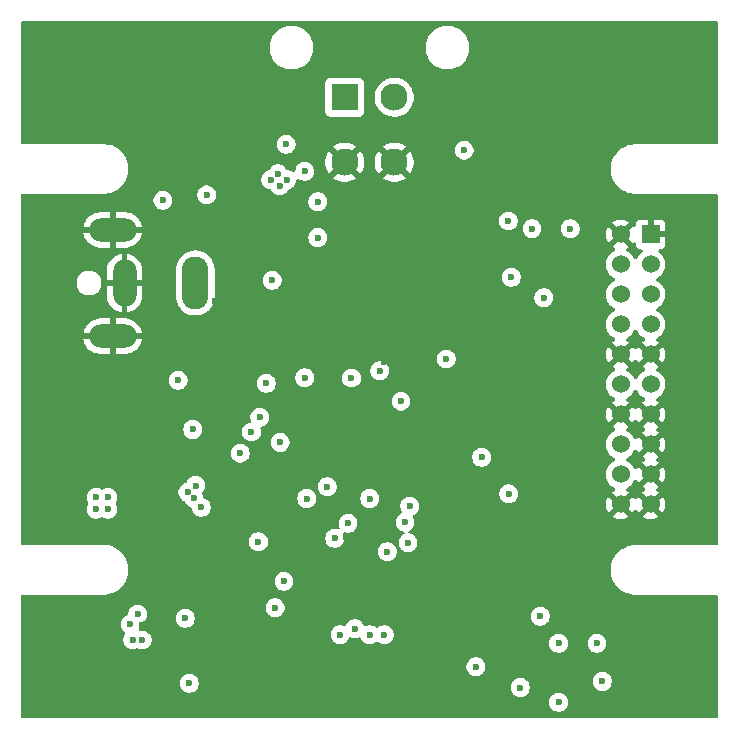
<source format=gbr>
%TF.GenerationSoftware,KiCad,Pcbnew,9.0.6*%
%TF.CreationDate,2026-02-27T09:42:09+00:00*%
%TF.ProjectId,Foinse,466f696e-7365-42e6-9b69-6361645f7063,rev?*%
%TF.SameCoordinates,Original*%
%TF.FileFunction,Copper,L5,Inr*%
%TF.FilePolarity,Positive*%
%FSLAX46Y46*%
G04 Gerber Fmt 4.6, Leading zero omitted, Abs format (unit mm)*
G04 Created by KiCad (PCBNEW 9.0.6) date 2026-02-27 09:42:09*
%MOMM*%
%LPD*%
G01*
G04 APERTURE LIST*
%TA.AperFunction,ComponentPad*%
%ADD10R,2.300000X2.300000*%
%TD*%
%TA.AperFunction,ComponentPad*%
%ADD11C,2.300000*%
%TD*%
%TA.AperFunction,ComponentPad*%
%ADD12R,1.524000X1.524000*%
%TD*%
%TA.AperFunction,ComponentPad*%
%ADD13C,1.524000*%
%TD*%
%TA.AperFunction,ComponentPad*%
%ADD14O,2.250000X4.500000*%
%TD*%
%TA.AperFunction,ComponentPad*%
%ADD15O,2.000000X4.000000*%
%TD*%
%TA.AperFunction,ComponentPad*%
%ADD16O,4.000000X2.000000*%
%TD*%
%TA.AperFunction,ViaPad*%
%ADD17C,0.600000*%
%TD*%
%TA.AperFunction,ViaPad*%
%ADD18C,0.400000*%
%TD*%
G04 APERTURE END LIST*
D10*
%TO.N,BAT*%
%TO.C,J15*%
X150890465Y-57023677D03*
D11*
X155090465Y-57023677D03*
%TO.N,GND*%
X150890465Y-62523677D03*
X155090465Y-62523677D03*
%TD*%
D12*
%TO.N,GND*%
%TO.C,J1*%
X176790000Y-68640000D03*
D13*
X174250000Y-68640000D03*
%TO.N,5VSERVO*%
X176790000Y-71180000D03*
X174250000Y-71180000D03*
X176790000Y-73720000D03*
X174250000Y-73720000D03*
X176790000Y-76260000D03*
X174250000Y-76260000D03*
%TO.N,GND*%
X176790000Y-78800000D03*
X174250000Y-78800000D03*
%TO.N,5VLOGIC*%
X176790000Y-81340000D03*
X174250000Y-81340000D03*
%TO.N,GND*%
X176790000Y-83880000D03*
X174250000Y-83880000D03*
X176790000Y-86420000D03*
%TO.N,CAN_o+*%
X174250000Y-86420000D03*
%TO.N,GND*%
X176790000Y-88960000D03*
%TO.N,CAN_o-*%
X174250000Y-88960000D03*
%TO.N,GND*%
X176790000Y-91500000D03*
X174250000Y-91500000D03*
%TD*%
D14*
%TO.N,Net-(Q2-D)*%
%TO.C,J3*%
X138250000Y-72750000D03*
D15*
%TO.N,GND*%
X132250000Y-72750000D03*
D16*
X131250000Y-77250000D03*
X131250000Y-68250000D03*
%TD*%
D17*
%TO.N,BAT*%
X139209768Y-65297244D03*
X145935100Y-61000000D03*
%TO.N,5VLOGIC*%
X138750000Y-91750000D03*
X132739007Y-101647071D03*
X144250000Y-81250000D03*
X135500000Y-65750000D03*
X133750000Y-102974614D03*
X132942280Y-102974614D03*
X137389008Y-101147071D03*
X137615435Y-90461643D03*
X138276861Y-89898295D03*
X165750000Y-107000000D03*
X138110709Y-90956917D03*
X162500000Y-87500000D03*
%TO.N,SWCLK*%
X147674089Y-91000000D03*
X150500000Y-102526904D03*
%TO.N,3.3V*%
X147500000Y-63300000D03*
X153866643Y-80175116D03*
X151174089Y-93099000D03*
X164750001Y-67500000D03*
X143586589Y-94662500D03*
X164771559Y-90603945D03*
X145750000Y-98000000D03*
X162000000Y-105250000D03*
X154250000Y-102526904D03*
X145424089Y-86250000D03*
X156400000Y-91650000D03*
X145000000Y-100250000D03*
%TO.N,Net-(U1-PB1)*%
X161000000Y-61500000D03*
X153000000Y-91000000D03*
X155657519Y-82750000D03*
%TO.N,SWDIO*%
X149424089Y-90000000D03*
X151750000Y-102026904D03*
%TO.N,NRST*%
X150049089Y-94375000D03*
X153000000Y-102526904D03*
%TO.N,Net-(U5-SW)*%
X138026861Y-85148295D03*
X142045696Y-87152694D03*
%TO.N,GND*%
X133047340Y-97153935D03*
X150209620Y-68540380D03*
X162414981Y-108097426D03*
X163250000Y-89000000D03*
X130797340Y-65569752D03*
X175356828Y-65500000D03*
X170250000Y-101250000D03*
X139250000Y-76983387D03*
X177000000Y-65500000D03*
X164616643Y-80000000D03*
X128985929Y-94545799D03*
X166404073Y-86600158D03*
X145206874Y-75789622D03*
X153000000Y-93750000D03*
X153375000Y-81707386D03*
X138739007Y-107647071D03*
X158250000Y-101250000D03*
X165623001Y-66745046D03*
X173200000Y-67100000D03*
X137250000Y-64000000D03*
X157750000Y-90000000D03*
D18*
X149886159Y-74605995D03*
D17*
X135739007Y-107647071D03*
X142014366Y-106567937D03*
X139250000Y-67250000D03*
D18*
X149230525Y-74593013D03*
D17*
X150816628Y-100843871D03*
X150000000Y-60800000D03*
X170625000Y-87707386D03*
X173718464Y-95285223D03*
X164005940Y-76007558D03*
X155000000Y-76515116D03*
X143162818Y-90937463D03*
X161755940Y-76007558D03*
X144450934Y-75047180D03*
X150323331Y-65590576D03*
X153060637Y-65393198D03*
X155000000Y-75765116D03*
X140250000Y-72500000D03*
X159505940Y-76007558D03*
X148924089Y-91250000D03*
X160000000Y-98250000D03*
X148674089Y-101000000D03*
X176912093Y-60623129D03*
X145014366Y-106567937D03*
X162505940Y-75257558D03*
X134007414Y-105836118D03*
X156250000Y-75772674D03*
X149212985Y-64682645D03*
X150000000Y-107526904D03*
D18*
X147493098Y-74863280D03*
D17*
X144450934Y-75797180D03*
X157750000Y-75022674D03*
D18*
X150846980Y-77915223D03*
D17*
X173640571Y-64732006D03*
X141027307Y-86014023D03*
X140460165Y-83111612D03*
X154244060Y-76522674D03*
X171250000Y-69250000D03*
X160150000Y-65500000D03*
X160750000Y-84000000D03*
X148750000Y-83500000D03*
X156255940Y-76515116D03*
X168498291Y-67390179D03*
X164000000Y-75265116D03*
X129298106Y-89300328D03*
X132406769Y-61421929D03*
X160261880Y-76000000D03*
X156895178Y-65409109D03*
X156000000Y-107500000D03*
X161000000Y-75265116D03*
X169500000Y-78250000D03*
D18*
X146750000Y-75015116D03*
X148680958Y-74571124D03*
D17*
X132328876Y-64868712D03*
D18*
X152400426Y-78629523D03*
D17*
X127867665Y-90496624D03*
D18*
X152848522Y-78629523D03*
D17*
X140277307Y-86014023D03*
X159000000Y-60500000D03*
X155000000Y-77265116D03*
X143750000Y-100500000D03*
X162511880Y-76000000D03*
X163255940Y-76007558D03*
X130690512Y-60653935D03*
X173000000Y-63000000D03*
X175356828Y-99500000D03*
X144750000Y-88750000D03*
X139931008Y-74272539D03*
X145206874Y-76539622D03*
X163250000Y-75265116D03*
X132328876Y-98868712D03*
X175250000Y-60584183D03*
X155000000Y-98500000D03*
X154244060Y-77272674D03*
X146014366Y-106567937D03*
X175250000Y-94584183D03*
X140250000Y-91750000D03*
X176912093Y-94623129D03*
X154250000Y-78015116D03*
X161750000Y-75265116D03*
X144621796Y-89782634D03*
X130898274Y-105900690D03*
X132823590Y-105728498D03*
X129047340Y-60653935D03*
X157125000Y-81707386D03*
X134750000Y-66750000D03*
X159500000Y-75265116D03*
X127867665Y-89746624D03*
X147750000Y-86164214D03*
X154500000Y-83750000D03*
X157750000Y-75772674D03*
X157750000Y-74272674D03*
X160255940Y-75257558D03*
X130750000Y-94653935D03*
X157755940Y-76515116D03*
X154339172Y-65402307D03*
X130797340Y-99569752D03*
X157979581Y-92375000D03*
X157005940Y-75765116D03*
X132406769Y-95421929D03*
X147622375Y-97206481D03*
D18*
X147224234Y-78790881D03*
D17*
X144339805Y-78250000D03*
X144500000Y-85500000D03*
X133500000Y-89500000D03*
X145950934Y-75797180D03*
X154237122Y-87750000D03*
X150988886Y-94250000D03*
X157924089Y-90750000D03*
X135250000Y-98750000D03*
X133047340Y-63153935D03*
X152924089Y-89500000D03*
X165500000Y-100500000D03*
X145950934Y-76547180D03*
X142500000Y-101250000D03*
X140466834Y-82294915D03*
X144528893Y-86878889D03*
X153500000Y-100250000D03*
X157005940Y-74265116D03*
X144750000Y-97250000D03*
X151661392Y-83876661D03*
D18*
X148469934Y-78781372D03*
D17*
X144450934Y-76547180D03*
X139700000Y-60800000D03*
X150742329Y-69696221D03*
X145950934Y-75047180D03*
X127000000Y-90500000D03*
X173000000Y-97000000D03*
X147000027Y-100870479D03*
X134239007Y-107647071D03*
X139527307Y-86014023D03*
X133500000Y-82500000D03*
X147924089Y-93500000D03*
X155005940Y-78007558D03*
X147251956Y-68050000D03*
X173718464Y-61285223D03*
X157005940Y-75015116D03*
X147250000Y-102750000D03*
X145250000Y-83750000D03*
X133705405Y-101733625D03*
X127000000Y-89750000D03*
X141250000Y-91000000D03*
X161005940Y-76007558D03*
X141277307Y-88152694D03*
X145206874Y-75039622D03*
D18*
X150337752Y-77920419D03*
D17*
X144000000Y-79750000D03*
X138000000Y-78000000D03*
X152174089Y-91750000D03*
X149875000Y-81707386D03*
X142650000Y-80893939D03*
X156250000Y-74272674D03*
X155500000Y-102776904D03*
X156250000Y-75022674D03*
X157000000Y-105000000D03*
D18*
X147851838Y-78781372D03*
D17*
X137239007Y-107647071D03*
X173640571Y-98732006D03*
X154261671Y-79479446D03*
X155616643Y-65400000D03*
X143014366Y-106567937D03*
X139589627Y-90111405D03*
X136750000Y-79250000D03*
X139931008Y-75736083D03*
X163000000Y-66000000D03*
X129135247Y-65530806D03*
X133500000Y-84000000D03*
X177000000Y-99500000D03*
X129135247Y-99530806D03*
X157011880Y-76507558D03*
X154244060Y-75772674D03*
X159875000Y-90707386D03*
%TO.N,Fault1*%
X143000967Y-85361612D03*
X156000000Y-93000000D03*
X148604930Y-68902403D03*
X172250000Y-103250000D03*
%TO.N,Fault2*%
X159500000Y-79183109D03*
X170000001Y-68150000D03*
X169000000Y-103250000D03*
%TO.N,Sense1*%
X172710932Y-106487995D03*
X154500000Y-95500000D03*
X148616643Y-65866643D03*
%TO.N,Sense2*%
X156250000Y-94750000D03*
X166750001Y-68150000D03*
X169000000Y-108250000D03*
%TO.N,5VSERVO_S*%
X167457491Y-100957491D03*
X151466643Y-80799265D03*
X167750000Y-74000000D03*
X165000000Y-72265116D03*
%TO.N,pwr*%
X144750000Y-72515116D03*
X143710165Y-84111612D03*
X136789499Y-80998468D03*
X147500000Y-80765116D03*
%TO.N,pwr_s*%
X129850526Y-91897789D03*
X130850526Y-91897789D03*
X129850526Y-90897789D03*
X145383357Y-64500000D03*
X144633357Y-64000000D03*
X145250000Y-63500000D03*
X146000000Y-64000000D03*
X130850526Y-90897789D03*
%TO.N,Net-(U2-VCC)*%
X133375639Y-100783702D03*
X137739007Y-106647071D03*
%TD*%
%TA.AperFunction,Conductor*%
%TO.N,GND*%
G36*
X176316619Y-89156081D02*
G01*
X176383498Y-89271920D01*
X176478080Y-89366502D01*
X176593919Y-89433381D01*
X176654057Y-89449494D01*
X176091283Y-90012268D01*
X176091283Y-90012269D01*
X176128567Y-90039358D01*
X176285882Y-90119515D01*
X176336678Y-90167490D01*
X176353473Y-90235311D01*
X176330935Y-90301446D01*
X176285882Y-90340485D01*
X176128564Y-90420643D01*
X176091283Y-90447729D01*
X176091282Y-90447730D01*
X176654058Y-91010504D01*
X176593919Y-91026619D01*
X176478080Y-91093498D01*
X176383498Y-91188080D01*
X176316619Y-91303919D01*
X176300504Y-91364057D01*
X175737730Y-90801282D01*
X175737729Y-90801283D01*
X175710643Y-90838564D01*
X175630485Y-90995882D01*
X175582510Y-91046678D01*
X175514689Y-91063473D01*
X175448554Y-91040935D01*
X175409515Y-90995882D01*
X175329358Y-90838567D01*
X175302268Y-90801283D01*
X174739494Y-91364057D01*
X174723381Y-91303919D01*
X174656502Y-91188080D01*
X174561920Y-91093498D01*
X174446081Y-91026619D01*
X174385942Y-91010504D01*
X174948716Y-90447731D01*
X174948715Y-90447730D01*
X174911432Y-90420641D01*
X174754668Y-90340765D01*
X174703872Y-90292790D01*
X174687077Y-90224969D01*
X174709615Y-90158834D01*
X174754667Y-90119796D01*
X174911694Y-90039787D01*
X175072464Y-89922981D01*
X175212981Y-89782464D01*
X175329787Y-89621694D01*
X175409796Y-89464667D01*
X175457769Y-89413872D01*
X175525590Y-89397077D01*
X175591725Y-89419614D01*
X175630765Y-89464668D01*
X175710641Y-89621432D01*
X175737730Y-89658715D01*
X176300504Y-89095941D01*
X176316619Y-89156081D01*
G37*
%TD.AperFunction*%
%TA.AperFunction,Conductor*%
G36*
X176316619Y-86616081D02*
G01*
X176383498Y-86731920D01*
X176478080Y-86826502D01*
X176593919Y-86893381D01*
X176654057Y-86909494D01*
X176091283Y-87472268D01*
X176091283Y-87472269D01*
X176128567Y-87499358D01*
X176285882Y-87579515D01*
X176336678Y-87627490D01*
X176353473Y-87695311D01*
X176330935Y-87761446D01*
X176285882Y-87800485D01*
X176128564Y-87880643D01*
X176091283Y-87907729D01*
X176091282Y-87907730D01*
X176654058Y-88470504D01*
X176593919Y-88486619D01*
X176478080Y-88553498D01*
X176383498Y-88648080D01*
X176316619Y-88763919D01*
X176300504Y-88824057D01*
X175737730Y-88261282D01*
X175737729Y-88261283D01*
X175710641Y-88298566D01*
X175630764Y-88455332D01*
X175582790Y-88506127D01*
X175514969Y-88522922D01*
X175448834Y-88500384D01*
X175409796Y-88455332D01*
X175329787Y-88298306D01*
X175212981Y-88137536D01*
X175072464Y-87997019D01*
X174911694Y-87880213D01*
X174755218Y-87800484D01*
X174704423Y-87752510D01*
X174687628Y-87684689D01*
X174710165Y-87618554D01*
X174755218Y-87579515D01*
X174911694Y-87499787D01*
X175072464Y-87382981D01*
X175212981Y-87242464D01*
X175329787Y-87081694D01*
X175409796Y-86924667D01*
X175457769Y-86873872D01*
X175525590Y-86857077D01*
X175591725Y-86879614D01*
X175630765Y-86924668D01*
X175710641Y-87081432D01*
X175737730Y-87118715D01*
X176300504Y-86555941D01*
X176316619Y-86616081D01*
G37*
%TD.AperFunction*%
%TA.AperFunction,Conductor*%
G36*
X176316619Y-84076081D02*
G01*
X176383498Y-84191920D01*
X176478080Y-84286502D01*
X176593919Y-84353381D01*
X176654057Y-84369494D01*
X176091283Y-84932268D01*
X176091283Y-84932269D01*
X176128567Y-84959358D01*
X176285882Y-85039515D01*
X176336678Y-85087490D01*
X176353473Y-85155311D01*
X176330935Y-85221446D01*
X176285882Y-85260485D01*
X176128564Y-85340643D01*
X176091283Y-85367729D01*
X176091282Y-85367730D01*
X176654058Y-85930504D01*
X176593919Y-85946619D01*
X176478080Y-86013498D01*
X176383498Y-86108080D01*
X176316619Y-86223919D01*
X176300504Y-86284057D01*
X175737730Y-85721282D01*
X175737729Y-85721283D01*
X175710641Y-85758566D01*
X175630764Y-85915332D01*
X175582790Y-85966127D01*
X175514969Y-85982922D01*
X175448834Y-85960384D01*
X175409796Y-85915332D01*
X175329787Y-85758306D01*
X175212981Y-85597536D01*
X175072464Y-85457019D01*
X174911694Y-85340213D01*
X174754667Y-85260203D01*
X174703872Y-85212229D01*
X174687077Y-85144408D01*
X174709614Y-85078273D01*
X174754669Y-85039234D01*
X174911422Y-84959364D01*
X174948716Y-84932268D01*
X174385942Y-84369494D01*
X174446081Y-84353381D01*
X174561920Y-84286502D01*
X174656502Y-84191920D01*
X174723381Y-84076081D01*
X174739495Y-84015942D01*
X175302268Y-84578715D01*
X175329362Y-84541425D01*
X175409515Y-84384117D01*
X175457489Y-84333321D01*
X175525310Y-84316526D01*
X175591445Y-84339063D01*
X175630485Y-84384117D01*
X175710641Y-84541432D01*
X175737730Y-84578715D01*
X176300504Y-84015941D01*
X176316619Y-84076081D01*
G37*
%TD.AperFunction*%
%TA.AperFunction,Conductor*%
G36*
X175591446Y-81800165D02*
G01*
X175630484Y-81845218D01*
X175710213Y-82001694D01*
X175827019Y-82162464D01*
X175967536Y-82302981D01*
X176128306Y-82419787D01*
X176285332Y-82499796D01*
X176336127Y-82547769D01*
X176352922Y-82615590D01*
X176330385Y-82681725D01*
X176285332Y-82720764D01*
X176128566Y-82800641D01*
X176091283Y-82827729D01*
X176091282Y-82827730D01*
X176654058Y-83390504D01*
X176593919Y-83406619D01*
X176478080Y-83473498D01*
X176383498Y-83568080D01*
X176316619Y-83683919D01*
X176300504Y-83744057D01*
X175737730Y-83181282D01*
X175737729Y-83181283D01*
X175710643Y-83218564D01*
X175630485Y-83375882D01*
X175582510Y-83426678D01*
X175514689Y-83443473D01*
X175448554Y-83420935D01*
X175409515Y-83375882D01*
X175329358Y-83218567D01*
X175302268Y-83181283D01*
X174739494Y-83744057D01*
X174723381Y-83683919D01*
X174656502Y-83568080D01*
X174561920Y-83473498D01*
X174446081Y-83406619D01*
X174385942Y-83390504D01*
X174948716Y-82827731D01*
X174948715Y-82827730D01*
X174911432Y-82800641D01*
X174754668Y-82720765D01*
X174703872Y-82672790D01*
X174687077Y-82604969D01*
X174709615Y-82538834D01*
X174754667Y-82499796D01*
X174911694Y-82419787D01*
X175072464Y-82302981D01*
X175212981Y-82162464D01*
X175329787Y-82001694D01*
X175409515Y-81845218D01*
X175457490Y-81794423D01*
X175525311Y-81777628D01*
X175591446Y-81800165D01*
G37*
%TD.AperFunction*%
%TA.AperFunction,Conductor*%
G36*
X176316619Y-78996081D02*
G01*
X176383498Y-79111920D01*
X176478080Y-79206502D01*
X176593919Y-79273381D01*
X176654057Y-79289494D01*
X176091283Y-79852268D01*
X176091283Y-79852269D01*
X176128567Y-79879358D01*
X176285331Y-79959234D01*
X176336127Y-80007209D01*
X176352922Y-80075030D01*
X176330384Y-80141165D01*
X176285331Y-80180204D01*
X176128305Y-80260213D01*
X175967533Y-80377021D01*
X175827021Y-80517533D01*
X175710213Y-80678305D01*
X175630485Y-80834780D01*
X175582510Y-80885576D01*
X175514689Y-80902371D01*
X175448554Y-80879833D01*
X175409515Y-80834780D01*
X175365845Y-80749074D01*
X175329787Y-80678306D01*
X175212981Y-80517536D01*
X175072464Y-80377019D01*
X174911694Y-80260213D01*
X174754667Y-80180203D01*
X174703872Y-80132229D01*
X174687077Y-80064408D01*
X174709614Y-79998273D01*
X174754669Y-79959234D01*
X174911422Y-79879364D01*
X174948716Y-79852268D01*
X174385942Y-79289494D01*
X174446081Y-79273381D01*
X174561920Y-79206502D01*
X174656502Y-79111920D01*
X174723381Y-78996081D01*
X174739495Y-78935942D01*
X175302268Y-79498715D01*
X175329362Y-79461425D01*
X175409515Y-79304117D01*
X175457489Y-79253321D01*
X175525310Y-79236526D01*
X175591445Y-79259063D01*
X175630485Y-79304117D01*
X175710641Y-79461432D01*
X175737730Y-79498715D01*
X176300504Y-78935941D01*
X176316619Y-78996081D01*
G37*
%TD.AperFunction*%
%TA.AperFunction,Conductor*%
G36*
X175591446Y-76720165D02*
G01*
X175630484Y-76765218D01*
X175710213Y-76921694D01*
X175827019Y-77082464D01*
X175967536Y-77222981D01*
X176128306Y-77339787D01*
X176285332Y-77419796D01*
X176336127Y-77467769D01*
X176352922Y-77535590D01*
X176330385Y-77601725D01*
X176285332Y-77640764D01*
X176128566Y-77720641D01*
X176091283Y-77747729D01*
X176091282Y-77747730D01*
X176654058Y-78310504D01*
X176593919Y-78326619D01*
X176478080Y-78393498D01*
X176383498Y-78488080D01*
X176316619Y-78603919D01*
X176300504Y-78664057D01*
X175737730Y-78101282D01*
X175737729Y-78101283D01*
X175710643Y-78138564D01*
X175630485Y-78295882D01*
X175582510Y-78346678D01*
X175514689Y-78363473D01*
X175448554Y-78340935D01*
X175409515Y-78295882D01*
X175329358Y-78138567D01*
X175302268Y-78101283D01*
X174739494Y-78664057D01*
X174723381Y-78603919D01*
X174656502Y-78488080D01*
X174561920Y-78393498D01*
X174446081Y-78326619D01*
X174385942Y-78310504D01*
X174948716Y-77747731D01*
X174948715Y-77747730D01*
X174911432Y-77720641D01*
X174754668Y-77640765D01*
X174703872Y-77592790D01*
X174687077Y-77524969D01*
X174709615Y-77458834D01*
X174754667Y-77419796D01*
X174911694Y-77339787D01*
X175072464Y-77222981D01*
X175212981Y-77082464D01*
X175329787Y-76921694D01*
X175409515Y-76765218D01*
X175457490Y-76714423D01*
X175525311Y-76697628D01*
X175591446Y-76720165D01*
G37*
%TD.AperFunction*%
%TA.AperFunction,Conductor*%
G36*
X175302268Y-69338715D02*
G01*
X175303683Y-69336769D01*
X175359013Y-69294104D01*
X175428627Y-69288126D01*
X175490421Y-69320733D01*
X175524778Y-69381572D01*
X175528000Y-69409656D01*
X175528000Y-69449844D01*
X175534401Y-69509372D01*
X175534403Y-69509379D01*
X175584645Y-69644086D01*
X175584649Y-69644093D01*
X175670809Y-69759187D01*
X175670812Y-69759190D01*
X175785906Y-69845350D01*
X175785913Y-69845354D01*
X175920620Y-69895596D01*
X175920627Y-69895598D01*
X175980155Y-69901999D01*
X175980172Y-69902000D01*
X176019490Y-69902000D01*
X176086529Y-69921685D01*
X176132284Y-69974489D01*
X176142228Y-70043647D01*
X176113203Y-70107203D01*
X176092375Y-70126318D01*
X175967539Y-70217016D01*
X175967533Y-70217021D01*
X175827021Y-70357533D01*
X175710213Y-70518305D01*
X175630485Y-70674780D01*
X175582510Y-70725576D01*
X175514689Y-70742371D01*
X175448554Y-70719833D01*
X175409515Y-70674780D01*
X175329786Y-70518305D01*
X175212981Y-70357536D01*
X175072464Y-70217019D01*
X174911694Y-70100213D01*
X174754667Y-70020203D01*
X174703872Y-69972229D01*
X174687077Y-69904408D01*
X174709614Y-69838273D01*
X174754669Y-69799234D01*
X174911422Y-69719364D01*
X174948716Y-69692268D01*
X174385942Y-69129494D01*
X174446081Y-69113381D01*
X174561920Y-69046502D01*
X174656502Y-68951920D01*
X174723381Y-68836081D01*
X174739495Y-68775942D01*
X175302268Y-69338715D01*
G37*
%TD.AperFunction*%
%TA.AperFunction,Conductor*%
G36*
X182440218Y-50590185D02*
G01*
X182485973Y-50642989D01*
X182497179Y-50694500D01*
X182497179Y-60874937D01*
X182477494Y-60941976D01*
X182424690Y-60987731D01*
X182373179Y-60998937D01*
X175571436Y-60998937D01*
X175571184Y-60998863D01*
X175520000Y-60998863D01*
X175382324Y-60998863D01*
X175382318Y-60998863D01*
X175382314Y-60998864D01*
X175109336Y-61034802D01*
X175109329Y-61034803D01*
X175109326Y-61034804D01*
X174944958Y-61078846D01*
X174843356Y-61106070D01*
X174843346Y-61106073D01*
X174588966Y-61211441D01*
X174588955Y-61211446D01*
X174350507Y-61349115D01*
X174350491Y-61349126D01*
X174132049Y-61516742D01*
X174132042Y-61516748D01*
X173937348Y-61711442D01*
X173937342Y-61711449D01*
X173769726Y-61929891D01*
X173769715Y-61929907D01*
X173632046Y-62168355D01*
X173632041Y-62168366D01*
X173526673Y-62422746D01*
X173526670Y-62422756D01*
X173458222Y-62678211D01*
X173455405Y-62688723D01*
X173455402Y-62688736D01*
X173419464Y-62961714D01*
X173419463Y-62961730D01*
X173419463Y-63237069D01*
X173419464Y-63237085D01*
X173455402Y-63510063D01*
X173455403Y-63510068D01*
X173455404Y-63510074D01*
X173526670Y-63776043D01*
X173526673Y-63776053D01*
X173632041Y-64030433D01*
X173632046Y-64030444D01*
X173769715Y-64268892D01*
X173769726Y-64268908D01*
X173937342Y-64487350D01*
X173937348Y-64487357D01*
X174132042Y-64682051D01*
X174132049Y-64682057D01*
X174246315Y-64769736D01*
X174350500Y-64849680D01*
X174354532Y-64852008D01*
X174588955Y-64987353D01*
X174588960Y-64987355D01*
X174588963Y-64987357D01*
X174843356Y-65092730D01*
X175109326Y-65163996D01*
X175382324Y-65199937D01*
X175454108Y-65199937D01*
X182373179Y-65199937D01*
X182440218Y-65219622D01*
X182485973Y-65272426D01*
X182497179Y-65323937D01*
X182497179Y-94816063D01*
X182477494Y-94883102D01*
X182424690Y-94928857D01*
X182373179Y-94940063D01*
X175446543Y-94940063D01*
X175445414Y-94940137D01*
X175382327Y-94940137D01*
X175109351Y-94976074D01*
X175109344Y-94976075D01*
X175109341Y-94976076D01*
X175053134Y-94991136D01*
X174843381Y-95047339D01*
X174589002Y-95152706D01*
X174588992Y-95152711D01*
X174350540Y-95290380D01*
X174132096Y-95458000D01*
X173937400Y-95652696D01*
X173769780Y-95871140D01*
X173632111Y-96109592D01*
X173632106Y-96109602D01*
X173526739Y-96363981D01*
X173455477Y-96629938D01*
X173455474Y-96629951D01*
X173419537Y-96902927D01*
X173419537Y-97178272D01*
X173455474Y-97451248D01*
X173455475Y-97451253D01*
X173455476Y-97451259D01*
X173476755Y-97530673D01*
X173526739Y-97717218D01*
X173632106Y-97971597D01*
X173632111Y-97971607D01*
X173769780Y-98210059D01*
X173937400Y-98428503D01*
X173937408Y-98428512D01*
X174132088Y-98623192D01*
X174132096Y-98623199D01*
X174350540Y-98790819D01*
X174588992Y-98928488D01*
X174589002Y-98928493D01*
X174729950Y-98986875D01*
X174843380Y-99033860D01*
X175109341Y-99105124D01*
X175302137Y-99130505D01*
X175382327Y-99141063D01*
X175382328Y-99141063D01*
X175454108Y-99141063D01*
X182373179Y-99141063D01*
X182440218Y-99160748D01*
X182485973Y-99213552D01*
X182497179Y-99265063D01*
X182497179Y-109445500D01*
X182477494Y-109512539D01*
X182424690Y-109558294D01*
X182373179Y-109569500D01*
X123622179Y-109569500D01*
X123555140Y-109549815D01*
X123509385Y-109497011D01*
X123498179Y-109445500D01*
X123498179Y-108171153D01*
X168199500Y-108171153D01*
X168199500Y-108328846D01*
X168230261Y-108483489D01*
X168230264Y-108483501D01*
X168290602Y-108629172D01*
X168290609Y-108629185D01*
X168378210Y-108760288D01*
X168378213Y-108760292D01*
X168489707Y-108871786D01*
X168489711Y-108871789D01*
X168620814Y-108959390D01*
X168620827Y-108959397D01*
X168766498Y-109019735D01*
X168766503Y-109019737D01*
X168921153Y-109050499D01*
X168921156Y-109050500D01*
X168921158Y-109050500D01*
X169078844Y-109050500D01*
X169078845Y-109050499D01*
X169233497Y-109019737D01*
X169379179Y-108959394D01*
X169510289Y-108871789D01*
X169621789Y-108760289D01*
X169709394Y-108629179D01*
X169769737Y-108483497D01*
X169800500Y-108328842D01*
X169800500Y-108171158D01*
X169800500Y-108171155D01*
X169800499Y-108171153D01*
X169769738Y-108016510D01*
X169769737Y-108016503D01*
X169769735Y-108016498D01*
X169709397Y-107870827D01*
X169709390Y-107870814D01*
X169621789Y-107739711D01*
X169621786Y-107739707D01*
X169510292Y-107628213D01*
X169510288Y-107628210D01*
X169379185Y-107540609D01*
X169379172Y-107540602D01*
X169233501Y-107480264D01*
X169233489Y-107480261D01*
X169078845Y-107449500D01*
X169078842Y-107449500D01*
X168921158Y-107449500D01*
X168921155Y-107449500D01*
X168766510Y-107480261D01*
X168766498Y-107480264D01*
X168620827Y-107540602D01*
X168620814Y-107540609D01*
X168489711Y-107628210D01*
X168489707Y-107628213D01*
X168378213Y-107739707D01*
X168378210Y-107739711D01*
X168290609Y-107870814D01*
X168290602Y-107870827D01*
X168230264Y-108016498D01*
X168230261Y-108016510D01*
X168199500Y-108171153D01*
X123498179Y-108171153D01*
X123498179Y-106568224D01*
X136938507Y-106568224D01*
X136938507Y-106725917D01*
X136969268Y-106880560D01*
X136969271Y-106880572D01*
X137029609Y-107026243D01*
X137029616Y-107026256D01*
X137117217Y-107157359D01*
X137117220Y-107157363D01*
X137228714Y-107268857D01*
X137228718Y-107268860D01*
X137359821Y-107356461D01*
X137359834Y-107356468D01*
X137414679Y-107379185D01*
X137505510Y-107416808D01*
X137660160Y-107447570D01*
X137660163Y-107447571D01*
X137660165Y-107447571D01*
X137817851Y-107447571D01*
X137817852Y-107447570D01*
X137972504Y-107416808D01*
X138118186Y-107356465D01*
X138249296Y-107268860D01*
X138360796Y-107157360D01*
X138448401Y-107026250D01*
X138491933Y-106921153D01*
X164949500Y-106921153D01*
X164949500Y-107078846D01*
X164980261Y-107233489D01*
X164980264Y-107233501D01*
X165040602Y-107379172D01*
X165040609Y-107379185D01*
X165128210Y-107510288D01*
X165128213Y-107510292D01*
X165239707Y-107621786D01*
X165239711Y-107621789D01*
X165370814Y-107709390D01*
X165370827Y-107709397D01*
X165444013Y-107739711D01*
X165516503Y-107769737D01*
X165671153Y-107800499D01*
X165671156Y-107800500D01*
X165671158Y-107800500D01*
X165828844Y-107800500D01*
X165828845Y-107800499D01*
X165983497Y-107769737D01*
X166129179Y-107709394D01*
X166260289Y-107621789D01*
X166371789Y-107510289D01*
X166459394Y-107379179D01*
X166519737Y-107233497D01*
X166550500Y-107078842D01*
X166550500Y-106921158D01*
X166550500Y-106921155D01*
X166550499Y-106921153D01*
X166542425Y-106880562D01*
X166519737Y-106766503D01*
X166501090Y-106721484D01*
X166459397Y-106620827D01*
X166459390Y-106620814D01*
X166371789Y-106489711D01*
X166371786Y-106489707D01*
X166291227Y-106409148D01*
X171910432Y-106409148D01*
X171910432Y-106566841D01*
X171941193Y-106721484D01*
X171941196Y-106721496D01*
X172001534Y-106867167D01*
X172001541Y-106867180D01*
X172089142Y-106998283D01*
X172089145Y-106998287D01*
X172200639Y-107109781D01*
X172200643Y-107109784D01*
X172331746Y-107197385D01*
X172331759Y-107197392D01*
X172477430Y-107257730D01*
X172477435Y-107257732D01*
X172632085Y-107288494D01*
X172632088Y-107288495D01*
X172632090Y-107288495D01*
X172789776Y-107288495D01*
X172789777Y-107288494D01*
X172944429Y-107257732D01*
X173090111Y-107197389D01*
X173221221Y-107109784D01*
X173332721Y-106998284D01*
X173420326Y-106867174D01*
X173480669Y-106721492D01*
X173511432Y-106566837D01*
X173511432Y-106409153D01*
X173511432Y-106409150D01*
X173511431Y-106409148D01*
X173487851Y-106290606D01*
X173480669Y-106254498D01*
X173431910Y-106136782D01*
X173420329Y-106108822D01*
X173420322Y-106108809D01*
X173332721Y-105977706D01*
X173332718Y-105977702D01*
X173221224Y-105866208D01*
X173221220Y-105866205D01*
X173090117Y-105778604D01*
X173090104Y-105778597D01*
X172944433Y-105718259D01*
X172944421Y-105718256D01*
X172789777Y-105687495D01*
X172789774Y-105687495D01*
X172632090Y-105687495D01*
X172632087Y-105687495D01*
X172477442Y-105718256D01*
X172477430Y-105718259D01*
X172331759Y-105778597D01*
X172331746Y-105778604D01*
X172200643Y-105866205D01*
X172200639Y-105866208D01*
X172089145Y-105977702D01*
X172089142Y-105977706D01*
X172001541Y-106108809D01*
X172001534Y-106108822D01*
X171941196Y-106254493D01*
X171941193Y-106254505D01*
X171910432Y-106409148D01*
X166291227Y-106409148D01*
X166260292Y-106378213D01*
X166260288Y-106378210D01*
X166129185Y-106290609D01*
X166129172Y-106290602D01*
X165983501Y-106230264D01*
X165983489Y-106230261D01*
X165828845Y-106199500D01*
X165828842Y-106199500D01*
X165671158Y-106199500D01*
X165671155Y-106199500D01*
X165516510Y-106230261D01*
X165516498Y-106230264D01*
X165370827Y-106290602D01*
X165370814Y-106290609D01*
X165239711Y-106378210D01*
X165239707Y-106378213D01*
X165128213Y-106489707D01*
X165128210Y-106489711D01*
X165040609Y-106620814D01*
X165040602Y-106620827D01*
X164980264Y-106766498D01*
X164980261Y-106766510D01*
X164949500Y-106921153D01*
X138491933Y-106921153D01*
X138508744Y-106880568D01*
X138539507Y-106725913D01*
X138539507Y-106568229D01*
X138539507Y-106568226D01*
X138539506Y-106568224D01*
X138539230Y-106566837D01*
X138508744Y-106413574D01*
X138457811Y-106290609D01*
X138448404Y-106267898D01*
X138448397Y-106267885D01*
X138360796Y-106136782D01*
X138360793Y-106136778D01*
X138249299Y-106025284D01*
X138249295Y-106025281D01*
X138118192Y-105937680D01*
X138118179Y-105937673D01*
X137972508Y-105877335D01*
X137972496Y-105877332D01*
X137817852Y-105846571D01*
X137817849Y-105846571D01*
X137660165Y-105846571D01*
X137660162Y-105846571D01*
X137505517Y-105877332D01*
X137505505Y-105877335D01*
X137359834Y-105937673D01*
X137359821Y-105937680D01*
X137228718Y-106025281D01*
X137228714Y-106025284D01*
X137117220Y-106136778D01*
X137117217Y-106136782D01*
X137029616Y-106267885D01*
X137029609Y-106267898D01*
X136969271Y-106413569D01*
X136969268Y-106413581D01*
X136938507Y-106568224D01*
X123498179Y-106568224D01*
X123498179Y-105171153D01*
X161199500Y-105171153D01*
X161199500Y-105328846D01*
X161230261Y-105483489D01*
X161230264Y-105483501D01*
X161290602Y-105629172D01*
X161290609Y-105629185D01*
X161378210Y-105760288D01*
X161378213Y-105760292D01*
X161489707Y-105871786D01*
X161489711Y-105871789D01*
X161620814Y-105959390D01*
X161620827Y-105959397D01*
X161766498Y-106019735D01*
X161766503Y-106019737D01*
X161921153Y-106050499D01*
X161921156Y-106050500D01*
X161921158Y-106050500D01*
X162078844Y-106050500D01*
X162078845Y-106050499D01*
X162233497Y-106019737D01*
X162379179Y-105959394D01*
X162510289Y-105871789D01*
X162621789Y-105760289D01*
X162709394Y-105629179D01*
X162769737Y-105483497D01*
X162800500Y-105328842D01*
X162800500Y-105171158D01*
X162800500Y-105171155D01*
X162800499Y-105171153D01*
X162769738Y-105016510D01*
X162769737Y-105016503D01*
X162769735Y-105016498D01*
X162709397Y-104870827D01*
X162709390Y-104870814D01*
X162621789Y-104739711D01*
X162621786Y-104739707D01*
X162510292Y-104628213D01*
X162510288Y-104628210D01*
X162379185Y-104540609D01*
X162379172Y-104540602D01*
X162233501Y-104480264D01*
X162233489Y-104480261D01*
X162078845Y-104449500D01*
X162078842Y-104449500D01*
X161921158Y-104449500D01*
X161921155Y-104449500D01*
X161766510Y-104480261D01*
X161766498Y-104480264D01*
X161620827Y-104540602D01*
X161620814Y-104540609D01*
X161489711Y-104628210D01*
X161489707Y-104628213D01*
X161378213Y-104739707D01*
X161378210Y-104739711D01*
X161290609Y-104870814D01*
X161290602Y-104870827D01*
X161230264Y-105016498D01*
X161230261Y-105016510D01*
X161199500Y-105171153D01*
X123498179Y-105171153D01*
X123498179Y-101568224D01*
X131938507Y-101568224D01*
X131938507Y-101725917D01*
X131969268Y-101880560D01*
X131969271Y-101880572D01*
X132029609Y-102026243D01*
X132029616Y-102026256D01*
X132117217Y-102157359D01*
X132117220Y-102157363D01*
X132228715Y-102268858D01*
X132228718Y-102268860D01*
X132279355Y-102302695D01*
X132324159Y-102356305D01*
X132332868Y-102425630D01*
X132313566Y-102474686D01*
X132232892Y-102595423D01*
X132232882Y-102595441D01*
X132172544Y-102741112D01*
X132172541Y-102741124D01*
X132141780Y-102895767D01*
X132141780Y-103053460D01*
X132172541Y-103208103D01*
X132172544Y-103208115D01*
X132232882Y-103353786D01*
X132232889Y-103353799D01*
X132320490Y-103484902D01*
X132320493Y-103484906D01*
X132431987Y-103596400D01*
X132431991Y-103596403D01*
X132563094Y-103684004D01*
X132563107Y-103684011D01*
X132708778Y-103744349D01*
X132708783Y-103744351D01*
X132863433Y-103775113D01*
X132863436Y-103775114D01*
X132863438Y-103775114D01*
X133021124Y-103775114D01*
X133021125Y-103775113D01*
X133175777Y-103744351D01*
X133298688Y-103693439D01*
X133368157Y-103685971D01*
X133393589Y-103693439D01*
X133516503Y-103744351D01*
X133671153Y-103775113D01*
X133671156Y-103775114D01*
X133671158Y-103775114D01*
X133828844Y-103775114D01*
X133828845Y-103775113D01*
X133983497Y-103744351D01*
X134129179Y-103684008D01*
X134260289Y-103596403D01*
X134371789Y-103484903D01*
X134459394Y-103353793D01*
X134519737Y-103208111D01*
X134550500Y-103053456D01*
X134550500Y-102895772D01*
X134550500Y-102895769D01*
X134550499Y-102895767D01*
X134545537Y-102870821D01*
X134519737Y-102741117D01*
X134517741Y-102736298D01*
X134459397Y-102595441D01*
X134459390Y-102595428D01*
X134402884Y-102510861D01*
X134371789Y-102464325D01*
X134371786Y-102464321D01*
X134355522Y-102448057D01*
X149699500Y-102448057D01*
X149699500Y-102605750D01*
X149730261Y-102760393D01*
X149730264Y-102760405D01*
X149790602Y-102906076D01*
X149790609Y-102906089D01*
X149878210Y-103037192D01*
X149878213Y-103037196D01*
X149989707Y-103148690D01*
X149989711Y-103148693D01*
X150120814Y-103236294D01*
X150120827Y-103236301D01*
X150266498Y-103296639D01*
X150266503Y-103296641D01*
X150421153Y-103327403D01*
X150421156Y-103327404D01*
X150421158Y-103327404D01*
X150578844Y-103327404D01*
X150578845Y-103327403D01*
X150733497Y-103296641D01*
X150879179Y-103236298D01*
X151010289Y-103148693D01*
X151121789Y-103037193D01*
X151209394Y-102906083D01*
X151245610Y-102818647D01*
X151289449Y-102764248D01*
X151355743Y-102742182D01*
X151407622Y-102751542D01*
X151516498Y-102796639D01*
X151516503Y-102796641D01*
X151671153Y-102827403D01*
X151671156Y-102827404D01*
X151671158Y-102827404D01*
X151828844Y-102827404D01*
X151828845Y-102827403D01*
X151983497Y-102796641D01*
X152071008Y-102760393D01*
X152092377Y-102751542D01*
X152161846Y-102744073D01*
X152224325Y-102775348D01*
X152254390Y-102818650D01*
X152290604Y-102906080D01*
X152290609Y-102906089D01*
X152378210Y-103037192D01*
X152378213Y-103037196D01*
X152489707Y-103148690D01*
X152489711Y-103148693D01*
X152620814Y-103236294D01*
X152620827Y-103236301D01*
X152766498Y-103296639D01*
X152766503Y-103296641D01*
X152921153Y-103327403D01*
X152921156Y-103327404D01*
X152921158Y-103327404D01*
X153078844Y-103327404D01*
X153078845Y-103327403D01*
X153233497Y-103296641D01*
X153379179Y-103236298D01*
X153510289Y-103148693D01*
X153510292Y-103148690D01*
X153537319Y-103121664D01*
X153598642Y-103088179D01*
X153668334Y-103093163D01*
X153712681Y-103121664D01*
X153739707Y-103148690D01*
X153739711Y-103148693D01*
X153870814Y-103236294D01*
X153870827Y-103236301D01*
X154016498Y-103296639D01*
X154016503Y-103296641D01*
X154171153Y-103327403D01*
X154171156Y-103327404D01*
X154171158Y-103327404D01*
X154328844Y-103327404D01*
X154328845Y-103327403D01*
X154483497Y-103296641D01*
X154629179Y-103236298D01*
X154726675Y-103171153D01*
X168199500Y-103171153D01*
X168199500Y-103328846D01*
X168230261Y-103483489D01*
X168230264Y-103483501D01*
X168290602Y-103629172D01*
X168290609Y-103629185D01*
X168378210Y-103760288D01*
X168378213Y-103760292D01*
X168489707Y-103871786D01*
X168489711Y-103871789D01*
X168620814Y-103959390D01*
X168620827Y-103959397D01*
X168766498Y-104019735D01*
X168766503Y-104019737D01*
X168921153Y-104050499D01*
X168921156Y-104050500D01*
X168921158Y-104050500D01*
X169078844Y-104050500D01*
X169078845Y-104050499D01*
X169233497Y-104019737D01*
X169379179Y-103959394D01*
X169510289Y-103871789D01*
X169621789Y-103760289D01*
X169709394Y-103629179D01*
X169769737Y-103483497D01*
X169800500Y-103328842D01*
X169800500Y-103171158D01*
X169800500Y-103171155D01*
X169800499Y-103171153D01*
X171449500Y-103171153D01*
X171449500Y-103328846D01*
X171480261Y-103483489D01*
X171480264Y-103483501D01*
X171540602Y-103629172D01*
X171540609Y-103629185D01*
X171628210Y-103760288D01*
X171628213Y-103760292D01*
X171739707Y-103871786D01*
X171739711Y-103871789D01*
X171870814Y-103959390D01*
X171870827Y-103959397D01*
X172016498Y-104019735D01*
X172016503Y-104019737D01*
X172171153Y-104050499D01*
X172171156Y-104050500D01*
X172171158Y-104050500D01*
X172328844Y-104050500D01*
X172328845Y-104050499D01*
X172483497Y-104019737D01*
X172629179Y-103959394D01*
X172760289Y-103871789D01*
X172871789Y-103760289D01*
X172959394Y-103629179D01*
X173019737Y-103483497D01*
X173050500Y-103328842D01*
X173050500Y-103171158D01*
X173050500Y-103171155D01*
X173050499Y-103171153D01*
X173023853Y-103037196D01*
X173019737Y-103016503D01*
X173019735Y-103016498D01*
X172959397Y-102870827D01*
X172959390Y-102870814D01*
X172871789Y-102739711D01*
X172871786Y-102739707D01*
X172760292Y-102628213D01*
X172760288Y-102628210D01*
X172629185Y-102540609D01*
X172629172Y-102540602D01*
X172483501Y-102480264D01*
X172483489Y-102480261D01*
X172328845Y-102449500D01*
X172328842Y-102449500D01*
X172171158Y-102449500D01*
X172171155Y-102449500D01*
X172016510Y-102480261D01*
X172016498Y-102480264D01*
X171870827Y-102540602D01*
X171870814Y-102540609D01*
X171739711Y-102628210D01*
X171739707Y-102628213D01*
X171628213Y-102739707D01*
X171628210Y-102739711D01*
X171540609Y-102870814D01*
X171540602Y-102870827D01*
X171480264Y-103016498D01*
X171480261Y-103016510D01*
X171449500Y-103171153D01*
X169800499Y-103171153D01*
X169773853Y-103037196D01*
X169769737Y-103016503D01*
X169769735Y-103016498D01*
X169709397Y-102870827D01*
X169709390Y-102870814D01*
X169621789Y-102739711D01*
X169621786Y-102739707D01*
X169510292Y-102628213D01*
X169510288Y-102628210D01*
X169379185Y-102540609D01*
X169379172Y-102540602D01*
X169233501Y-102480264D01*
X169233489Y-102480261D01*
X169078845Y-102449500D01*
X169078842Y-102449500D01*
X168921158Y-102449500D01*
X168921155Y-102449500D01*
X168766510Y-102480261D01*
X168766498Y-102480264D01*
X168620827Y-102540602D01*
X168620814Y-102540609D01*
X168489711Y-102628210D01*
X168489707Y-102628213D01*
X168378213Y-102739707D01*
X168378210Y-102739711D01*
X168290609Y-102870814D01*
X168290602Y-102870827D01*
X168230264Y-103016498D01*
X168230261Y-103016510D01*
X168199500Y-103171153D01*
X154726675Y-103171153D01*
X154760289Y-103148693D01*
X154787318Y-103121664D01*
X154831598Y-103077385D01*
X154871786Y-103037196D01*
X154871789Y-103037193D01*
X154959394Y-102906083D01*
X155019737Y-102760401D01*
X155050500Y-102605746D01*
X155050500Y-102448062D01*
X155050500Y-102448059D01*
X155050499Y-102448057D01*
X155019738Y-102293414D01*
X155019737Y-102293407D01*
X155019735Y-102293402D01*
X154959397Y-102147731D01*
X154959390Y-102147718D01*
X154871789Y-102016615D01*
X154871786Y-102016611D01*
X154760292Y-101905117D01*
X154760288Y-101905114D01*
X154629185Y-101817513D01*
X154629172Y-101817506D01*
X154483501Y-101757168D01*
X154483489Y-101757165D01*
X154328845Y-101726404D01*
X154328842Y-101726404D01*
X154171158Y-101726404D01*
X154171155Y-101726404D01*
X154016510Y-101757165D01*
X154016498Y-101757168D01*
X153870827Y-101817506D01*
X153870814Y-101817513D01*
X153739711Y-101905114D01*
X153739707Y-101905117D01*
X153712681Y-101932144D01*
X153651358Y-101965629D01*
X153581666Y-101960645D01*
X153537319Y-101932144D01*
X153510292Y-101905117D01*
X153510288Y-101905114D01*
X153379185Y-101817513D01*
X153379172Y-101817506D01*
X153233501Y-101757168D01*
X153233489Y-101757165D01*
X153078845Y-101726404D01*
X153078842Y-101726404D01*
X152921158Y-101726404D01*
X152921155Y-101726404D01*
X152766510Y-101757165D01*
X152766498Y-101757168D01*
X152657622Y-101802266D01*
X152588153Y-101809735D01*
X152525674Y-101778459D01*
X152495611Y-101735161D01*
X152459394Y-101647725D01*
X152459392Y-101647722D01*
X152459390Y-101647718D01*
X152371789Y-101516615D01*
X152371786Y-101516611D01*
X152260292Y-101405117D01*
X152260288Y-101405114D01*
X152129185Y-101317513D01*
X152129172Y-101317506D01*
X151983501Y-101257168D01*
X151983489Y-101257165D01*
X151828845Y-101226404D01*
X151828842Y-101226404D01*
X151671158Y-101226404D01*
X151671155Y-101226404D01*
X151516510Y-101257165D01*
X151516498Y-101257168D01*
X151370827Y-101317506D01*
X151370814Y-101317513D01*
X151239711Y-101405114D01*
X151239707Y-101405117D01*
X151128213Y-101516611D01*
X151128210Y-101516615D01*
X151040609Y-101647718D01*
X151040604Y-101647727D01*
X151004390Y-101735158D01*
X150960549Y-101789561D01*
X150894255Y-101811626D01*
X150842377Y-101802266D01*
X150733501Y-101757168D01*
X150733489Y-101757165D01*
X150578845Y-101726404D01*
X150578842Y-101726404D01*
X150421158Y-101726404D01*
X150421155Y-101726404D01*
X150266510Y-101757165D01*
X150266498Y-101757168D01*
X150120827Y-101817506D01*
X150120814Y-101817513D01*
X149989711Y-101905114D01*
X149989707Y-101905117D01*
X149878213Y-102016611D01*
X149878210Y-102016615D01*
X149790609Y-102147718D01*
X149790602Y-102147731D01*
X149730264Y-102293402D01*
X149730261Y-102293414D01*
X149699500Y-102448057D01*
X134355522Y-102448057D01*
X134260292Y-102352827D01*
X134260288Y-102352824D01*
X134129185Y-102265223D01*
X134129172Y-102265216D01*
X133983501Y-102204878D01*
X133983489Y-102204875D01*
X133828845Y-102174114D01*
X133828842Y-102174114D01*
X133671158Y-102174114D01*
X133671153Y-102174114D01*
X133589183Y-102190419D01*
X133519591Y-102184192D01*
X133464414Y-102141329D01*
X133441170Y-102075439D01*
X133450431Y-102021350D01*
X133487381Y-101932144D01*
X133508744Y-101880568D01*
X133539507Y-101725913D01*
X133539507Y-101665133D01*
X133559192Y-101598094D01*
X133611996Y-101552339D01*
X133615977Y-101550605D01*
X133754818Y-101493096D01*
X133885928Y-101405491D01*
X133997428Y-101293991D01*
X134085033Y-101162881D01*
X134085036Y-101162874D01*
X134124241Y-101068224D01*
X136588508Y-101068224D01*
X136588508Y-101225917D01*
X136619269Y-101380560D01*
X136619272Y-101380572D01*
X136679610Y-101526243D01*
X136679617Y-101526256D01*
X136767218Y-101657359D01*
X136767221Y-101657363D01*
X136878715Y-101768857D01*
X136878719Y-101768860D01*
X137009822Y-101856461D01*
X137009835Y-101856468D01*
X137127279Y-101905114D01*
X137155511Y-101916808D01*
X137310161Y-101947570D01*
X137310164Y-101947571D01*
X137310166Y-101947571D01*
X137467852Y-101947571D01*
X137467853Y-101947570D01*
X137622505Y-101916808D01*
X137768187Y-101856465D01*
X137899297Y-101768860D01*
X138010797Y-101657360D01*
X138098402Y-101526250D01*
X138158745Y-101380568D01*
X138189508Y-101225913D01*
X138189508Y-101068229D01*
X138189508Y-101068226D01*
X138189507Y-101068224D01*
X138158746Y-100913581D01*
X138158745Y-100913574D01*
X138144279Y-100878649D01*
X138098405Y-100767898D01*
X138098398Y-100767885D01*
X138010797Y-100636782D01*
X138010794Y-100636778D01*
X137899300Y-100525284D01*
X137899296Y-100525281D01*
X137768193Y-100437680D01*
X137768180Y-100437673D01*
X137622509Y-100377335D01*
X137622497Y-100377332D01*
X137467853Y-100346571D01*
X137467850Y-100346571D01*
X137310166Y-100346571D01*
X137310163Y-100346571D01*
X137155518Y-100377332D01*
X137155506Y-100377335D01*
X137009835Y-100437673D01*
X137009822Y-100437680D01*
X136878719Y-100525281D01*
X136878715Y-100525284D01*
X136767221Y-100636778D01*
X136767218Y-100636782D01*
X136679617Y-100767885D01*
X136679610Y-100767898D01*
X136619272Y-100913569D01*
X136619269Y-100913581D01*
X136588508Y-101068224D01*
X134124241Y-101068224D01*
X134145373Y-101017207D01*
X134145373Y-101017205D01*
X134145376Y-101017199D01*
X134176139Y-100862544D01*
X134176139Y-100704860D01*
X134176139Y-100704857D01*
X134176138Y-100704855D01*
X134162597Y-100636782D01*
X134145376Y-100550205D01*
X134145374Y-100550200D01*
X134085036Y-100404529D01*
X134085029Y-100404516D01*
X133997428Y-100273413D01*
X133997425Y-100273409D01*
X133895169Y-100171153D01*
X144199500Y-100171153D01*
X144199500Y-100328846D01*
X144230261Y-100483489D01*
X144230264Y-100483501D01*
X144290602Y-100629172D01*
X144290609Y-100629185D01*
X144378210Y-100760288D01*
X144378213Y-100760292D01*
X144489707Y-100871786D01*
X144489711Y-100871789D01*
X144620814Y-100959390D01*
X144620827Y-100959397D01*
X144760395Y-101017207D01*
X144766503Y-101019737D01*
X144921153Y-101050499D01*
X144921156Y-101050500D01*
X144921158Y-101050500D01*
X145078844Y-101050500D01*
X145078845Y-101050499D01*
X145233497Y-101019737D01*
X145379179Y-100959394D01*
X145500030Y-100878644D01*
X166656991Y-100878644D01*
X166656991Y-101036337D01*
X166687752Y-101190980D01*
X166687755Y-101190992D01*
X166748093Y-101336663D01*
X166748100Y-101336676D01*
X166835701Y-101467779D01*
X166835704Y-101467783D01*
X166947198Y-101579277D01*
X166947202Y-101579280D01*
X167078305Y-101666881D01*
X167078318Y-101666888D01*
X167223989Y-101727226D01*
X167223994Y-101727228D01*
X167374507Y-101757167D01*
X167378644Y-101757990D01*
X167378647Y-101757991D01*
X167378649Y-101757991D01*
X167536335Y-101757991D01*
X167536336Y-101757990D01*
X167690988Y-101727228D01*
X167836670Y-101666885D01*
X167967780Y-101579280D01*
X168079280Y-101467780D01*
X168166885Y-101336670D01*
X168227228Y-101190988D01*
X168257991Y-101036333D01*
X168257991Y-100878649D01*
X168257991Y-100878646D01*
X168257990Y-100878644D01*
X168254787Y-100862544D01*
X168227228Y-100723994D01*
X168227226Y-100723989D01*
X168166888Y-100578318D01*
X168166881Y-100578305D01*
X168079280Y-100447202D01*
X168079277Y-100447198D01*
X167967783Y-100335704D01*
X167967779Y-100335701D01*
X167836676Y-100248100D01*
X167836663Y-100248093D01*
X167690992Y-100187755D01*
X167690980Y-100187752D01*
X167536336Y-100156991D01*
X167536333Y-100156991D01*
X167378649Y-100156991D01*
X167378646Y-100156991D01*
X167224001Y-100187752D01*
X167223989Y-100187755D01*
X167078318Y-100248093D01*
X167078305Y-100248100D01*
X166947202Y-100335701D01*
X166947198Y-100335704D01*
X166835704Y-100447198D01*
X166835701Y-100447202D01*
X166748100Y-100578305D01*
X166748093Y-100578318D01*
X166687755Y-100723989D01*
X166687752Y-100724001D01*
X166656991Y-100878644D01*
X145500030Y-100878644D01*
X145510289Y-100871789D01*
X145549401Y-100832677D01*
X145597203Y-100784876D01*
X145621786Y-100760292D01*
X145621789Y-100760289D01*
X145709394Y-100629179D01*
X145769737Y-100483497D01*
X145800500Y-100328842D01*
X145800500Y-100171158D01*
X145800500Y-100171155D01*
X145800499Y-100171153D01*
X145769738Y-100016510D01*
X145769737Y-100016503D01*
X145768685Y-100013963D01*
X145709397Y-99870827D01*
X145709390Y-99870814D01*
X145621789Y-99739711D01*
X145621786Y-99739707D01*
X145510292Y-99628213D01*
X145510288Y-99628210D01*
X145379185Y-99540609D01*
X145379172Y-99540602D01*
X145233501Y-99480264D01*
X145233489Y-99480261D01*
X145078845Y-99449500D01*
X145078842Y-99449500D01*
X144921158Y-99449500D01*
X144921155Y-99449500D01*
X144766510Y-99480261D01*
X144766498Y-99480264D01*
X144620827Y-99540602D01*
X144620814Y-99540609D01*
X144489711Y-99628210D01*
X144489707Y-99628213D01*
X144378213Y-99739707D01*
X144378210Y-99739711D01*
X144290609Y-99870814D01*
X144290602Y-99870827D01*
X144230264Y-100016498D01*
X144230261Y-100016510D01*
X144199500Y-100171153D01*
X133895169Y-100171153D01*
X133885931Y-100161915D01*
X133885927Y-100161912D01*
X133754824Y-100074311D01*
X133754811Y-100074304D01*
X133609140Y-100013966D01*
X133609128Y-100013963D01*
X133454484Y-99983202D01*
X133454481Y-99983202D01*
X133296797Y-99983202D01*
X133296794Y-99983202D01*
X133142149Y-100013963D01*
X133142137Y-100013966D01*
X132996466Y-100074304D01*
X132996453Y-100074311D01*
X132865350Y-100161912D01*
X132865346Y-100161915D01*
X132753852Y-100273409D01*
X132753849Y-100273413D01*
X132666248Y-100404516D01*
X132666241Y-100404529D01*
X132605903Y-100550200D01*
X132605900Y-100550212D01*
X132575139Y-100704855D01*
X132575139Y-100765638D01*
X132555454Y-100832677D01*
X132502650Y-100878432D01*
X132498592Y-100880199D01*
X132359830Y-100937675D01*
X132359821Y-100937680D01*
X132228718Y-101025281D01*
X132228714Y-101025284D01*
X132117220Y-101136778D01*
X132117217Y-101136782D01*
X132029616Y-101267885D01*
X132029609Y-101267898D01*
X131969271Y-101413569D01*
X131969268Y-101413581D01*
X131938507Y-101568224D01*
X123498179Y-101568224D01*
X123498179Y-99265063D01*
X123517864Y-99198024D01*
X123570668Y-99152269D01*
X123622179Y-99141063D01*
X130423908Y-99141063D01*
X130424156Y-99141136D01*
X130475345Y-99141136D01*
X130475345Y-99141137D01*
X130613024Y-99141140D01*
X130886026Y-99105206D01*
X131152003Y-99033944D01*
X131406402Y-98928574D01*
X131644871Y-98790899D01*
X131863329Y-98623276D01*
X132058039Y-98428571D01*
X132225668Y-98210117D01*
X132363349Y-97971652D01*
X132384267Y-97921153D01*
X144949500Y-97921153D01*
X144949500Y-98078846D01*
X144980261Y-98233489D01*
X144980264Y-98233501D01*
X145040602Y-98379172D01*
X145040609Y-98379185D01*
X145128210Y-98510288D01*
X145128213Y-98510292D01*
X145239707Y-98621786D01*
X145239711Y-98621789D01*
X145370814Y-98709390D01*
X145370827Y-98709397D01*
X145516498Y-98769735D01*
X145516503Y-98769737D01*
X145671153Y-98800499D01*
X145671156Y-98800500D01*
X145671158Y-98800500D01*
X145828844Y-98800500D01*
X145828845Y-98800499D01*
X145983497Y-98769737D01*
X146129179Y-98709394D01*
X146260289Y-98621789D01*
X146371789Y-98510289D01*
X146459394Y-98379179D01*
X146519737Y-98233497D01*
X146550500Y-98078842D01*
X146550500Y-97921158D01*
X146550500Y-97921155D01*
X146550499Y-97921153D01*
X146519738Y-97766510D01*
X146519737Y-97766503D01*
X146519735Y-97766498D01*
X146459397Y-97620827D01*
X146459390Y-97620814D01*
X146371789Y-97489711D01*
X146371786Y-97489707D01*
X146260292Y-97378213D01*
X146260288Y-97378210D01*
X146129185Y-97290609D01*
X146129172Y-97290602D01*
X145983501Y-97230264D01*
X145983489Y-97230261D01*
X145828845Y-97199500D01*
X145828842Y-97199500D01*
X145671158Y-97199500D01*
X145671155Y-97199500D01*
X145516510Y-97230261D01*
X145516498Y-97230264D01*
X145370827Y-97290602D01*
X145370814Y-97290609D01*
X145239711Y-97378210D01*
X145239707Y-97378213D01*
X145128213Y-97489707D01*
X145128210Y-97489711D01*
X145040609Y-97620814D01*
X145040602Y-97620827D01*
X144980264Y-97766498D01*
X144980261Y-97766510D01*
X144949500Y-97921153D01*
X132384267Y-97921153D01*
X132468726Y-97717256D01*
X132539995Y-97451281D01*
X132575937Y-97178279D01*
X132575937Y-96902922D01*
X132539995Y-96629920D01*
X132468726Y-96363946D01*
X132363350Y-96109549D01*
X132246380Y-95906955D01*
X132225670Y-95871085D01*
X132225666Y-95871080D01*
X132058043Y-95652633D01*
X132058035Y-95652624D01*
X131863334Y-95457928D01*
X131863330Y-95457924D01*
X131695530Y-95329171D01*
X131644872Y-95290301D01*
X131644869Y-95290299D01*
X131644860Y-95290293D01*
X131406407Y-95152629D01*
X131406392Y-95152622D01*
X131152204Y-95047340D01*
X131152004Y-95047257D01*
X131152002Y-95047256D01*
X131152001Y-95047256D01*
X131151995Y-95047254D01*
X130886032Y-94975995D01*
X130764693Y-94960023D01*
X130613025Y-94940060D01*
X130613020Y-94940060D01*
X130475346Y-94940063D01*
X123622179Y-94940063D01*
X123613493Y-94937512D01*
X123604532Y-94938801D01*
X123580491Y-94927822D01*
X123555140Y-94920378D01*
X123549212Y-94913537D01*
X123540976Y-94909776D01*
X123526686Y-94887541D01*
X123509385Y-94867574D01*
X123507097Y-94857059D01*
X123503202Y-94850998D01*
X123498179Y-94816063D01*
X123498179Y-94583653D01*
X142786089Y-94583653D01*
X142786089Y-94741346D01*
X142816850Y-94895989D01*
X142816853Y-94896001D01*
X142877191Y-95041672D01*
X142877198Y-95041685D01*
X142964799Y-95172788D01*
X142964802Y-95172792D01*
X143076296Y-95284286D01*
X143076300Y-95284289D01*
X143207403Y-95371890D01*
X143207416Y-95371897D01*
X143353087Y-95432235D01*
X143353092Y-95432237D01*
X143489619Y-95459394D01*
X143507742Y-95462999D01*
X143507745Y-95463000D01*
X143507747Y-95463000D01*
X143665433Y-95463000D01*
X143665434Y-95462999D01*
X143820086Y-95432237D01*
X143846845Y-95421153D01*
X153699500Y-95421153D01*
X153699500Y-95578846D01*
X153730261Y-95733489D01*
X153730264Y-95733501D01*
X153790602Y-95879172D01*
X153790609Y-95879185D01*
X153878210Y-96010288D01*
X153878213Y-96010292D01*
X153989707Y-96121786D01*
X153989711Y-96121789D01*
X154120814Y-96209390D01*
X154120827Y-96209397D01*
X154266498Y-96269735D01*
X154266503Y-96269737D01*
X154421153Y-96300499D01*
X154421156Y-96300500D01*
X154421158Y-96300500D01*
X154578844Y-96300500D01*
X154578845Y-96300499D01*
X154733497Y-96269737D01*
X154879179Y-96209394D01*
X155010289Y-96121789D01*
X155121789Y-96010289D01*
X155209394Y-95879179D01*
X155269737Y-95733497D01*
X155300500Y-95578842D01*
X155300500Y-95421158D01*
X155300500Y-95421155D01*
X155300499Y-95421153D01*
X155278780Y-95311964D01*
X155269737Y-95266503D01*
X155232043Y-95175500D01*
X155209397Y-95120827D01*
X155209390Y-95120814D01*
X155121789Y-94989711D01*
X155121786Y-94989707D01*
X155010292Y-94878213D01*
X155010288Y-94878210D01*
X154879185Y-94790609D01*
X154879172Y-94790602D01*
X154733501Y-94730264D01*
X154733489Y-94730261D01*
X154578845Y-94699500D01*
X154578842Y-94699500D01*
X154421158Y-94699500D01*
X154421155Y-94699500D01*
X154266510Y-94730261D01*
X154266498Y-94730264D01*
X154120827Y-94790602D01*
X154120814Y-94790609D01*
X153989711Y-94878210D01*
X153989707Y-94878213D01*
X153878213Y-94989707D01*
X153878210Y-94989711D01*
X153790609Y-95120814D01*
X153790602Y-95120827D01*
X153730264Y-95266498D01*
X153730261Y-95266510D01*
X153699500Y-95421153D01*
X143846845Y-95421153D01*
X143965768Y-95371894D01*
X143965930Y-95371786D01*
X144055460Y-95311964D01*
X144069589Y-95302522D01*
X144096878Y-95284289D01*
X144208378Y-95172789D01*
X144295983Y-95041679D01*
X144356326Y-94895997D01*
X144387089Y-94741342D01*
X144387089Y-94583658D01*
X144387089Y-94583655D01*
X144387088Y-94583653D01*
X144373730Y-94516498D01*
X144356326Y-94429003D01*
X144301298Y-94296153D01*
X149248589Y-94296153D01*
X149248589Y-94453846D01*
X149279350Y-94608489D01*
X149279353Y-94608501D01*
X149339691Y-94754172D01*
X149339698Y-94754185D01*
X149427299Y-94885288D01*
X149427302Y-94885292D01*
X149538796Y-94996786D01*
X149538800Y-94996789D01*
X149669903Y-95084390D01*
X149669916Y-95084397D01*
X149815587Y-95144735D01*
X149815592Y-95144737D01*
X149956613Y-95172788D01*
X149970242Y-95175499D01*
X149970245Y-95175500D01*
X149970247Y-95175500D01*
X150127933Y-95175500D01*
X150127934Y-95175499D01*
X150282586Y-95144737D01*
X150428268Y-95084394D01*
X150559378Y-94996789D01*
X150670878Y-94885289D01*
X150758483Y-94754179D01*
X150818826Y-94608497D01*
X150849589Y-94453842D01*
X150849589Y-94296158D01*
X150849589Y-94296155D01*
X150849588Y-94296153D01*
X150818827Y-94141510D01*
X150818826Y-94141503D01*
X150777077Y-94040711D01*
X150771786Y-94027936D01*
X150764317Y-93958467D01*
X150795593Y-93895988D01*
X150855682Y-93860336D01*
X150925507Y-93862830D01*
X150933780Y-93865915D01*
X150940592Y-93868737D01*
X151077591Y-93895988D01*
X151095242Y-93899499D01*
X151095245Y-93899500D01*
X151095247Y-93899500D01*
X151252933Y-93899500D01*
X151252934Y-93899499D01*
X151407586Y-93868737D01*
X151553268Y-93808394D01*
X151684378Y-93720789D01*
X151795878Y-93609289D01*
X151883483Y-93478179D01*
X151943826Y-93332497D01*
X151974589Y-93177842D01*
X151974589Y-93020158D01*
X151974589Y-93020155D01*
X151958497Y-92939258D01*
X151958497Y-92939257D01*
X151954896Y-92921153D01*
X155199500Y-92921153D01*
X155199500Y-93078846D01*
X155230261Y-93233489D01*
X155230264Y-93233501D01*
X155290602Y-93379172D01*
X155290609Y-93379185D01*
X155378210Y-93510288D01*
X155378213Y-93510292D01*
X155489707Y-93621786D01*
X155489711Y-93621789D01*
X155620814Y-93709390D01*
X155620827Y-93709397D01*
X155726603Y-93753210D01*
X155766503Y-93769737D01*
X155825735Y-93781519D01*
X155877841Y-93791884D01*
X155939752Y-93824269D01*
X155974326Y-93884984D01*
X155970587Y-93954754D01*
X155929720Y-94011426D01*
X155901104Y-94028061D01*
X155870829Y-94040601D01*
X155870814Y-94040609D01*
X155739711Y-94128210D01*
X155739707Y-94128213D01*
X155628213Y-94239707D01*
X155628210Y-94239711D01*
X155540609Y-94370814D01*
X155540602Y-94370827D01*
X155480264Y-94516498D01*
X155480261Y-94516510D01*
X155449500Y-94671153D01*
X155449500Y-94828846D01*
X155480261Y-94983489D01*
X155480264Y-94983501D01*
X155540602Y-95129172D01*
X155540609Y-95129185D01*
X155628210Y-95260288D01*
X155628213Y-95260292D01*
X155739707Y-95371786D01*
X155739711Y-95371789D01*
X155870814Y-95459390D01*
X155870827Y-95459397D01*
X155984437Y-95506455D01*
X156016503Y-95519737D01*
X156171153Y-95550499D01*
X156171156Y-95550500D01*
X156171158Y-95550500D01*
X156328844Y-95550500D01*
X156328845Y-95550499D01*
X156483497Y-95519737D01*
X156629179Y-95459394D01*
X156760289Y-95371789D01*
X156871789Y-95260289D01*
X156959394Y-95129179D01*
X156962854Y-95120827D01*
X156977946Y-95084390D01*
X157019737Y-94983497D01*
X157050500Y-94828842D01*
X157050500Y-94671158D01*
X157050500Y-94671155D01*
X157050499Y-94671153D01*
X157019738Y-94516510D01*
X157019737Y-94516503D01*
X156993782Y-94453842D01*
X156959397Y-94370827D01*
X156959390Y-94370814D01*
X156871789Y-94239711D01*
X156871786Y-94239707D01*
X156760292Y-94128213D01*
X156760288Y-94128210D01*
X156629185Y-94040609D01*
X156629172Y-94040602D01*
X156483501Y-93980264D01*
X156483491Y-93980261D01*
X156372157Y-93958115D01*
X156310246Y-93925730D01*
X156275672Y-93865014D01*
X156279413Y-93795244D01*
X156320279Y-93738573D01*
X156348893Y-93721938D01*
X156379179Y-93709394D01*
X156510289Y-93621789D01*
X156621789Y-93510289D01*
X156709394Y-93379179D01*
X156769737Y-93233497D01*
X156800500Y-93078842D01*
X156800500Y-92921158D01*
X156800500Y-92921155D01*
X156800499Y-92921153D01*
X156769738Y-92766510D01*
X156769737Y-92766503D01*
X156755000Y-92730924D01*
X156709397Y-92620827D01*
X156709390Y-92620814D01*
X156678043Y-92573900D01*
X156678043Y-92573899D01*
X156671652Y-92564335D01*
X156650773Y-92497658D01*
X156669257Y-92430278D01*
X156721235Y-92383587D01*
X156727270Y-92380894D01*
X156779179Y-92359394D01*
X156910289Y-92271789D01*
X157021789Y-92160289D01*
X157109394Y-92029179D01*
X157169737Y-91883497D01*
X157200500Y-91728842D01*
X157200500Y-91571158D01*
X157200500Y-91571155D01*
X157200499Y-91571153D01*
X157179823Y-91467209D01*
X157169737Y-91416503D01*
X157169735Y-91416498D01*
X157109397Y-91270827D01*
X157109390Y-91270814D01*
X157021789Y-91139711D01*
X157021786Y-91139707D01*
X156910292Y-91028213D01*
X156910288Y-91028210D01*
X156779185Y-90940609D01*
X156779172Y-90940602D01*
X156633501Y-90880264D01*
X156633489Y-90880261D01*
X156478845Y-90849500D01*
X156478842Y-90849500D01*
X156321158Y-90849500D01*
X156321155Y-90849500D01*
X156166510Y-90880261D01*
X156166498Y-90880264D01*
X156020827Y-90940602D01*
X156020814Y-90940609D01*
X155889711Y-91028210D01*
X155889707Y-91028213D01*
X155778213Y-91139707D01*
X155778210Y-91139711D01*
X155690609Y-91270814D01*
X155690602Y-91270827D01*
X155630264Y-91416498D01*
X155630261Y-91416510D01*
X155599500Y-91571153D01*
X155599500Y-91728846D01*
X155630261Y-91883489D01*
X155630264Y-91883501D01*
X155690602Y-92029172D01*
X155690609Y-92029185D01*
X155728348Y-92085665D01*
X155749226Y-92152343D01*
X155730741Y-92219723D01*
X155678762Y-92266413D01*
X155672699Y-92269117D01*
X155620824Y-92290604D01*
X155620814Y-92290609D01*
X155489711Y-92378210D01*
X155489707Y-92378213D01*
X155378213Y-92489707D01*
X155378210Y-92489711D01*
X155290609Y-92620814D01*
X155290602Y-92620827D01*
X155230264Y-92766498D01*
X155230261Y-92766510D01*
X155199500Y-92921153D01*
X151954896Y-92921153D01*
X151943827Y-92865510D01*
X151943826Y-92865503D01*
X151902822Y-92766510D01*
X151883486Y-92719827D01*
X151883479Y-92719814D01*
X151795878Y-92588711D01*
X151795875Y-92588707D01*
X151684381Y-92477213D01*
X151684377Y-92477210D01*
X151553274Y-92389609D01*
X151553261Y-92389602D01*
X151407590Y-92329264D01*
X151407578Y-92329261D01*
X151252934Y-92298500D01*
X151252931Y-92298500D01*
X151095247Y-92298500D01*
X151095244Y-92298500D01*
X150940599Y-92329261D01*
X150940587Y-92329264D01*
X150794916Y-92389602D01*
X150794903Y-92389609D01*
X150663800Y-92477210D01*
X150663796Y-92477213D01*
X150552302Y-92588707D01*
X150552299Y-92588711D01*
X150464698Y-92719814D01*
X150464691Y-92719827D01*
X150404353Y-92865498D01*
X150404350Y-92865510D01*
X150373589Y-93020153D01*
X150373589Y-93177846D01*
X150384660Y-93233501D01*
X150404352Y-93332497D01*
X150423691Y-93379185D01*
X150451392Y-93446063D01*
X150458860Y-93515533D01*
X150427584Y-93578012D01*
X150367495Y-93613664D01*
X150297670Y-93611169D01*
X150289378Y-93608076D01*
X150282590Y-93605264D01*
X150282578Y-93605261D01*
X150127934Y-93574500D01*
X150127931Y-93574500D01*
X149970247Y-93574500D01*
X149970244Y-93574500D01*
X149815599Y-93605261D01*
X149815587Y-93605264D01*
X149669916Y-93665602D01*
X149669903Y-93665609D01*
X149538800Y-93753210D01*
X149538796Y-93753213D01*
X149427302Y-93864707D01*
X149427299Y-93864711D01*
X149339698Y-93995814D01*
X149339691Y-93995827D01*
X149279353Y-94141498D01*
X149279350Y-94141510D01*
X149248589Y-94296153D01*
X144301298Y-94296153D01*
X144295983Y-94283321D01*
X144295981Y-94283318D01*
X144295979Y-94283314D01*
X144208378Y-94152211D01*
X144208375Y-94152207D01*
X144096881Y-94040713D01*
X144096877Y-94040710D01*
X143965774Y-93953109D01*
X143965761Y-93953102D01*
X143820090Y-93892764D01*
X143820078Y-93892761D01*
X143665434Y-93862000D01*
X143665431Y-93862000D01*
X143507747Y-93862000D01*
X143507744Y-93862000D01*
X143353099Y-93892761D01*
X143353087Y-93892764D01*
X143207416Y-93953102D01*
X143207403Y-93953109D01*
X143076300Y-94040710D01*
X143076296Y-94040713D01*
X142964802Y-94152207D01*
X142964799Y-94152211D01*
X142877198Y-94283314D01*
X142877191Y-94283327D01*
X142816853Y-94428998D01*
X142816850Y-94429010D01*
X142786089Y-94583653D01*
X123498179Y-94583653D01*
X123498179Y-90818942D01*
X129050026Y-90818942D01*
X129050026Y-90976635D01*
X129080787Y-91131278D01*
X129080790Y-91131290D01*
X129141128Y-91276961D01*
X129141135Y-91276974D01*
X129175830Y-91328898D01*
X129196708Y-91395575D01*
X129178224Y-91462956D01*
X129175830Y-91466680D01*
X129141135Y-91518603D01*
X129141128Y-91518616D01*
X129080790Y-91664287D01*
X129080787Y-91664299D01*
X129050026Y-91818942D01*
X129050026Y-91976635D01*
X129080787Y-92131278D01*
X129080790Y-92131290D01*
X129141128Y-92276961D01*
X129141135Y-92276974D01*
X129228736Y-92408077D01*
X129228739Y-92408081D01*
X129340233Y-92519575D01*
X129340237Y-92519578D01*
X129471340Y-92607179D01*
X129471353Y-92607186D01*
X129617024Y-92667524D01*
X129617029Y-92667526D01*
X129771679Y-92698288D01*
X129771682Y-92698289D01*
X129771684Y-92698289D01*
X129929370Y-92698289D01*
X129929371Y-92698288D01*
X130084023Y-92667526D01*
X130229705Y-92607183D01*
X130281636Y-92572483D01*
X130348311Y-92551605D01*
X130415691Y-92570089D01*
X130419389Y-92572465D01*
X130471347Y-92607183D01*
X130471349Y-92607184D01*
X130471351Y-92607185D01*
X130617024Y-92667524D01*
X130617029Y-92667526D01*
X130771679Y-92698288D01*
X130771682Y-92698289D01*
X130771684Y-92698289D01*
X130929370Y-92698289D01*
X130929371Y-92698288D01*
X131084023Y-92667526D01*
X131229705Y-92607183D01*
X131360815Y-92519578D01*
X131472315Y-92408078D01*
X131559920Y-92276968D01*
X131562067Y-92271786D01*
X131608248Y-92160292D01*
X131620263Y-92131286D01*
X131651026Y-91976631D01*
X131651026Y-91818947D01*
X131651026Y-91818944D01*
X131651025Y-91818942D01*
X131635528Y-91741033D01*
X131620263Y-91664292D01*
X131602657Y-91621786D01*
X131559922Y-91518614D01*
X131559920Y-91518611D01*
X131559920Y-91518610D01*
X131525220Y-91466678D01*
X131504342Y-91400004D01*
X131522826Y-91332624D01*
X131525202Y-91328925D01*
X131559920Y-91276968D01*
X131620263Y-91131286D01*
X131651026Y-90976631D01*
X131651026Y-90818947D01*
X131651026Y-90818944D01*
X131651025Y-90818942D01*
X131641237Y-90769735D01*
X131620263Y-90664292D01*
X131602657Y-90621786D01*
X131559923Y-90518616D01*
X131559916Y-90518603D01*
X131511137Y-90445600D01*
X131472315Y-90387500D01*
X131472312Y-90387496D01*
X131467612Y-90382796D01*
X136814935Y-90382796D01*
X136814935Y-90540489D01*
X136845696Y-90695132D01*
X136845699Y-90695144D01*
X136906037Y-90840815D01*
X136906044Y-90840828D01*
X136993645Y-90971931D01*
X136993648Y-90971935D01*
X137105142Y-91083429D01*
X137105146Y-91083432D01*
X137236252Y-91171035D01*
X137236254Y-91171035D01*
X137236256Y-91171037D01*
X137305516Y-91199725D01*
X137359920Y-91243565D01*
X137372625Y-91266833D01*
X137401313Y-91336092D01*
X137401318Y-91336102D01*
X137488919Y-91467205D01*
X137488922Y-91467209D01*
X137600416Y-91578703D01*
X137600420Y-91578706D01*
X137731523Y-91666307D01*
X137731536Y-91666314D01*
X137827903Y-91706229D01*
X137873415Y-91725081D01*
X137927819Y-91768921D01*
X137947711Y-91822987D01*
X137948311Y-91822868D01*
X137949067Y-91826671D01*
X137949365Y-91827480D01*
X137949499Y-91828841D01*
X137980261Y-91983489D01*
X137980264Y-91983501D01*
X138040602Y-92129172D01*
X138040609Y-92129185D01*
X138128210Y-92260288D01*
X138128213Y-92260292D01*
X138239707Y-92371786D01*
X138239711Y-92371789D01*
X138370814Y-92459390D01*
X138370827Y-92459397D01*
X138444013Y-92489711D01*
X138516503Y-92519737D01*
X138671153Y-92550499D01*
X138671156Y-92550500D01*
X138671158Y-92550500D01*
X138828844Y-92550500D01*
X138828845Y-92550499D01*
X138983497Y-92519737D01*
X139129179Y-92459394D01*
X139260289Y-92371789D01*
X139371789Y-92260289D01*
X139459394Y-92129179D01*
X139519737Y-91983497D01*
X139550500Y-91828842D01*
X139550500Y-91671158D01*
X139550500Y-91671155D01*
X139550499Y-91671153D01*
X139540679Y-91621786D01*
X139519737Y-91516503D01*
X139499100Y-91466680D01*
X139459397Y-91370827D01*
X139459390Y-91370814D01*
X139371789Y-91239711D01*
X139371786Y-91239707D01*
X139260292Y-91128213D01*
X139260288Y-91128210D01*
X139129185Y-91040609D01*
X139129173Y-91040602D01*
X139102674Y-91029627D01*
X138987293Y-90981835D01*
X138932889Y-90937994D01*
X138926693Y-90921153D01*
X146873589Y-90921153D01*
X146873589Y-91078846D01*
X146904350Y-91233489D01*
X146904353Y-91233501D01*
X146964691Y-91379172D01*
X146964698Y-91379185D01*
X147052299Y-91510288D01*
X147052302Y-91510292D01*
X147163796Y-91621786D01*
X147163800Y-91621789D01*
X147294903Y-91709390D01*
X147294916Y-91709397D01*
X147438622Y-91768921D01*
X147440592Y-91769737D01*
X147570211Y-91795520D01*
X147595242Y-91800499D01*
X147595245Y-91800500D01*
X147595247Y-91800500D01*
X147752933Y-91800500D01*
X147752934Y-91800499D01*
X147907586Y-91769737D01*
X148053268Y-91709394D01*
X148184378Y-91621789D01*
X148295878Y-91510289D01*
X148383483Y-91379179D01*
X148386943Y-91370827D01*
X148425820Y-91276968D01*
X148443826Y-91233497D01*
X148474589Y-91078842D01*
X148474589Y-90921158D01*
X148474589Y-90921155D01*
X148474588Y-90921153D01*
X152199500Y-90921153D01*
X152199500Y-91078846D01*
X152230261Y-91233489D01*
X152230264Y-91233501D01*
X152290602Y-91379172D01*
X152290609Y-91379185D01*
X152378210Y-91510288D01*
X152378213Y-91510292D01*
X152489707Y-91621786D01*
X152489711Y-91621789D01*
X152620814Y-91709390D01*
X152620827Y-91709397D01*
X152764533Y-91768921D01*
X152766503Y-91769737D01*
X152896122Y-91795520D01*
X152921153Y-91800499D01*
X152921156Y-91800500D01*
X152921158Y-91800500D01*
X153078844Y-91800500D01*
X153078845Y-91800499D01*
X153233497Y-91769737D01*
X153379179Y-91709394D01*
X153510289Y-91621789D01*
X153621789Y-91510289D01*
X153709394Y-91379179D01*
X153712854Y-91370827D01*
X153751731Y-91276968D01*
X153769737Y-91233497D01*
X153800500Y-91078842D01*
X153800500Y-90921158D01*
X153800500Y-90921155D01*
X153800499Y-90921153D01*
X153769737Y-90766503D01*
X153769735Y-90766498D01*
X153709397Y-90620827D01*
X153709390Y-90620814D01*
X153687399Y-90587902D01*
X153645434Y-90525098D01*
X163971059Y-90525098D01*
X163971059Y-90682791D01*
X164001820Y-90837434D01*
X164001823Y-90837446D01*
X164062161Y-90983117D01*
X164062168Y-90983130D01*
X164149769Y-91114233D01*
X164149772Y-91114237D01*
X164261266Y-91225731D01*
X164261270Y-91225734D01*
X164392373Y-91313335D01*
X164392386Y-91313342D01*
X164531138Y-91370814D01*
X164538062Y-91373682D01*
X164670391Y-91400004D01*
X164692712Y-91404444D01*
X164692715Y-91404445D01*
X164692717Y-91404445D01*
X164850403Y-91404445D01*
X164850404Y-91404444D01*
X165005056Y-91373682D01*
X165150738Y-91313339D01*
X165170251Y-91300300D01*
X165181621Y-91292704D01*
X165220339Y-91266833D01*
X165281848Y-91225734D01*
X165393348Y-91114234D01*
X165480953Y-90983124D01*
X165483643Y-90976631D01*
X165521991Y-90884049D01*
X165541296Y-90837442D01*
X165572059Y-90682787D01*
X165572059Y-90525103D01*
X165572059Y-90525100D01*
X165572058Y-90525098D01*
X165558130Y-90455080D01*
X165541296Y-90370448D01*
X165512715Y-90301446D01*
X165480956Y-90224772D01*
X165480949Y-90224759D01*
X165393348Y-90093656D01*
X165393345Y-90093652D01*
X165281851Y-89982158D01*
X165281847Y-89982155D01*
X165150744Y-89894554D01*
X165150731Y-89894547D01*
X165005060Y-89834209D01*
X165005048Y-89834206D01*
X164850404Y-89803445D01*
X164850401Y-89803445D01*
X164692717Y-89803445D01*
X164692714Y-89803445D01*
X164538069Y-89834206D01*
X164538057Y-89834209D01*
X164392386Y-89894547D01*
X164392373Y-89894554D01*
X164261270Y-89982155D01*
X164261266Y-89982158D01*
X164149772Y-90093652D01*
X164149769Y-90093656D01*
X164062168Y-90224759D01*
X164062161Y-90224772D01*
X164001823Y-90370443D01*
X164001820Y-90370455D01*
X163971059Y-90525098D01*
X153645434Y-90525098D01*
X153621789Y-90489711D01*
X153621786Y-90489707D01*
X153510292Y-90378213D01*
X153510288Y-90378210D01*
X153379185Y-90290609D01*
X153379172Y-90290602D01*
X153233501Y-90230264D01*
X153233489Y-90230261D01*
X153078845Y-90199500D01*
X153078842Y-90199500D01*
X152921158Y-90199500D01*
X152921155Y-90199500D01*
X152766510Y-90230261D01*
X152766498Y-90230264D01*
X152620827Y-90290602D01*
X152620814Y-90290609D01*
X152489711Y-90378210D01*
X152489707Y-90378213D01*
X152378213Y-90489707D01*
X152378210Y-90489711D01*
X152290609Y-90620814D01*
X152290602Y-90620827D01*
X152230264Y-90766498D01*
X152230261Y-90766510D01*
X152199500Y-90921153D01*
X148474588Y-90921153D01*
X148443826Y-90766503D01*
X148443824Y-90766498D01*
X148383486Y-90620827D01*
X148383479Y-90620814D01*
X148295878Y-90489711D01*
X148295875Y-90489707D01*
X148184381Y-90378213D01*
X148184377Y-90378210D01*
X148053274Y-90290609D01*
X148053261Y-90290602D01*
X147907590Y-90230264D01*
X147907578Y-90230261D01*
X147752934Y-90199500D01*
X147752931Y-90199500D01*
X147595247Y-90199500D01*
X147595244Y-90199500D01*
X147440599Y-90230261D01*
X147440587Y-90230264D01*
X147294916Y-90290602D01*
X147294903Y-90290609D01*
X147163800Y-90378210D01*
X147163796Y-90378213D01*
X147052302Y-90489707D01*
X147052299Y-90489711D01*
X146964698Y-90620814D01*
X146964691Y-90620827D01*
X146904353Y-90766498D01*
X146904350Y-90766510D01*
X146873589Y-90921153D01*
X138926693Y-90921153D01*
X138912999Y-90883929D01*
X138912398Y-90884049D01*
X138911638Y-90880228D01*
X138911341Y-90879421D01*
X138911209Y-90878083D01*
X138911209Y-90878075D01*
X138903797Y-90840815D01*
X138880447Y-90723427D01*
X138880446Y-90723420D01*
X138825270Y-90590214D01*
X138817802Y-90520746D01*
X138849077Y-90458267D01*
X138852097Y-90455136D01*
X138898650Y-90408584D01*
X138986255Y-90277474D01*
X139046598Y-90131792D01*
X139077361Y-89977137D01*
X139077361Y-89921153D01*
X148623589Y-89921153D01*
X148623589Y-90078846D01*
X148654350Y-90233489D01*
X148654353Y-90233501D01*
X148714691Y-90379172D01*
X148714698Y-90379185D01*
X148802299Y-90510288D01*
X148802302Y-90510292D01*
X148913796Y-90621786D01*
X148913800Y-90621789D01*
X149044903Y-90709390D01*
X149044916Y-90709397D01*
X149182772Y-90766498D01*
X149190592Y-90769737D01*
X149345242Y-90800499D01*
X149345245Y-90800500D01*
X149345247Y-90800500D01*
X149502933Y-90800500D01*
X149502934Y-90800499D01*
X149513268Y-90798443D01*
X149538376Y-90793450D01*
X149538381Y-90793449D01*
X149623889Y-90776439D01*
X149657586Y-90769737D01*
X149803268Y-90709394D01*
X149934378Y-90621789D01*
X150045878Y-90510289D01*
X150133483Y-90379179D01*
X150137100Y-90370448D01*
X150169382Y-90292510D01*
X150193826Y-90233497D01*
X150224589Y-90078842D01*
X150224589Y-89921158D01*
X150224589Y-89921155D01*
X150224588Y-89921153D01*
X150219297Y-89894554D01*
X150193826Y-89766503D01*
X150162927Y-89691906D01*
X150133486Y-89620827D01*
X150133479Y-89620814D01*
X150045878Y-89489711D01*
X150045875Y-89489707D01*
X149934381Y-89378213D01*
X149934377Y-89378210D01*
X149803274Y-89290609D01*
X149803261Y-89290602D01*
X149657590Y-89230264D01*
X149657578Y-89230261D01*
X149502934Y-89199500D01*
X149502931Y-89199500D01*
X149345247Y-89199500D01*
X149345244Y-89199500D01*
X149190599Y-89230261D01*
X149190587Y-89230264D01*
X149044916Y-89290602D01*
X149044903Y-89290609D01*
X148913800Y-89378210D01*
X148913796Y-89378213D01*
X148802302Y-89489707D01*
X148802299Y-89489711D01*
X148714698Y-89620814D01*
X148714691Y-89620827D01*
X148654353Y-89766498D01*
X148654350Y-89766510D01*
X148623589Y-89921153D01*
X139077361Y-89921153D01*
X139077361Y-89819453D01*
X139077361Y-89819450D01*
X139077360Y-89819448D01*
X139066830Y-89766510D01*
X139046598Y-89664798D01*
X139028743Y-89621692D01*
X138986258Y-89519122D01*
X138986251Y-89519109D01*
X138898650Y-89388006D01*
X138898647Y-89388002D01*
X138787153Y-89276508D01*
X138787149Y-89276505D01*
X138656046Y-89188904D01*
X138656033Y-89188897D01*
X138510362Y-89128559D01*
X138510350Y-89128556D01*
X138355706Y-89097795D01*
X138355703Y-89097795D01*
X138198019Y-89097795D01*
X138198016Y-89097795D01*
X138043371Y-89128556D01*
X138043359Y-89128559D01*
X137897688Y-89188897D01*
X137897675Y-89188904D01*
X137766572Y-89276505D01*
X137766568Y-89276508D01*
X137655074Y-89388002D01*
X137655071Y-89388006D01*
X137567470Y-89519109D01*
X137567465Y-89519119D01*
X137531491Y-89605968D01*
X137487650Y-89660372D01*
X137441123Y-89680132D01*
X137381941Y-89691904D01*
X137381935Y-89691906D01*
X137236262Y-89752245D01*
X137236249Y-89752252D01*
X137105146Y-89839853D01*
X137105142Y-89839856D01*
X136993648Y-89951350D01*
X136993645Y-89951354D01*
X136906044Y-90082457D01*
X136906037Y-90082470D01*
X136845699Y-90228141D01*
X136845696Y-90228153D01*
X136814935Y-90382796D01*
X131467612Y-90382796D01*
X131360818Y-90276002D01*
X131360814Y-90275999D01*
X131229711Y-90188398D01*
X131229698Y-90188391D01*
X131084027Y-90128053D01*
X131084015Y-90128050D01*
X130929371Y-90097289D01*
X130929368Y-90097289D01*
X130771684Y-90097289D01*
X130771681Y-90097289D01*
X130617036Y-90128050D01*
X130617024Y-90128053D01*
X130471353Y-90188391D01*
X130471340Y-90188398D01*
X130419417Y-90223093D01*
X130352740Y-90243971D01*
X130285359Y-90225487D01*
X130281635Y-90223093D01*
X130229711Y-90188398D01*
X130229698Y-90188391D01*
X130084027Y-90128053D01*
X130084015Y-90128050D01*
X129929371Y-90097289D01*
X129929368Y-90097289D01*
X129771684Y-90097289D01*
X129771681Y-90097289D01*
X129617036Y-90128050D01*
X129617024Y-90128053D01*
X129471353Y-90188391D01*
X129471340Y-90188398D01*
X129340237Y-90275999D01*
X129340233Y-90276002D01*
X129228739Y-90387496D01*
X129228736Y-90387500D01*
X129141135Y-90518603D01*
X129141128Y-90518616D01*
X129080790Y-90664287D01*
X129080787Y-90664299D01*
X129050026Y-90818942D01*
X123498179Y-90818942D01*
X123498179Y-87073847D01*
X141245196Y-87073847D01*
X141245196Y-87231540D01*
X141275957Y-87386183D01*
X141275960Y-87386195D01*
X141336298Y-87531866D01*
X141336305Y-87531879D01*
X141423906Y-87662982D01*
X141423909Y-87662986D01*
X141535403Y-87774480D01*
X141535407Y-87774483D01*
X141666510Y-87862084D01*
X141666523Y-87862091D01*
X141812194Y-87922429D01*
X141812199Y-87922431D01*
X141966849Y-87953193D01*
X141966852Y-87953194D01*
X141966854Y-87953194D01*
X142124540Y-87953194D01*
X142124541Y-87953193D01*
X142279193Y-87922431D01*
X142424875Y-87862088D01*
X142555985Y-87774483D01*
X142667485Y-87662983D01*
X142755090Y-87531873D01*
X142800951Y-87421153D01*
X161699500Y-87421153D01*
X161699500Y-87578846D01*
X161730261Y-87733489D01*
X161730264Y-87733501D01*
X161790602Y-87879172D01*
X161790609Y-87879185D01*
X161878210Y-88010288D01*
X161878213Y-88010292D01*
X161989707Y-88121786D01*
X161989711Y-88121789D01*
X162120814Y-88209390D01*
X162120827Y-88209397D01*
X162246093Y-88261283D01*
X162266503Y-88269737D01*
X162410123Y-88298305D01*
X162421153Y-88300499D01*
X162421156Y-88300500D01*
X162421158Y-88300500D01*
X162578844Y-88300500D01*
X162578845Y-88300499D01*
X162733497Y-88269737D01*
X162879179Y-88209394D01*
X163010289Y-88121789D01*
X163121789Y-88010289D01*
X163209394Y-87879179D01*
X163269737Y-87733497D01*
X163300500Y-87578842D01*
X163300500Y-87421158D01*
X163300500Y-87421155D01*
X163300499Y-87421153D01*
X163293545Y-87386195D01*
X163269737Y-87266503D01*
X163255253Y-87231536D01*
X163209397Y-87120827D01*
X163209390Y-87120814D01*
X163121789Y-86989711D01*
X163121786Y-86989707D01*
X163010292Y-86878213D01*
X163010288Y-86878210D01*
X162879185Y-86790609D01*
X162879172Y-86790602D01*
X162733501Y-86730264D01*
X162733489Y-86730261D01*
X162578845Y-86699500D01*
X162578842Y-86699500D01*
X162421158Y-86699500D01*
X162421155Y-86699500D01*
X162266510Y-86730261D01*
X162266498Y-86730264D01*
X162120827Y-86790602D01*
X162120814Y-86790609D01*
X161989711Y-86878210D01*
X161989707Y-86878213D01*
X161878213Y-86989707D01*
X161878210Y-86989711D01*
X161790609Y-87120814D01*
X161790602Y-87120827D01*
X161730264Y-87266498D01*
X161730261Y-87266510D01*
X161699500Y-87421153D01*
X142800951Y-87421153D01*
X142815433Y-87386191D01*
X142846196Y-87231536D01*
X142846196Y-87073852D01*
X142846196Y-87073849D01*
X142846195Y-87073847D01*
X142823429Y-86959397D01*
X142815433Y-86919197D01*
X142804740Y-86893381D01*
X142755093Y-86773521D01*
X142755086Y-86773508D01*
X142667485Y-86642405D01*
X142667482Y-86642401D01*
X142555988Y-86530907D01*
X142555984Y-86530904D01*
X142424881Y-86443303D01*
X142424868Y-86443296D01*
X142279197Y-86382958D01*
X142279185Y-86382955D01*
X142124541Y-86352194D01*
X142124538Y-86352194D01*
X141966854Y-86352194D01*
X141966851Y-86352194D01*
X141812206Y-86382955D01*
X141812194Y-86382958D01*
X141666523Y-86443296D01*
X141666510Y-86443303D01*
X141535407Y-86530904D01*
X141535403Y-86530907D01*
X141423909Y-86642401D01*
X141423906Y-86642405D01*
X141336305Y-86773508D01*
X141336298Y-86773521D01*
X141275960Y-86919192D01*
X141275957Y-86919204D01*
X141245196Y-87073847D01*
X123498179Y-87073847D01*
X123498179Y-86171153D01*
X144623589Y-86171153D01*
X144623589Y-86328846D01*
X144654350Y-86483489D01*
X144654353Y-86483501D01*
X144714691Y-86629172D01*
X144714698Y-86629185D01*
X144802299Y-86760288D01*
X144802302Y-86760292D01*
X144913796Y-86871786D01*
X144913800Y-86871789D01*
X145044903Y-86959390D01*
X145044916Y-86959397D01*
X145118102Y-86989711D01*
X145190592Y-87019737D01*
X145345242Y-87050499D01*
X145345245Y-87050500D01*
X145345247Y-87050500D01*
X145502933Y-87050500D01*
X145502934Y-87050499D01*
X145657586Y-87019737D01*
X145803268Y-86959394D01*
X145934378Y-86871789D01*
X146045878Y-86760289D01*
X146133483Y-86629179D01*
X146193826Y-86483497D01*
X146224589Y-86328842D01*
X146224589Y-86171158D01*
X146224589Y-86171155D01*
X146224588Y-86171153D01*
X146204667Y-86071005D01*
X146193826Y-86016503D01*
X146180114Y-85983398D01*
X146133486Y-85870827D01*
X146133479Y-85870814D01*
X146045878Y-85739711D01*
X146045875Y-85739707D01*
X145934381Y-85628213D01*
X145934377Y-85628210D01*
X145803274Y-85540609D01*
X145803261Y-85540602D01*
X145657590Y-85480264D01*
X145657578Y-85480261D01*
X145502934Y-85449500D01*
X145502931Y-85449500D01*
X145345247Y-85449500D01*
X145345244Y-85449500D01*
X145190599Y-85480261D01*
X145190587Y-85480264D01*
X145044916Y-85540602D01*
X145044903Y-85540609D01*
X144913800Y-85628210D01*
X144913796Y-85628213D01*
X144802302Y-85739707D01*
X144802299Y-85739711D01*
X144714698Y-85870814D01*
X144714691Y-85870827D01*
X144654353Y-86016498D01*
X144654350Y-86016510D01*
X144623589Y-86171153D01*
X123498179Y-86171153D01*
X123498179Y-85069448D01*
X137226361Y-85069448D01*
X137226361Y-85227141D01*
X137257122Y-85381784D01*
X137257125Y-85381796D01*
X137317463Y-85527467D01*
X137317470Y-85527480D01*
X137405071Y-85658583D01*
X137405074Y-85658587D01*
X137516568Y-85770081D01*
X137516572Y-85770084D01*
X137647675Y-85857685D01*
X137647688Y-85857692D01*
X137793359Y-85918030D01*
X137793364Y-85918032D01*
X137937080Y-85946619D01*
X137948014Y-85948794D01*
X137948017Y-85948795D01*
X137948019Y-85948795D01*
X138105705Y-85948795D01*
X138105706Y-85948794D01*
X138260358Y-85918032D01*
X138406040Y-85857689D01*
X138537150Y-85770084D01*
X138648650Y-85658584D01*
X138736255Y-85527474D01*
X138796598Y-85381792D01*
X138816295Y-85282770D01*
X138816296Y-85282765D01*
X142200467Y-85282765D01*
X142200467Y-85440458D01*
X142231228Y-85595101D01*
X142231231Y-85595113D01*
X142291569Y-85740784D01*
X142291576Y-85740797D01*
X142379177Y-85871900D01*
X142379180Y-85871904D01*
X142490674Y-85983398D01*
X142490678Y-85983401D01*
X142621781Y-86071002D01*
X142621794Y-86071009D01*
X142750877Y-86124476D01*
X142767470Y-86131349D01*
X142922120Y-86162111D01*
X142922123Y-86162112D01*
X142922125Y-86162112D01*
X143079811Y-86162112D01*
X143079812Y-86162111D01*
X143234464Y-86131349D01*
X143380146Y-86071006D01*
X143511256Y-85983401D01*
X143622756Y-85871901D01*
X143710361Y-85740791D01*
X143770704Y-85595109D01*
X143801467Y-85440454D01*
X143801467Y-85282770D01*
X143801467Y-85282767D01*
X143801466Y-85282765D01*
X143794948Y-85249995D01*
X143770704Y-85128115D01*
X143753877Y-85087490D01*
X143747258Y-85071510D01*
X143739789Y-85002041D01*
X143771064Y-84939562D01*
X143831154Y-84903910D01*
X143837628Y-84902441D01*
X143879343Y-84894142D01*
X143943662Y-84881349D01*
X144089344Y-84821006D01*
X144220454Y-84733401D01*
X144331954Y-84621901D01*
X144419559Y-84490791D01*
X144479902Y-84345109D01*
X144510665Y-84190454D01*
X144510665Y-84032770D01*
X144510665Y-84032767D01*
X144510664Y-84032765D01*
X144480277Y-83880000D01*
X144479902Y-83878115D01*
X144457180Y-83823258D01*
X144419562Y-83732439D01*
X144419555Y-83732426D01*
X144331954Y-83601323D01*
X144331951Y-83601319D01*
X144220457Y-83489825D01*
X144220453Y-83489822D01*
X144089350Y-83402221D01*
X144089337Y-83402214D01*
X143943666Y-83341876D01*
X143943654Y-83341873D01*
X143789010Y-83311112D01*
X143789007Y-83311112D01*
X143631323Y-83311112D01*
X143631320Y-83311112D01*
X143476675Y-83341873D01*
X143476663Y-83341876D01*
X143330992Y-83402214D01*
X143330979Y-83402221D01*
X143199876Y-83489822D01*
X143199872Y-83489825D01*
X143088378Y-83601319D01*
X143088375Y-83601323D01*
X143000774Y-83732426D01*
X143000767Y-83732439D01*
X142940429Y-83878110D01*
X142940426Y-83878122D01*
X142909665Y-84032765D01*
X142909665Y-84190458D01*
X142928770Y-84286502D01*
X142940428Y-84345109D01*
X142948434Y-84364437D01*
X142963874Y-84401714D01*
X142971342Y-84471183D01*
X142940066Y-84533662D01*
X142879976Y-84569314D01*
X142873504Y-84570782D01*
X142767475Y-84591873D01*
X142767465Y-84591876D01*
X142621794Y-84652214D01*
X142621781Y-84652221D01*
X142490678Y-84739822D01*
X142490674Y-84739825D01*
X142379180Y-84851319D01*
X142379177Y-84851323D01*
X142291576Y-84982426D01*
X142291569Y-84982439D01*
X142231231Y-85128110D01*
X142231228Y-85128122D01*
X142200467Y-85282765D01*
X138816296Y-85282765D01*
X138822319Y-85252487D01*
X138822319Y-85252486D01*
X138827361Y-85227139D01*
X138827361Y-85069450D01*
X138827360Y-85069448D01*
X138813952Y-85002041D01*
X138796598Y-84914798D01*
X138796596Y-84914793D01*
X138736258Y-84769122D01*
X138736251Y-84769109D01*
X138648650Y-84638006D01*
X138648647Y-84638002D01*
X138537153Y-84526508D01*
X138537149Y-84526505D01*
X138406046Y-84438904D01*
X138406033Y-84438897D01*
X138260362Y-84378559D01*
X138260350Y-84378556D01*
X138105706Y-84347795D01*
X138105703Y-84347795D01*
X137948019Y-84347795D01*
X137948016Y-84347795D01*
X137793371Y-84378556D01*
X137793359Y-84378559D01*
X137647688Y-84438897D01*
X137647675Y-84438904D01*
X137516572Y-84526505D01*
X137516568Y-84526508D01*
X137405074Y-84638002D01*
X137405071Y-84638006D01*
X137317470Y-84769109D01*
X137317463Y-84769122D01*
X137257125Y-84914793D01*
X137257122Y-84914805D01*
X137226361Y-85069448D01*
X123498179Y-85069448D01*
X123498179Y-82671153D01*
X154857019Y-82671153D01*
X154857019Y-82828846D01*
X154887780Y-82983489D01*
X154887783Y-82983501D01*
X154948121Y-83129172D01*
X154948128Y-83129185D01*
X155035729Y-83260288D01*
X155035732Y-83260292D01*
X155147226Y-83371786D01*
X155147230Y-83371789D01*
X155278333Y-83459390D01*
X155278346Y-83459397D01*
X155351807Y-83489825D01*
X155424022Y-83519737D01*
X155578672Y-83550499D01*
X155578675Y-83550500D01*
X155578677Y-83550500D01*
X155736363Y-83550500D01*
X155736364Y-83550499D01*
X155891016Y-83519737D01*
X156036698Y-83459394D01*
X156167808Y-83371789D01*
X156279308Y-83260289D01*
X156366913Y-83129179D01*
X156427256Y-82983497D01*
X156458019Y-82828842D01*
X156458019Y-82671158D01*
X156458019Y-82671155D01*
X156458018Y-82671153D01*
X156427257Y-82516510D01*
X156427256Y-82516503D01*
X156427254Y-82516498D01*
X156366916Y-82370827D01*
X156366909Y-82370814D01*
X156279308Y-82239711D01*
X156279305Y-82239707D01*
X156167811Y-82128213D01*
X156167807Y-82128210D01*
X156036704Y-82040609D01*
X156036691Y-82040602D01*
X155891020Y-81980264D01*
X155891008Y-81980261D01*
X155736364Y-81949500D01*
X155736361Y-81949500D01*
X155578677Y-81949500D01*
X155578674Y-81949500D01*
X155424029Y-81980261D01*
X155424017Y-81980264D01*
X155278346Y-82040602D01*
X155278333Y-82040609D01*
X155147230Y-82128210D01*
X155147226Y-82128213D01*
X155035732Y-82239707D01*
X155035729Y-82239711D01*
X154948128Y-82370814D01*
X154948121Y-82370827D01*
X154887783Y-82516498D01*
X154887780Y-82516510D01*
X154857019Y-82671153D01*
X123498179Y-82671153D01*
X123498179Y-80919621D01*
X135988999Y-80919621D01*
X135988999Y-81077314D01*
X136019760Y-81231957D01*
X136019763Y-81231969D01*
X136080101Y-81377640D01*
X136080108Y-81377653D01*
X136167709Y-81508756D01*
X136167712Y-81508760D01*
X136279206Y-81620254D01*
X136279210Y-81620257D01*
X136410313Y-81707858D01*
X136410326Y-81707865D01*
X136536891Y-81760289D01*
X136556002Y-81768205D01*
X136687808Y-81794423D01*
X136710652Y-81798967D01*
X136710655Y-81798968D01*
X136710657Y-81798968D01*
X136868343Y-81798968D01*
X136868344Y-81798967D01*
X137022996Y-81768205D01*
X137168678Y-81707862D01*
X137299788Y-81620257D01*
X137411288Y-81508757D01*
X137498893Y-81377647D01*
X137559236Y-81231965D01*
X137569882Y-81178444D01*
X137571332Y-81171153D01*
X143449500Y-81171153D01*
X143449500Y-81328846D01*
X143480261Y-81483489D01*
X143480264Y-81483501D01*
X143540602Y-81629172D01*
X143540609Y-81629185D01*
X143628210Y-81760288D01*
X143628213Y-81760292D01*
X143739707Y-81871786D01*
X143739711Y-81871789D01*
X143870814Y-81959390D01*
X143870827Y-81959397D01*
X143972943Y-82001694D01*
X144016503Y-82019737D01*
X144171153Y-82050499D01*
X144171156Y-82050500D01*
X144171158Y-82050500D01*
X144328844Y-82050500D01*
X144328845Y-82050499D01*
X144483497Y-82019737D01*
X144629179Y-81959394D01*
X144760289Y-81871789D01*
X144871789Y-81760289D01*
X144959394Y-81629179D01*
X145019737Y-81483497D01*
X145050500Y-81328842D01*
X145050500Y-81171158D01*
X145050500Y-81171155D01*
X145050499Y-81171153D01*
X145025279Y-81044364D01*
X145019737Y-81016503D01*
X145019735Y-81016498D01*
X144959397Y-80870827D01*
X144959390Y-80870814D01*
X144878046Y-80749075D01*
X144878045Y-80749074D01*
X144871786Y-80739707D01*
X144818348Y-80686269D01*
X146699500Y-80686269D01*
X146699500Y-80843962D01*
X146730261Y-80998605D01*
X146730264Y-80998617D01*
X146790602Y-81144288D01*
X146790609Y-81144301D01*
X146878210Y-81275404D01*
X146878213Y-81275408D01*
X146989707Y-81386902D01*
X146989711Y-81386905D01*
X147120814Y-81474506D01*
X147120827Y-81474513D01*
X147203501Y-81508757D01*
X147266503Y-81534853D01*
X147421153Y-81565615D01*
X147421156Y-81565616D01*
X147421158Y-81565616D01*
X147578844Y-81565616D01*
X147578845Y-81565615D01*
X147733497Y-81534853D01*
X147879179Y-81474510D01*
X148010289Y-81386905D01*
X148121789Y-81275405D01*
X148209394Y-81144295D01*
X148210812Y-81140873D01*
X148262324Y-81016510D01*
X148269737Y-80998613D01*
X148300500Y-80843958D01*
X148300500Y-80720418D01*
X150666143Y-80720418D01*
X150666143Y-80878111D01*
X150696904Y-81032754D01*
X150696907Y-81032766D01*
X150757245Y-81178437D01*
X150757252Y-81178450D01*
X150844853Y-81309553D01*
X150844856Y-81309557D01*
X150956350Y-81421051D01*
X150956354Y-81421054D01*
X151087457Y-81508655D01*
X151087470Y-81508662D01*
X151224969Y-81565615D01*
X151233146Y-81569002D01*
X151387796Y-81599764D01*
X151387799Y-81599765D01*
X151387801Y-81599765D01*
X151545487Y-81599765D01*
X151545488Y-81599764D01*
X151700140Y-81569002D01*
X151845578Y-81508760D01*
X151845815Y-81508662D01*
X151845815Y-81508661D01*
X151845822Y-81508659D01*
X151976932Y-81421054D01*
X152088432Y-81309554D01*
X152176037Y-81178444D01*
X152236380Y-81032762D01*
X152267143Y-80878107D01*
X152267143Y-80720423D01*
X152267143Y-80720420D01*
X152267142Y-80720418D01*
X152248801Y-80628211D01*
X152236380Y-80565768D01*
X152204240Y-80488175D01*
X152176040Y-80420092D01*
X152176033Y-80420079D01*
X152088432Y-80288976D01*
X152088429Y-80288972D01*
X151976935Y-80177478D01*
X151976931Y-80177475D01*
X151855399Y-80096269D01*
X153066143Y-80096269D01*
X153066143Y-80253962D01*
X153096904Y-80408605D01*
X153096907Y-80408617D01*
X153157245Y-80554288D01*
X153157252Y-80554301D01*
X153244853Y-80685404D01*
X153244856Y-80685408D01*
X153356350Y-80796902D01*
X153356354Y-80796905D01*
X153487457Y-80884506D01*
X153487470Y-80884513D01*
X153572242Y-80919626D01*
X153633146Y-80944853D01*
X153787796Y-80975615D01*
X153787799Y-80975616D01*
X153787801Y-80975616D01*
X153945487Y-80975616D01*
X153945488Y-80975615D01*
X154100140Y-80944853D01*
X154212809Y-80898183D01*
X154245815Y-80884513D01*
X154245815Y-80884512D01*
X154245822Y-80884510D01*
X154376932Y-80796905D01*
X154488432Y-80685405D01*
X154576037Y-80554295D01*
X154636380Y-80408613D01*
X154667143Y-80253958D01*
X154667143Y-80096274D01*
X154667143Y-80096271D01*
X154667142Y-80096269D01*
X154659076Y-80055718D01*
X154636380Y-79941619D01*
X154616034Y-79892499D01*
X154576040Y-79795943D01*
X154576033Y-79795930D01*
X154488432Y-79664827D01*
X154488429Y-79664823D01*
X154376935Y-79553329D01*
X154376931Y-79553326D01*
X154245828Y-79465725D01*
X154245815Y-79465718D01*
X154100144Y-79405380D01*
X154100132Y-79405377D01*
X153945488Y-79374616D01*
X153945485Y-79374616D01*
X153787801Y-79374616D01*
X153787798Y-79374616D01*
X153633153Y-79405377D01*
X153633141Y-79405380D01*
X153487470Y-79465718D01*
X153487457Y-79465725D01*
X153356354Y-79553326D01*
X153356350Y-79553329D01*
X153244856Y-79664823D01*
X153244853Y-79664827D01*
X153157252Y-79795930D01*
X153157245Y-79795943D01*
X153096907Y-79941614D01*
X153096904Y-79941626D01*
X153066143Y-80096269D01*
X151855399Y-80096269D01*
X151845828Y-80089874D01*
X151845815Y-80089867D01*
X151700144Y-80029529D01*
X151700132Y-80029526D01*
X151545488Y-79998765D01*
X151545485Y-79998765D01*
X151387801Y-79998765D01*
X151387798Y-79998765D01*
X151233153Y-80029526D01*
X151233141Y-80029529D01*
X151087470Y-80089867D01*
X151087457Y-80089874D01*
X150956354Y-80177475D01*
X150956350Y-80177478D01*
X150844856Y-80288972D01*
X150844853Y-80288976D01*
X150757252Y-80420079D01*
X150757245Y-80420092D01*
X150696907Y-80565763D01*
X150696904Y-80565775D01*
X150666143Y-80720418D01*
X148300500Y-80720418D01*
X148300500Y-80686274D01*
X148300500Y-80686271D01*
X148300499Y-80686269D01*
X148276531Y-80565775D01*
X148269737Y-80531619D01*
X148263904Y-80517536D01*
X148209397Y-80385943D01*
X148209390Y-80385930D01*
X148121789Y-80254827D01*
X148121786Y-80254823D01*
X148010292Y-80143329D01*
X148010288Y-80143326D01*
X147879185Y-80055725D01*
X147879172Y-80055718D01*
X147733501Y-79995380D01*
X147733489Y-79995377D01*
X147578845Y-79964616D01*
X147578842Y-79964616D01*
X147421158Y-79964616D01*
X147421155Y-79964616D01*
X147266510Y-79995377D01*
X147266498Y-79995380D01*
X147120827Y-80055718D01*
X147120814Y-80055725D01*
X146989711Y-80143326D01*
X146989707Y-80143329D01*
X146878213Y-80254823D01*
X146878210Y-80254827D01*
X146790609Y-80385930D01*
X146790602Y-80385943D01*
X146730264Y-80531614D01*
X146730261Y-80531626D01*
X146699500Y-80686269D01*
X144818348Y-80686269D01*
X144760292Y-80628213D01*
X144760288Y-80628210D01*
X144629185Y-80540609D01*
X144629172Y-80540602D01*
X144483501Y-80480264D01*
X144483489Y-80480261D01*
X144328845Y-80449500D01*
X144328842Y-80449500D01*
X144171158Y-80449500D01*
X144171155Y-80449500D01*
X144016510Y-80480261D01*
X144016498Y-80480264D01*
X143870827Y-80540602D01*
X143870814Y-80540609D01*
X143739711Y-80628210D01*
X143739707Y-80628213D01*
X143628213Y-80739707D01*
X143628210Y-80739711D01*
X143540609Y-80870814D01*
X143540602Y-80870827D01*
X143480264Y-81016498D01*
X143480261Y-81016510D01*
X143449500Y-81171153D01*
X137571332Y-81171153D01*
X137577356Y-81140874D01*
X137577356Y-81140873D01*
X137589998Y-81077314D01*
X137589999Y-81077312D01*
X137589999Y-80919623D01*
X137589998Y-80919621D01*
X137583226Y-80885576D01*
X137559236Y-80764971D01*
X137548773Y-80739711D01*
X137498896Y-80619295D01*
X137498889Y-80619282D01*
X137411288Y-80488179D01*
X137411285Y-80488175D01*
X137299791Y-80376681D01*
X137299787Y-80376678D01*
X137168684Y-80289077D01*
X137168671Y-80289070D01*
X137023000Y-80228732D01*
X137022988Y-80228729D01*
X136868344Y-80197968D01*
X136868341Y-80197968D01*
X136710657Y-80197968D01*
X136710654Y-80197968D01*
X136556009Y-80228729D01*
X136555997Y-80228732D01*
X136410326Y-80289070D01*
X136410313Y-80289077D01*
X136279210Y-80376678D01*
X136279206Y-80376681D01*
X136167712Y-80488175D01*
X136167709Y-80488179D01*
X136080108Y-80619282D01*
X136080101Y-80619295D01*
X136019763Y-80764966D01*
X136019760Y-80764978D01*
X135988999Y-80919621D01*
X123498179Y-80919621D01*
X123498179Y-79104262D01*
X158699500Y-79104262D01*
X158699500Y-79261955D01*
X158730261Y-79416598D01*
X158730264Y-79416610D01*
X158790602Y-79562281D01*
X158790609Y-79562294D01*
X158878210Y-79693397D01*
X158878213Y-79693401D01*
X158989707Y-79804895D01*
X158989711Y-79804898D01*
X159120814Y-79892499D01*
X159120827Y-79892506D01*
X159239386Y-79941614D01*
X159266503Y-79952846D01*
X159421153Y-79983608D01*
X159421156Y-79983609D01*
X159421158Y-79983609D01*
X159578844Y-79983609D01*
X159578845Y-79983608D01*
X159733497Y-79952846D01*
X159879179Y-79892503D01*
X160010289Y-79804898D01*
X160121789Y-79693398D01*
X160209394Y-79562288D01*
X160269737Y-79416606D01*
X160300500Y-79261951D01*
X160300500Y-79104267D01*
X160300500Y-79104264D01*
X160300499Y-79104262D01*
X160269738Y-78949619D01*
X160269737Y-78949612D01*
X160235469Y-78866880D01*
X160209397Y-78803936D01*
X160209390Y-78803923D01*
X160183180Y-78764697D01*
X160121789Y-78672820D01*
X160121786Y-78672816D01*
X160010292Y-78561322D01*
X160010288Y-78561319D01*
X159879185Y-78473718D01*
X159879172Y-78473711D01*
X159733501Y-78413373D01*
X159733489Y-78413370D01*
X159578845Y-78382609D01*
X159578842Y-78382609D01*
X159421158Y-78382609D01*
X159421155Y-78382609D01*
X159266510Y-78413370D01*
X159266498Y-78413373D01*
X159120827Y-78473711D01*
X159120814Y-78473718D01*
X158989711Y-78561319D01*
X158989707Y-78561322D01*
X158878213Y-78672816D01*
X158878210Y-78672820D01*
X158790609Y-78803923D01*
X158790602Y-78803936D01*
X158730264Y-78949607D01*
X158730261Y-78949619D01*
X158699500Y-79104262D01*
X123498179Y-79104262D01*
X123498179Y-77000000D01*
X128770898Y-77000000D01*
X130066988Y-77000000D01*
X130034075Y-77057007D01*
X130000000Y-77184174D01*
X130000000Y-77315826D01*
X130034075Y-77442993D01*
X130066988Y-77500000D01*
X128770898Y-77500000D01*
X128786934Y-77601247D01*
X128859897Y-77825802D01*
X128967085Y-78036171D01*
X129105866Y-78227186D01*
X129272813Y-78394133D01*
X129463828Y-78532914D01*
X129674197Y-78640102D01*
X129898752Y-78713065D01*
X129898751Y-78713065D01*
X130131948Y-78750000D01*
X131000000Y-78750000D01*
X131000000Y-77750000D01*
X131500000Y-77750000D01*
X131500000Y-78750000D01*
X132368052Y-78750000D01*
X132601247Y-78713065D01*
X132825802Y-78640102D01*
X133036171Y-78532914D01*
X133227186Y-78394133D01*
X133394133Y-78227186D01*
X133532914Y-78036171D01*
X133640102Y-77825802D01*
X133713065Y-77601247D01*
X133729102Y-77500000D01*
X132433012Y-77500000D01*
X132465925Y-77442993D01*
X132500000Y-77315826D01*
X132500000Y-77184174D01*
X132465925Y-77057007D01*
X132433012Y-77000000D01*
X133729102Y-77000000D01*
X133713065Y-76898752D01*
X133640102Y-76674197D01*
X133532914Y-76463828D01*
X133394133Y-76272813D01*
X133227186Y-76105866D01*
X133036171Y-75967085D01*
X132825802Y-75859897D01*
X132601247Y-75786934D01*
X132601248Y-75786934D01*
X132368052Y-75750000D01*
X131500000Y-75750000D01*
X131500000Y-76750000D01*
X131000000Y-76750000D01*
X131000000Y-75750000D01*
X130131948Y-75750000D01*
X129898752Y-75786934D01*
X129674197Y-75859897D01*
X129463828Y-75967085D01*
X129272813Y-76105866D01*
X129105866Y-76272813D01*
X128967085Y-76463828D01*
X128859897Y-76674197D01*
X128786934Y-76898752D01*
X128770898Y-77000000D01*
X123498179Y-77000000D01*
X123498179Y-72646530D01*
X128199500Y-72646530D01*
X128199500Y-72853469D01*
X128239868Y-73056412D01*
X128239870Y-73056420D01*
X128311878Y-73230263D01*
X128319059Y-73247598D01*
X128347793Y-73290602D01*
X128434024Y-73419657D01*
X128580342Y-73565975D01*
X128580345Y-73565977D01*
X128752402Y-73680941D01*
X128943580Y-73760130D01*
X129144519Y-73800099D01*
X129146530Y-73800499D01*
X129146534Y-73800500D01*
X129146535Y-73800500D01*
X129353466Y-73800500D01*
X129353467Y-73800499D01*
X129556420Y-73760130D01*
X129747598Y-73680941D01*
X129919655Y-73565977D01*
X130065977Y-73419655D01*
X130180941Y-73247598D01*
X130260130Y-73056420D01*
X130300500Y-72853465D01*
X130300500Y-72646535D01*
X130260130Y-72443580D01*
X130180941Y-72252402D01*
X130065977Y-72080345D01*
X130065975Y-72080342D01*
X129919657Y-71934024D01*
X129781474Y-71841694D01*
X129747598Y-71819059D01*
X129684669Y-71792993D01*
X129592529Y-71754827D01*
X129556420Y-71739870D01*
X129556412Y-71739868D01*
X129353469Y-71699500D01*
X129353465Y-71699500D01*
X129146535Y-71699500D01*
X129146530Y-71699500D01*
X128943587Y-71739868D01*
X128943579Y-71739870D01*
X128752403Y-71819058D01*
X128580342Y-71934024D01*
X128434024Y-72080342D01*
X128319058Y-72252403D01*
X128239870Y-72443579D01*
X128239868Y-72443587D01*
X128199500Y-72646530D01*
X123498179Y-72646530D01*
X123498179Y-71631947D01*
X130750000Y-71631947D01*
X130750000Y-72500000D01*
X131750000Y-72500000D01*
X131750000Y-73000000D01*
X130750000Y-73000000D01*
X130750000Y-73868052D01*
X130786934Y-74101247D01*
X130859897Y-74325802D01*
X130967085Y-74536171D01*
X131105866Y-74727186D01*
X131272813Y-74894133D01*
X131463828Y-75032914D01*
X131674195Y-75140102D01*
X131898744Y-75213063D01*
X131898750Y-75213065D01*
X132000000Y-75229101D01*
X132000000Y-73833012D01*
X132057007Y-73865925D01*
X132184174Y-73900000D01*
X132315826Y-73900000D01*
X132442993Y-73865925D01*
X132500000Y-73833012D01*
X132500000Y-75229100D01*
X132601249Y-75213065D01*
X132601255Y-75213063D01*
X132825804Y-75140102D01*
X133036171Y-75032914D01*
X133227186Y-74894133D01*
X133394133Y-74727186D01*
X133532914Y-74536171D01*
X133640102Y-74325802D01*
X133713065Y-74101247D01*
X133750000Y-73868052D01*
X133750000Y-73000000D01*
X132750000Y-73000000D01*
X132750000Y-72500000D01*
X133750000Y-72500000D01*
X133750000Y-71631947D01*
X133730938Y-71511596D01*
X133728637Y-71497070D01*
X136624500Y-71497070D01*
X136624500Y-74002930D01*
X136626513Y-74015637D01*
X136664526Y-74255640D01*
X136743588Y-74498972D01*
X136743589Y-74498975D01*
X136806167Y-74621789D01*
X136850804Y-74709394D01*
X136859750Y-74726950D01*
X137010132Y-74933935D01*
X137010136Y-74933940D01*
X137191059Y-75114863D01*
X137191064Y-75114867D01*
X137326223Y-75213065D01*
X137398053Y-75265252D01*
X137547080Y-75341185D01*
X137626024Y-75381410D01*
X137626027Y-75381411D01*
X137747693Y-75420942D01*
X137869361Y-75460474D01*
X138122070Y-75500500D01*
X138122071Y-75500500D01*
X138377929Y-75500500D01*
X138377930Y-75500500D01*
X138630639Y-75460474D01*
X138873975Y-75381410D01*
X139101947Y-75265252D01*
X139308942Y-75114862D01*
X139489862Y-74933942D01*
X139640252Y-74726947D01*
X139756410Y-74498975D01*
X139835474Y-74255639D01*
X139875500Y-74002930D01*
X139875500Y-73921153D01*
X166949500Y-73921153D01*
X166949500Y-74078846D01*
X166980261Y-74233489D01*
X166980264Y-74233501D01*
X167040602Y-74379172D01*
X167040609Y-74379185D01*
X167128210Y-74510288D01*
X167128213Y-74510292D01*
X167239707Y-74621786D01*
X167239711Y-74621789D01*
X167370814Y-74709390D01*
X167370827Y-74709397D01*
X167516498Y-74769735D01*
X167516503Y-74769737D01*
X167667569Y-74799786D01*
X167671153Y-74800499D01*
X167671156Y-74800500D01*
X167671158Y-74800500D01*
X167828844Y-74800500D01*
X167828845Y-74800499D01*
X167983497Y-74769737D01*
X168129179Y-74709394D01*
X168260289Y-74621789D01*
X168371789Y-74510289D01*
X168459394Y-74379179D01*
X168519737Y-74233497D01*
X168550500Y-74078842D01*
X168550500Y-73921158D01*
X168550500Y-73921155D01*
X168550499Y-73921153D01*
X168526499Y-73800499D01*
X168519737Y-73766503D01*
X168495093Y-73707007D01*
X168459397Y-73620827D01*
X168459390Y-73620814D01*
X168371789Y-73489711D01*
X168371786Y-73489707D01*
X168260292Y-73378213D01*
X168260288Y-73378210D01*
X168129185Y-73290609D01*
X168129172Y-73290602D01*
X167983501Y-73230264D01*
X167983489Y-73230261D01*
X167828845Y-73199500D01*
X167828842Y-73199500D01*
X167671158Y-73199500D01*
X167671155Y-73199500D01*
X167516510Y-73230261D01*
X167516498Y-73230264D01*
X167370827Y-73290602D01*
X167370814Y-73290609D01*
X167239711Y-73378210D01*
X167239707Y-73378213D01*
X167128213Y-73489707D01*
X167128210Y-73489711D01*
X167040609Y-73620814D01*
X167040602Y-73620827D01*
X166980264Y-73766498D01*
X166980261Y-73766510D01*
X166949500Y-73921153D01*
X139875500Y-73921153D01*
X139875500Y-72436269D01*
X143949500Y-72436269D01*
X143949500Y-72593962D01*
X143980261Y-72748605D01*
X143980264Y-72748617D01*
X144040602Y-72894288D01*
X144040609Y-72894301D01*
X144128210Y-73025404D01*
X144128213Y-73025408D01*
X144239707Y-73136902D01*
X144239711Y-73136905D01*
X144370814Y-73224506D01*
X144370827Y-73224513D01*
X144510511Y-73282371D01*
X144516503Y-73284853D01*
X144671153Y-73315615D01*
X144671156Y-73315616D01*
X144671158Y-73315616D01*
X144828844Y-73315616D01*
X144828845Y-73315615D01*
X144983497Y-73284853D01*
X145129179Y-73224510D01*
X145260289Y-73136905D01*
X145371789Y-73025405D01*
X145459394Y-72894295D01*
X145519737Y-72748613D01*
X145550500Y-72593958D01*
X145550500Y-72436274D01*
X145550500Y-72436271D01*
X145550499Y-72436269D01*
X145519738Y-72281626D01*
X145519737Y-72281619D01*
X145480242Y-72186269D01*
X164199500Y-72186269D01*
X164199500Y-72343962D01*
X164230261Y-72498605D01*
X164230264Y-72498617D01*
X164290602Y-72644288D01*
X164290609Y-72644301D01*
X164378210Y-72775404D01*
X164378213Y-72775408D01*
X164489707Y-72886902D01*
X164489711Y-72886905D01*
X164620814Y-72974506D01*
X164620827Y-72974513D01*
X164766498Y-73034851D01*
X164766503Y-73034853D01*
X164921153Y-73065615D01*
X164921156Y-73065616D01*
X164921158Y-73065616D01*
X165078844Y-73065616D01*
X165078845Y-73065615D01*
X165233497Y-73034853D01*
X165379179Y-72974510D01*
X165510289Y-72886905D01*
X165621789Y-72775405D01*
X165709394Y-72644295D01*
X165769737Y-72498613D01*
X165800500Y-72343958D01*
X165800500Y-72186274D01*
X165800500Y-72186271D01*
X165800499Y-72186269D01*
X165779429Y-72080345D01*
X165769737Y-72031619D01*
X165769735Y-72031614D01*
X165709397Y-71885943D01*
X165709390Y-71885930D01*
X165621789Y-71754827D01*
X165621786Y-71754823D01*
X165510292Y-71643329D01*
X165510288Y-71643326D01*
X165379185Y-71555725D01*
X165379172Y-71555718D01*
X165233501Y-71495380D01*
X165233489Y-71495377D01*
X165078845Y-71464616D01*
X165078842Y-71464616D01*
X164921158Y-71464616D01*
X164921155Y-71464616D01*
X164766510Y-71495377D01*
X164766498Y-71495380D01*
X164620827Y-71555718D01*
X164620814Y-71555725D01*
X164489711Y-71643326D01*
X164489707Y-71643329D01*
X164378213Y-71754823D01*
X164378210Y-71754827D01*
X164290609Y-71885930D01*
X164290602Y-71885943D01*
X164230264Y-72031614D01*
X164230261Y-72031626D01*
X164199500Y-72186269D01*
X145480242Y-72186269D01*
X145462312Y-72142981D01*
X145459397Y-72135943D01*
X145459390Y-72135930D01*
X145371789Y-72004827D01*
X145371786Y-72004823D01*
X145260292Y-71893329D01*
X145260288Y-71893326D01*
X145129185Y-71805725D01*
X145129172Y-71805718D01*
X144983501Y-71745380D01*
X144983489Y-71745377D01*
X144828845Y-71714616D01*
X144828842Y-71714616D01*
X144671158Y-71714616D01*
X144671155Y-71714616D01*
X144516510Y-71745377D01*
X144516498Y-71745380D01*
X144370827Y-71805718D01*
X144370814Y-71805725D01*
X144239711Y-71893326D01*
X144239707Y-71893329D01*
X144128213Y-72004823D01*
X144128210Y-72004827D01*
X144040609Y-72135930D01*
X144040602Y-72135943D01*
X143980264Y-72281614D01*
X143980261Y-72281626D01*
X143949500Y-72436269D01*
X139875500Y-72436269D01*
X139875500Y-71497070D01*
X139859928Y-71398752D01*
X139835474Y-71244360D01*
X139793145Y-71114085D01*
X139793144Y-71114083D01*
X139782278Y-71080639D01*
X172987500Y-71080639D01*
X172987500Y-71279360D01*
X173018587Y-71475637D01*
X173079993Y-71664629D01*
X173079994Y-71664632D01*
X173145398Y-71792993D01*
X173170213Y-71841694D01*
X173287019Y-72002464D01*
X173427536Y-72142981D01*
X173588306Y-72259787D01*
X173706832Y-72320179D01*
X173744780Y-72339515D01*
X173795576Y-72387490D01*
X173812371Y-72455311D01*
X173789833Y-72521446D01*
X173744780Y-72560485D01*
X173588305Y-72640213D01*
X173427533Y-72757021D01*
X173287021Y-72897533D01*
X173170213Y-73058305D01*
X173079994Y-73235367D01*
X173079993Y-73235370D01*
X173018587Y-73424362D01*
X172987500Y-73620639D01*
X172987500Y-73819360D01*
X173018587Y-74015637D01*
X173079993Y-74204629D01*
X173079994Y-74204632D01*
X173141734Y-74325802D01*
X173170213Y-74381694D01*
X173287019Y-74542464D01*
X173427536Y-74682981D01*
X173588306Y-74799787D01*
X173706832Y-74860179D01*
X173744780Y-74879515D01*
X173795576Y-74927490D01*
X173812371Y-74995311D01*
X173789833Y-75061446D01*
X173744780Y-75100485D01*
X173588305Y-75180213D01*
X173427533Y-75297021D01*
X173287021Y-75437533D01*
X173170213Y-75598305D01*
X173079994Y-75775367D01*
X173079993Y-75775370D01*
X173018587Y-75964362D01*
X172987500Y-76160639D01*
X172987500Y-76359360D01*
X173018587Y-76555637D01*
X173079993Y-76744629D01*
X173079994Y-76744632D01*
X173100092Y-76784075D01*
X173170213Y-76921694D01*
X173287019Y-77082464D01*
X173427536Y-77222981D01*
X173588306Y-77339787D01*
X173745332Y-77419796D01*
X173796127Y-77467769D01*
X173812922Y-77535590D01*
X173790385Y-77601725D01*
X173745332Y-77640764D01*
X173588566Y-77720641D01*
X173551283Y-77747729D01*
X173551282Y-77747730D01*
X174114058Y-78310504D01*
X174053919Y-78326619D01*
X173938080Y-78393498D01*
X173843498Y-78488080D01*
X173776619Y-78603919D01*
X173760504Y-78664057D01*
X173197730Y-78101282D01*
X173197729Y-78101283D01*
X173170643Y-78138564D01*
X173080457Y-78315562D01*
X173019075Y-78504476D01*
X173019075Y-78504479D01*
X172988000Y-78700678D01*
X172988000Y-78899321D01*
X173019075Y-79095520D01*
X173019075Y-79095523D01*
X173080457Y-79284437D01*
X173170641Y-79461432D01*
X173197730Y-79498715D01*
X173760504Y-78935941D01*
X173776619Y-78996081D01*
X173843498Y-79111920D01*
X173938080Y-79206502D01*
X174053919Y-79273381D01*
X174114057Y-79289494D01*
X173551283Y-79852268D01*
X173551283Y-79852269D01*
X173588567Y-79879358D01*
X173745331Y-79959234D01*
X173796127Y-80007209D01*
X173812922Y-80075030D01*
X173790384Y-80141165D01*
X173745331Y-80180204D01*
X173588305Y-80260213D01*
X173427533Y-80377021D01*
X173287021Y-80517533D01*
X173170213Y-80678305D01*
X173079994Y-80855367D01*
X173079993Y-80855370D01*
X173018587Y-81044362D01*
X172997350Y-81178450D01*
X172987500Y-81240639D01*
X172987500Y-81439361D01*
X172994491Y-81483501D01*
X173018587Y-81635637D01*
X173079993Y-81824629D01*
X173079994Y-81824632D01*
X173159292Y-81980261D01*
X173170213Y-82001694D01*
X173287019Y-82162464D01*
X173427536Y-82302981D01*
X173588306Y-82419787D01*
X173745332Y-82499796D01*
X173796127Y-82547769D01*
X173812922Y-82615590D01*
X173790385Y-82681725D01*
X173745332Y-82720764D01*
X173588566Y-82800641D01*
X173551283Y-82827729D01*
X173551282Y-82827730D01*
X174114058Y-83390504D01*
X174053919Y-83406619D01*
X173938080Y-83473498D01*
X173843498Y-83568080D01*
X173776619Y-83683919D01*
X173760504Y-83744057D01*
X173197730Y-83181282D01*
X173197729Y-83181283D01*
X173170643Y-83218564D01*
X173080457Y-83395562D01*
X173019075Y-83584476D01*
X173019075Y-83584479D01*
X172988000Y-83780678D01*
X172988000Y-83979321D01*
X173019075Y-84175520D01*
X173019075Y-84175523D01*
X173080457Y-84364437D01*
X173170641Y-84541432D01*
X173197730Y-84578715D01*
X173760504Y-84015941D01*
X173776619Y-84076081D01*
X173843498Y-84191920D01*
X173938080Y-84286502D01*
X174053919Y-84353381D01*
X174114057Y-84369494D01*
X173551283Y-84932268D01*
X173551283Y-84932269D01*
X173588567Y-84959358D01*
X173745331Y-85039234D01*
X173796127Y-85087209D01*
X173812922Y-85155030D01*
X173790384Y-85221165D01*
X173745331Y-85260204D01*
X173588305Y-85340213D01*
X173427533Y-85457021D01*
X173287021Y-85597533D01*
X173170213Y-85758305D01*
X173079994Y-85935367D01*
X173079993Y-85935370D01*
X173018587Y-86124362D01*
X173002819Y-86223919D01*
X172987500Y-86320639D01*
X172987500Y-86519361D01*
X172989329Y-86530907D01*
X173018587Y-86715637D01*
X173079993Y-86904629D01*
X173079994Y-86904632D01*
X173154318Y-87050499D01*
X173170213Y-87081694D01*
X173287019Y-87242464D01*
X173427536Y-87382981D01*
X173588306Y-87499787D01*
X173651278Y-87531873D01*
X173744780Y-87579515D01*
X173795576Y-87627490D01*
X173812371Y-87695311D01*
X173789833Y-87761446D01*
X173744780Y-87800485D01*
X173588305Y-87880213D01*
X173427533Y-87997021D01*
X173287021Y-88137533D01*
X173170213Y-88298305D01*
X173079994Y-88475367D01*
X173079993Y-88475370D01*
X173018587Y-88664362D01*
X172987500Y-88860639D01*
X172987500Y-89059360D01*
X173018587Y-89255637D01*
X173079993Y-89444629D01*
X173079994Y-89444632D01*
X173162200Y-89605968D01*
X173170213Y-89621694D01*
X173287019Y-89782464D01*
X173427536Y-89922981D01*
X173588306Y-90039787D01*
X173745332Y-90119796D01*
X173796127Y-90167769D01*
X173812922Y-90235590D01*
X173790385Y-90301725D01*
X173745332Y-90340764D01*
X173588566Y-90420641D01*
X173551283Y-90447729D01*
X173551282Y-90447730D01*
X174114058Y-91010504D01*
X174053919Y-91026619D01*
X173938080Y-91093498D01*
X173843498Y-91188080D01*
X173776619Y-91303919D01*
X173760504Y-91364057D01*
X173197730Y-90801282D01*
X173197729Y-90801283D01*
X173170643Y-90838564D01*
X173080457Y-91015562D01*
X173019075Y-91204476D01*
X173019075Y-91204479D01*
X172988000Y-91400678D01*
X172988000Y-91599321D01*
X173019075Y-91795520D01*
X173019075Y-91795523D01*
X173080457Y-91984437D01*
X173170641Y-92161432D01*
X173197730Y-92198715D01*
X173760504Y-91635941D01*
X173776619Y-91696081D01*
X173843498Y-91811920D01*
X173938080Y-91906502D01*
X174053919Y-91973381D01*
X174114057Y-91989494D01*
X173551283Y-92552268D01*
X173551283Y-92552269D01*
X173588567Y-92579358D01*
X173765562Y-92669542D01*
X173954477Y-92730924D01*
X174150679Y-92762000D01*
X174349321Y-92762000D01*
X174545520Y-92730924D01*
X174545523Y-92730924D01*
X174734437Y-92669542D01*
X174911425Y-92579362D01*
X174948716Y-92552268D01*
X174385942Y-91989494D01*
X174446081Y-91973381D01*
X174561920Y-91906502D01*
X174656502Y-91811920D01*
X174723381Y-91696081D01*
X174739495Y-91635942D01*
X175302268Y-92198715D01*
X175329362Y-92161425D01*
X175409515Y-92004117D01*
X175457489Y-91953321D01*
X175525310Y-91936526D01*
X175591445Y-91959063D01*
X175630485Y-92004117D01*
X175710641Y-92161432D01*
X175737730Y-92198715D01*
X176300504Y-91635941D01*
X176316619Y-91696081D01*
X176383498Y-91811920D01*
X176478080Y-91906502D01*
X176593919Y-91973381D01*
X176654057Y-91989494D01*
X176091283Y-92552268D01*
X176091283Y-92552269D01*
X176128567Y-92579358D01*
X176305562Y-92669542D01*
X176494477Y-92730924D01*
X176690679Y-92762000D01*
X176889321Y-92762000D01*
X177085520Y-92730924D01*
X177085523Y-92730924D01*
X177274437Y-92669542D01*
X177451425Y-92579362D01*
X177488716Y-92552268D01*
X176925942Y-91989494D01*
X176986081Y-91973381D01*
X177101920Y-91906502D01*
X177196502Y-91811920D01*
X177263381Y-91696081D01*
X177279495Y-91635942D01*
X177842268Y-92198715D01*
X177869362Y-92161425D01*
X177959542Y-91984437D01*
X178020924Y-91795523D01*
X178020924Y-91795520D01*
X178052000Y-91599321D01*
X178052000Y-91400678D01*
X178020924Y-91204479D01*
X178020924Y-91204476D01*
X177959542Y-91015562D01*
X177869358Y-90838567D01*
X177842268Y-90801283D01*
X177279494Y-91364057D01*
X177263381Y-91303919D01*
X177196502Y-91188080D01*
X177101920Y-91093498D01*
X176986081Y-91026619D01*
X176925942Y-91010504D01*
X177488716Y-90447731D01*
X177488715Y-90447730D01*
X177451432Y-90420641D01*
X177294117Y-90340485D01*
X177243321Y-90292510D01*
X177226526Y-90224689D01*
X177249063Y-90158554D01*
X177294117Y-90119515D01*
X177451425Y-90039362D01*
X177488716Y-90012268D01*
X176925942Y-89449494D01*
X176986081Y-89433381D01*
X177101920Y-89366502D01*
X177196502Y-89271920D01*
X177263381Y-89156081D01*
X177279495Y-89095942D01*
X177842268Y-89658715D01*
X177869362Y-89621425D01*
X177959542Y-89444437D01*
X178020924Y-89255523D01*
X178020924Y-89255520D01*
X178052000Y-89059321D01*
X178052000Y-88860678D01*
X178020924Y-88664479D01*
X178020924Y-88664476D01*
X177959542Y-88475562D01*
X177869358Y-88298567D01*
X177842268Y-88261283D01*
X177279494Y-88824057D01*
X177263381Y-88763919D01*
X177196502Y-88648080D01*
X177101920Y-88553498D01*
X176986081Y-88486619D01*
X176925942Y-88470504D01*
X177488716Y-87907731D01*
X177488715Y-87907730D01*
X177451432Y-87880641D01*
X177294117Y-87800485D01*
X177243321Y-87752510D01*
X177226526Y-87684689D01*
X177249063Y-87618554D01*
X177294117Y-87579515D01*
X177451425Y-87499362D01*
X177488716Y-87472268D01*
X176925942Y-86909494D01*
X176986081Y-86893381D01*
X177101920Y-86826502D01*
X177196502Y-86731920D01*
X177263381Y-86616081D01*
X177279495Y-86555942D01*
X177842268Y-87118715D01*
X177869362Y-87081425D01*
X177959542Y-86904437D01*
X178020924Y-86715523D01*
X178020924Y-86715520D01*
X178052000Y-86519321D01*
X178052000Y-86320678D01*
X178020924Y-86124479D01*
X178020924Y-86124476D01*
X177959542Y-85935562D01*
X177869358Y-85758567D01*
X177842268Y-85721283D01*
X177279494Y-86284057D01*
X177263381Y-86223919D01*
X177196502Y-86108080D01*
X177101920Y-86013498D01*
X176986081Y-85946619D01*
X176925942Y-85930504D01*
X177488716Y-85367731D01*
X177488715Y-85367730D01*
X177451432Y-85340641D01*
X177294117Y-85260485D01*
X177243321Y-85212510D01*
X177226526Y-85144689D01*
X177249063Y-85078554D01*
X177294117Y-85039515D01*
X177451425Y-84959362D01*
X177488716Y-84932268D01*
X176925942Y-84369494D01*
X176986081Y-84353381D01*
X177101920Y-84286502D01*
X177196502Y-84191920D01*
X177263381Y-84076081D01*
X177279495Y-84015942D01*
X177842268Y-84578715D01*
X177869362Y-84541425D01*
X177959542Y-84364437D01*
X178020924Y-84175523D01*
X178020924Y-84175520D01*
X178052000Y-83979321D01*
X178052000Y-83780678D01*
X178020924Y-83584479D01*
X178020924Y-83584476D01*
X177959542Y-83395562D01*
X177869358Y-83218567D01*
X177842268Y-83181283D01*
X177279494Y-83744057D01*
X177263381Y-83683919D01*
X177196502Y-83568080D01*
X177101920Y-83473498D01*
X176986081Y-83406619D01*
X176925942Y-83390504D01*
X177488716Y-82827731D01*
X177488715Y-82827730D01*
X177451432Y-82800641D01*
X177294668Y-82720765D01*
X177243872Y-82672790D01*
X177227077Y-82604969D01*
X177249615Y-82538834D01*
X177294667Y-82499796D01*
X177451694Y-82419787D01*
X177612464Y-82302981D01*
X177752981Y-82162464D01*
X177869787Y-82001694D01*
X177960005Y-81824632D01*
X178021413Y-81635636D01*
X178052500Y-81439361D01*
X178052500Y-81240639D01*
X178021413Y-81044364D01*
X177969474Y-80884510D01*
X177960006Y-80855370D01*
X177960005Y-80855367D01*
X177905845Y-80749074D01*
X177869787Y-80678306D01*
X177752981Y-80517536D01*
X177612464Y-80377019D01*
X177451694Y-80260213D01*
X177294667Y-80180203D01*
X177243872Y-80132229D01*
X177227077Y-80064408D01*
X177249614Y-79998273D01*
X177294669Y-79959234D01*
X177451422Y-79879364D01*
X177488716Y-79852268D01*
X176925942Y-79289494D01*
X176986081Y-79273381D01*
X177101920Y-79206502D01*
X177196502Y-79111920D01*
X177263381Y-78996081D01*
X177279495Y-78935942D01*
X177842268Y-79498715D01*
X177869362Y-79461425D01*
X177959542Y-79284437D01*
X178020924Y-79095523D01*
X178020924Y-79095520D01*
X178052000Y-78899321D01*
X178052000Y-78700678D01*
X178020924Y-78504479D01*
X178020924Y-78504476D01*
X177959542Y-78315562D01*
X177869358Y-78138567D01*
X177842268Y-78101283D01*
X177279494Y-78664057D01*
X177263381Y-78603919D01*
X177196502Y-78488080D01*
X177101920Y-78393498D01*
X176986081Y-78326619D01*
X176925942Y-78310504D01*
X177488716Y-77747731D01*
X177488715Y-77747730D01*
X177451432Y-77720641D01*
X177294668Y-77640765D01*
X177243872Y-77592790D01*
X177227077Y-77524969D01*
X177249615Y-77458834D01*
X177294667Y-77419796D01*
X177451694Y-77339787D01*
X177612464Y-77222981D01*
X177752981Y-77082464D01*
X177869787Y-76921694D01*
X177960005Y-76744632D01*
X178021413Y-76555636D01*
X178052500Y-76359361D01*
X178052500Y-76160639D01*
X178021413Y-75964364D01*
X177960005Y-75775368D01*
X177960005Y-75775367D01*
X177869786Y-75598305D01*
X177752981Y-75437536D01*
X177612464Y-75297019D01*
X177451694Y-75180213D01*
X177295218Y-75100484D01*
X177244423Y-75052510D01*
X177227628Y-74984689D01*
X177250165Y-74918554D01*
X177295218Y-74879515D01*
X177451694Y-74799787D01*
X177612464Y-74682981D01*
X177752981Y-74542464D01*
X177869787Y-74381694D01*
X177960005Y-74204632D01*
X178021413Y-74015636D01*
X178052500Y-73819361D01*
X178052500Y-73620639D01*
X178021413Y-73424364D01*
X177977953Y-73290606D01*
X177960006Y-73235370D01*
X177960005Y-73235367D01*
X177909834Y-73136902D01*
X177869787Y-73058306D01*
X177752981Y-72897536D01*
X177612464Y-72757019D01*
X177451694Y-72640213D01*
X177295218Y-72560484D01*
X177244423Y-72512510D01*
X177227628Y-72444689D01*
X177250165Y-72378554D01*
X177295218Y-72339515D01*
X177451694Y-72259787D01*
X177612464Y-72142981D01*
X177752981Y-72002464D01*
X177869787Y-71841694D01*
X177960005Y-71664632D01*
X178021413Y-71475636D01*
X178052500Y-71279361D01*
X178052500Y-71080639D01*
X178021413Y-70884364D01*
X177960005Y-70695368D01*
X177960005Y-70695367D01*
X177869786Y-70518305D01*
X177752981Y-70357536D01*
X177612464Y-70217019D01*
X177487625Y-70126318D01*
X177444959Y-70070988D01*
X177438980Y-70001375D01*
X177471586Y-69939580D01*
X177532424Y-69905223D01*
X177560510Y-69902000D01*
X177599828Y-69902000D01*
X177599844Y-69901999D01*
X177659372Y-69895598D01*
X177659379Y-69895596D01*
X177794086Y-69845354D01*
X177794093Y-69845350D01*
X177909187Y-69759190D01*
X177909190Y-69759187D01*
X177995350Y-69644093D01*
X177995354Y-69644086D01*
X178045596Y-69509379D01*
X178045598Y-69509372D01*
X178051999Y-69449844D01*
X178052000Y-69449827D01*
X178052000Y-68890000D01*
X177232251Y-68890000D01*
X177263381Y-68836081D01*
X177298000Y-68706880D01*
X177298000Y-68573120D01*
X177263381Y-68443919D01*
X177232251Y-68390000D01*
X178052000Y-68390000D01*
X178052000Y-67830172D01*
X178051999Y-67830155D01*
X178045598Y-67770627D01*
X178045596Y-67770620D01*
X177995354Y-67635913D01*
X177995350Y-67635906D01*
X177909190Y-67520812D01*
X177909187Y-67520809D01*
X177794093Y-67434649D01*
X177794086Y-67434645D01*
X177659379Y-67384403D01*
X177659372Y-67384401D01*
X177599844Y-67378000D01*
X177040000Y-67378000D01*
X177040000Y-68197748D01*
X176986081Y-68166619D01*
X176856880Y-68132000D01*
X176723120Y-68132000D01*
X176593919Y-68166619D01*
X176540000Y-68197748D01*
X176540000Y-67378000D01*
X175980155Y-67378000D01*
X175920627Y-67384401D01*
X175920620Y-67384403D01*
X175785913Y-67434645D01*
X175785906Y-67434649D01*
X175670812Y-67520809D01*
X175670809Y-67520812D01*
X175584649Y-67635906D01*
X175584645Y-67635913D01*
X175534403Y-67770620D01*
X175534401Y-67770627D01*
X175528000Y-67830155D01*
X175528000Y-67870342D01*
X175508315Y-67937381D01*
X175455511Y-67983136D01*
X175386353Y-67993080D01*
X175322797Y-67964055D01*
X175303683Y-67943229D01*
X175302269Y-67941283D01*
X175302268Y-67941283D01*
X174739494Y-68504057D01*
X174723381Y-68443919D01*
X174656502Y-68328080D01*
X174561920Y-68233498D01*
X174446081Y-68166619D01*
X174385942Y-68150504D01*
X174948716Y-67587731D01*
X174948715Y-67587730D01*
X174911432Y-67560641D01*
X174734437Y-67470457D01*
X174545522Y-67409075D01*
X174349321Y-67378000D01*
X174150679Y-67378000D01*
X173954479Y-67409075D01*
X173954476Y-67409075D01*
X173765562Y-67470457D01*
X173588564Y-67560643D01*
X173551283Y-67587729D01*
X173551282Y-67587730D01*
X174114058Y-68150504D01*
X174053919Y-68166619D01*
X173938080Y-68233498D01*
X173843498Y-68328080D01*
X173776619Y-68443919D01*
X173760504Y-68504057D01*
X173197730Y-67941282D01*
X173197729Y-67941283D01*
X173170643Y-67978564D01*
X173080457Y-68155562D01*
X173019075Y-68344476D01*
X173019075Y-68344479D01*
X172988000Y-68540678D01*
X172988000Y-68739321D01*
X173019075Y-68935520D01*
X173019075Y-68935523D01*
X173080457Y-69124437D01*
X173170641Y-69301432D01*
X173197730Y-69338715D01*
X173760504Y-68775941D01*
X173776619Y-68836081D01*
X173843498Y-68951920D01*
X173938080Y-69046502D01*
X174053919Y-69113381D01*
X174114057Y-69129494D01*
X173551283Y-69692268D01*
X173551283Y-69692269D01*
X173588567Y-69719358D01*
X173745331Y-69799234D01*
X173796127Y-69847209D01*
X173812922Y-69915030D01*
X173790384Y-69981165D01*
X173745331Y-70020204D01*
X173588305Y-70100213D01*
X173427533Y-70217021D01*
X173287021Y-70357533D01*
X173170213Y-70518305D01*
X173079994Y-70695367D01*
X173079993Y-70695370D01*
X173018587Y-70884362D01*
X172987500Y-71080639D01*
X139782278Y-71080639D01*
X139756412Y-71001030D01*
X139756410Y-71001024D01*
X139696967Y-70884362D01*
X139640252Y-70773053D01*
X139568853Y-70674780D01*
X139489867Y-70566064D01*
X139489863Y-70566059D01*
X139308940Y-70385136D01*
X139308935Y-70385132D01*
X139101950Y-70234750D01*
X139101949Y-70234749D01*
X139101947Y-70234748D01*
X139028910Y-70197533D01*
X138873975Y-70118589D01*
X138873972Y-70118588D01*
X138630640Y-70039526D01*
X138444191Y-70009995D01*
X138377930Y-69999500D01*
X138122070Y-69999500D01*
X138055809Y-70009995D01*
X137869359Y-70039526D01*
X137626027Y-70118588D01*
X137626024Y-70118589D01*
X137398049Y-70234750D01*
X137191064Y-70385132D01*
X137191059Y-70385136D01*
X137010136Y-70566059D01*
X137010132Y-70566064D01*
X136859750Y-70773049D01*
X136743589Y-71001024D01*
X136743588Y-71001027D01*
X136664526Y-71244359D01*
X136640072Y-71398752D01*
X136624500Y-71497070D01*
X133728637Y-71497070D01*
X133713065Y-71398751D01*
X133640102Y-71174197D01*
X133532914Y-70963828D01*
X133394133Y-70772813D01*
X133227186Y-70605866D01*
X133036171Y-70467085D01*
X132825802Y-70359897D01*
X132601247Y-70286934D01*
X132500000Y-70270897D01*
X132500000Y-71666988D01*
X132442993Y-71634075D01*
X132315826Y-71600000D01*
X132184174Y-71600000D01*
X132057007Y-71634075D01*
X132000000Y-71666988D01*
X132000000Y-70270897D01*
X131898752Y-70286934D01*
X131674197Y-70359897D01*
X131463828Y-70467085D01*
X131272813Y-70605866D01*
X131105866Y-70772813D01*
X130967085Y-70963828D01*
X130859897Y-71174197D01*
X130786934Y-71398752D01*
X130750000Y-71631947D01*
X123498179Y-71631947D01*
X123498179Y-68000000D01*
X128770898Y-68000000D01*
X130066988Y-68000000D01*
X130034075Y-68057007D01*
X130000000Y-68184174D01*
X130000000Y-68315826D01*
X130034075Y-68442993D01*
X130066988Y-68500000D01*
X128770898Y-68500000D01*
X128786934Y-68601247D01*
X128859897Y-68825802D01*
X128967085Y-69036171D01*
X129105866Y-69227186D01*
X129272813Y-69394133D01*
X129463828Y-69532914D01*
X129674197Y-69640102D01*
X129898752Y-69713065D01*
X129898751Y-69713065D01*
X130131948Y-69750000D01*
X131000000Y-69750000D01*
X131000000Y-68750000D01*
X131500000Y-68750000D01*
X131500000Y-69750000D01*
X132368052Y-69750000D01*
X132601247Y-69713065D01*
X132825802Y-69640102D01*
X133036171Y-69532914D01*
X133227186Y-69394133D01*
X133394133Y-69227186D01*
X133532914Y-69036171D01*
X133640102Y-68825802D01*
X133640832Y-68823556D01*
X147804430Y-68823556D01*
X147804430Y-68981249D01*
X147835191Y-69135892D01*
X147835194Y-69135904D01*
X147895532Y-69281575D01*
X147895539Y-69281588D01*
X147983140Y-69412691D01*
X147983143Y-69412695D01*
X148094637Y-69524189D01*
X148094641Y-69524192D01*
X148225744Y-69611793D01*
X148225757Y-69611800D01*
X148371428Y-69672138D01*
X148371433Y-69672140D01*
X148472623Y-69692268D01*
X148526083Y-69702902D01*
X148526086Y-69702903D01*
X148526088Y-69702903D01*
X148683774Y-69702903D01*
X148683775Y-69702902D01*
X148838427Y-69672140D01*
X148984109Y-69611797D01*
X149115219Y-69524192D01*
X149226719Y-69412692D01*
X149314324Y-69281582D01*
X149374667Y-69135900D01*
X149405430Y-68981245D01*
X149405430Y-68823561D01*
X149405430Y-68823558D01*
X149405429Y-68823556D01*
X149390798Y-68750000D01*
X149374667Y-68668906D01*
X149362694Y-68640000D01*
X149314327Y-68523230D01*
X149314320Y-68523217D01*
X149226719Y-68392114D01*
X149226716Y-68392110D01*
X149115222Y-68280616D01*
X149115218Y-68280613D01*
X148984115Y-68193012D01*
X148984102Y-68193005D01*
X148838431Y-68132667D01*
X148838419Y-68132664D01*
X148683775Y-68101903D01*
X148683772Y-68101903D01*
X148526088Y-68101903D01*
X148526085Y-68101903D01*
X148371440Y-68132664D01*
X148371428Y-68132667D01*
X148225757Y-68193005D01*
X148225744Y-68193012D01*
X148094641Y-68280613D01*
X148094637Y-68280616D01*
X147983143Y-68392110D01*
X147983140Y-68392114D01*
X147895539Y-68523217D01*
X147895532Y-68523230D01*
X147835194Y-68668901D01*
X147835191Y-68668913D01*
X147804430Y-68823556D01*
X133640832Y-68823556D01*
X133655261Y-68779151D01*
X133713065Y-68601247D01*
X133729102Y-68500000D01*
X132433012Y-68500000D01*
X132465925Y-68442993D01*
X132500000Y-68315826D01*
X132500000Y-68184174D01*
X132465925Y-68057007D01*
X132433012Y-68000000D01*
X133729102Y-68000000D01*
X133713065Y-67898752D01*
X133640102Y-67674197D01*
X133536753Y-67471361D01*
X133536752Y-67471359D01*
X133532916Y-67463831D01*
X133501909Y-67421153D01*
X163949501Y-67421153D01*
X163949501Y-67578846D01*
X163980262Y-67733489D01*
X163980265Y-67733501D01*
X164040603Y-67879172D01*
X164040610Y-67879185D01*
X164128211Y-68010288D01*
X164128214Y-68010292D01*
X164239708Y-68121786D01*
X164239712Y-68121789D01*
X164370815Y-68209390D01*
X164370828Y-68209397D01*
X164516499Y-68269735D01*
X164516504Y-68269737D01*
X164671154Y-68300499D01*
X164671157Y-68300500D01*
X164671159Y-68300500D01*
X164828845Y-68300500D01*
X164828846Y-68300499D01*
X164983498Y-68269737D01*
X165129180Y-68209394D01*
X165260290Y-68121789D01*
X165310926Y-68071153D01*
X165949501Y-68071153D01*
X165949501Y-68228846D01*
X165980262Y-68383489D01*
X165980265Y-68383501D01*
X166040603Y-68529172D01*
X166040610Y-68529185D01*
X166128211Y-68660288D01*
X166128214Y-68660292D01*
X166239708Y-68771786D01*
X166239712Y-68771789D01*
X166370815Y-68859390D01*
X166370828Y-68859397D01*
X166516499Y-68919735D01*
X166516504Y-68919737D01*
X166671154Y-68950499D01*
X166671157Y-68950500D01*
X166671159Y-68950500D01*
X166828845Y-68950500D01*
X166828846Y-68950499D01*
X166983498Y-68919737D01*
X167129180Y-68859394D01*
X167260290Y-68771789D01*
X167371790Y-68660289D01*
X167459395Y-68529179D01*
X167519738Y-68383497D01*
X167550501Y-68228842D01*
X167550501Y-68071158D01*
X167550501Y-68071155D01*
X167550500Y-68071153D01*
X169199501Y-68071153D01*
X169199501Y-68228846D01*
X169230262Y-68383489D01*
X169230265Y-68383501D01*
X169290603Y-68529172D01*
X169290610Y-68529185D01*
X169378211Y-68660288D01*
X169378214Y-68660292D01*
X169489708Y-68771786D01*
X169489712Y-68771789D01*
X169620815Y-68859390D01*
X169620828Y-68859397D01*
X169766499Y-68919735D01*
X169766504Y-68919737D01*
X169921154Y-68950499D01*
X169921157Y-68950500D01*
X169921159Y-68950500D01*
X170078845Y-68950500D01*
X170078846Y-68950499D01*
X170233498Y-68919737D01*
X170379180Y-68859394D01*
X170510290Y-68771789D01*
X170621790Y-68660289D01*
X170709395Y-68529179D01*
X170769738Y-68383497D01*
X170800501Y-68228842D01*
X170800501Y-68071158D01*
X170800501Y-68071155D01*
X170800500Y-68071153D01*
X170782083Y-67978564D01*
X170769738Y-67916503D01*
X170762385Y-67898752D01*
X170709398Y-67770827D01*
X170709391Y-67770814D01*
X170664668Y-67703881D01*
X170621790Y-67639711D01*
X170621787Y-67639707D01*
X170510293Y-67528213D01*
X170510289Y-67528210D01*
X170379186Y-67440609D01*
X170379173Y-67440602D01*
X170233502Y-67380264D01*
X170233490Y-67380261D01*
X170078846Y-67349500D01*
X170078843Y-67349500D01*
X169921159Y-67349500D01*
X169921156Y-67349500D01*
X169766511Y-67380261D01*
X169766499Y-67380264D01*
X169620828Y-67440602D01*
X169620815Y-67440609D01*
X169489712Y-67528210D01*
X169489708Y-67528213D01*
X169378214Y-67639707D01*
X169378211Y-67639711D01*
X169290610Y-67770814D01*
X169290603Y-67770827D01*
X169230265Y-67916498D01*
X169230262Y-67916510D01*
X169199501Y-68071153D01*
X167550500Y-68071153D01*
X167532083Y-67978564D01*
X167519738Y-67916503D01*
X167512385Y-67898752D01*
X167459398Y-67770827D01*
X167459391Y-67770814D01*
X167371790Y-67639711D01*
X167371787Y-67639707D01*
X167260293Y-67528213D01*
X167260289Y-67528210D01*
X167129186Y-67440609D01*
X167129173Y-67440602D01*
X166983502Y-67380264D01*
X166983490Y-67380261D01*
X166828846Y-67349500D01*
X166828843Y-67349500D01*
X166671159Y-67349500D01*
X166671156Y-67349500D01*
X166516511Y-67380261D01*
X166516499Y-67380264D01*
X166370828Y-67440602D01*
X166370815Y-67440609D01*
X166239712Y-67528210D01*
X166239708Y-67528213D01*
X166128214Y-67639707D01*
X166128211Y-67639711D01*
X166040610Y-67770814D01*
X166040603Y-67770827D01*
X165980265Y-67916498D01*
X165980262Y-67916510D01*
X165949501Y-68071153D01*
X165310926Y-68071153D01*
X165371790Y-68010289D01*
X165417899Y-67941283D01*
X165459391Y-67879185D01*
X165459391Y-67879184D01*
X165459395Y-67879179D01*
X165519738Y-67733497D01*
X165550501Y-67578842D01*
X165550501Y-67421158D01*
X165550501Y-67421155D01*
X165550500Y-67421153D01*
X165519738Y-67266503D01*
X165519736Y-67266498D01*
X165459398Y-67120827D01*
X165459391Y-67120814D01*
X165371790Y-66989711D01*
X165371787Y-66989707D01*
X165260293Y-66878213D01*
X165260289Y-66878210D01*
X165129186Y-66790609D01*
X165129173Y-66790602D01*
X164983502Y-66730264D01*
X164983490Y-66730261D01*
X164828846Y-66699500D01*
X164828843Y-66699500D01*
X164671159Y-66699500D01*
X164671156Y-66699500D01*
X164516511Y-66730261D01*
X164516499Y-66730264D01*
X164370828Y-66790602D01*
X164370815Y-66790609D01*
X164239712Y-66878210D01*
X164239708Y-66878213D01*
X164128214Y-66989707D01*
X164128211Y-66989711D01*
X164040610Y-67120814D01*
X164040603Y-67120827D01*
X163980265Y-67266498D01*
X163980262Y-67266510D01*
X163949501Y-67421153D01*
X133501909Y-67421153D01*
X133394133Y-67272813D01*
X133227186Y-67105866D01*
X133036171Y-66967085D01*
X132825802Y-66859897D01*
X132601247Y-66786934D01*
X132601248Y-66786934D01*
X132368052Y-66750000D01*
X131500000Y-66750000D01*
X131500000Y-67750000D01*
X131000000Y-67750000D01*
X131000000Y-66750000D01*
X130131948Y-66750000D01*
X129898752Y-66786934D01*
X129674197Y-66859897D01*
X129463828Y-66967085D01*
X129272813Y-67105866D01*
X129105866Y-67272813D01*
X128967085Y-67463828D01*
X128859897Y-67674197D01*
X128786934Y-67898752D01*
X128770898Y-68000000D01*
X123498179Y-68000000D01*
X123498179Y-65671153D01*
X134699500Y-65671153D01*
X134699500Y-65828846D01*
X134730261Y-65983489D01*
X134730264Y-65983501D01*
X134790602Y-66129172D01*
X134790609Y-66129185D01*
X134878210Y-66260288D01*
X134878213Y-66260292D01*
X134989707Y-66371786D01*
X134989711Y-66371789D01*
X135120814Y-66459390D01*
X135120827Y-66459397D01*
X135190925Y-66488432D01*
X135266503Y-66519737D01*
X135421153Y-66550499D01*
X135421156Y-66550500D01*
X135421158Y-66550500D01*
X135578844Y-66550500D01*
X135578845Y-66550499D01*
X135733497Y-66519737D01*
X135879179Y-66459394D01*
X136010289Y-66371789D01*
X136121789Y-66260289D01*
X136209394Y-66129179D01*
X136269737Y-65983497D01*
X136300500Y-65828842D01*
X136300500Y-65671158D01*
X136300500Y-65671155D01*
X136300499Y-65671153D01*
X136272569Y-65530741D01*
X136269737Y-65516503D01*
X136257706Y-65487457D01*
X136209397Y-65370827D01*
X136209390Y-65370814D01*
X136149512Y-65281201D01*
X136121789Y-65239710D01*
X136100476Y-65218397D01*
X138409268Y-65218397D01*
X138409268Y-65376090D01*
X138440029Y-65530733D01*
X138440032Y-65530745D01*
X138500370Y-65676416D01*
X138500377Y-65676429D01*
X138587978Y-65807532D01*
X138587981Y-65807536D01*
X138699475Y-65919030D01*
X138699479Y-65919033D01*
X138830582Y-66006634D01*
X138830595Y-66006641D01*
X138976266Y-66066979D01*
X138976271Y-66066981D01*
X139130921Y-66097743D01*
X139130924Y-66097744D01*
X139130926Y-66097744D01*
X139288612Y-66097744D01*
X139288613Y-66097743D01*
X139443265Y-66066981D01*
X139588947Y-66006638D01*
X139720057Y-65919033D01*
X139831557Y-65807533D01*
X139844745Y-65787796D01*
X147816143Y-65787796D01*
X147816143Y-65945489D01*
X147846904Y-66100132D01*
X147846907Y-66100144D01*
X147907245Y-66245815D01*
X147907252Y-66245828D01*
X147994853Y-66376931D01*
X147994856Y-66376935D01*
X148106350Y-66488429D01*
X148106354Y-66488432D01*
X148237457Y-66576033D01*
X148237470Y-66576040D01*
X148383141Y-66636378D01*
X148383146Y-66636380D01*
X148537796Y-66667142D01*
X148537799Y-66667143D01*
X148537801Y-66667143D01*
X148695487Y-66667143D01*
X148695488Y-66667142D01*
X148850140Y-66636380D01*
X148995822Y-66576037D01*
X149126932Y-66488432D01*
X149238432Y-66376932D01*
X149326037Y-66245822D01*
X149386380Y-66100140D01*
X149417143Y-65945485D01*
X149417143Y-65787801D01*
X149417143Y-65787798D01*
X149417142Y-65787796D01*
X149402228Y-65712818D01*
X149386380Y-65633146D01*
X149386378Y-65633141D01*
X149326040Y-65487470D01*
X149326033Y-65487457D01*
X149238432Y-65356354D01*
X149238429Y-65356350D01*
X149126935Y-65244856D01*
X149126931Y-65244853D01*
X148995828Y-65157252D01*
X148995815Y-65157245D01*
X148850144Y-65096907D01*
X148850132Y-65096904D01*
X148695488Y-65066143D01*
X148695485Y-65066143D01*
X148537801Y-65066143D01*
X148537798Y-65066143D01*
X148383153Y-65096904D01*
X148383141Y-65096907D01*
X148237470Y-65157245D01*
X148237457Y-65157252D01*
X148106354Y-65244853D01*
X148106350Y-65244856D01*
X147994856Y-65356350D01*
X147994853Y-65356354D01*
X147907252Y-65487457D01*
X147907245Y-65487470D01*
X147846907Y-65633141D01*
X147846904Y-65633153D01*
X147816143Y-65787796D01*
X139844745Y-65787796D01*
X139919162Y-65676423D01*
X139979505Y-65530741D01*
X140010268Y-65376086D01*
X140010268Y-65218402D01*
X140010268Y-65218399D01*
X140010267Y-65218397D01*
X140006595Y-65199935D01*
X139979505Y-65063747D01*
X139969918Y-65040602D01*
X139919165Y-64918071D01*
X139919158Y-64918058D01*
X139831557Y-64786955D01*
X139831554Y-64786951D01*
X139720060Y-64675457D01*
X139720056Y-64675454D01*
X139588953Y-64587853D01*
X139588940Y-64587846D01*
X139443269Y-64527508D01*
X139443257Y-64527505D01*
X139288613Y-64496744D01*
X139288610Y-64496744D01*
X139130926Y-64496744D01*
X139130923Y-64496744D01*
X138976278Y-64527505D01*
X138976266Y-64527508D01*
X138830595Y-64587846D01*
X138830582Y-64587853D01*
X138699479Y-64675454D01*
X138699475Y-64675457D01*
X138587981Y-64786951D01*
X138587978Y-64786955D01*
X138500377Y-64918058D01*
X138500370Y-64918071D01*
X138440032Y-65063742D01*
X138440029Y-65063754D01*
X138409268Y-65218397D01*
X136100476Y-65218397D01*
X136010292Y-65128213D01*
X136010288Y-65128210D01*
X135879185Y-65040609D01*
X135879172Y-65040602D01*
X135733501Y-64980264D01*
X135733489Y-64980261D01*
X135578845Y-64949500D01*
X135578842Y-64949500D01*
X135421158Y-64949500D01*
X135421155Y-64949500D01*
X135266510Y-64980261D01*
X135266498Y-64980264D01*
X135120827Y-65040602D01*
X135120814Y-65040609D01*
X134989711Y-65128210D01*
X134989707Y-65128213D01*
X134878213Y-65239707D01*
X134878210Y-65239711D01*
X134790609Y-65370814D01*
X134790602Y-65370827D01*
X134730264Y-65516498D01*
X134730261Y-65516510D01*
X134699500Y-65671153D01*
X123498179Y-65671153D01*
X123498179Y-65323937D01*
X123517864Y-65256898D01*
X123570668Y-65211143D01*
X123622179Y-65199937D01*
X130502825Y-65199937D01*
X130607879Y-65200197D01*
X130881174Y-65164889D01*
X131147515Y-65094183D01*
X131402338Y-64989290D01*
X131641274Y-64852008D01*
X131860230Y-64684690D01*
X132055452Y-64490204D01*
X132202758Y-64298937D01*
X132223594Y-64271883D01*
X132304061Y-64133047D01*
X132361778Y-64033465D01*
X132408506Y-63921153D01*
X143832857Y-63921153D01*
X143832857Y-64078846D01*
X143863618Y-64233489D01*
X143863621Y-64233501D01*
X143923959Y-64379172D01*
X143923966Y-64379185D01*
X144011567Y-64510288D01*
X144011570Y-64510292D01*
X144123064Y-64621786D01*
X144123068Y-64621789D01*
X144254171Y-64709390D01*
X144254184Y-64709397D01*
X144399855Y-64769735D01*
X144399860Y-64769737D01*
X144554510Y-64800499D01*
X144554513Y-64800500D01*
X144554515Y-64800500D01*
X144558519Y-64800500D01*
X144560540Y-64801093D01*
X144560575Y-64801097D01*
X144560574Y-64801103D01*
X144625558Y-64820185D01*
X144671313Y-64872989D01*
X144673072Y-64877029D01*
X144673963Y-64879179D01*
X144673964Y-64879180D01*
X144673966Y-64879185D01*
X144761567Y-65010288D01*
X144761570Y-65010292D01*
X144873064Y-65121786D01*
X144873068Y-65121789D01*
X145004171Y-65209390D01*
X145004184Y-65209397D01*
X145149855Y-65269735D01*
X145149860Y-65269737D01*
X145304510Y-65300499D01*
X145304513Y-65300500D01*
X145304515Y-65300500D01*
X145462201Y-65300500D01*
X145462202Y-65300499D01*
X145616854Y-65269737D01*
X145762536Y-65209394D01*
X145893646Y-65121789D01*
X146005146Y-65010289D01*
X146092751Y-64879179D01*
X146104152Y-64851652D01*
X146147988Y-64797252D01*
X146194519Y-64777490D01*
X146233497Y-64769737D01*
X146379179Y-64709394D01*
X146510289Y-64621789D01*
X146621789Y-64510289D01*
X146709394Y-64379179D01*
X146769737Y-64233497D01*
X146800500Y-64078842D01*
X146800500Y-64027350D01*
X146820185Y-63960311D01*
X146872989Y-63914556D01*
X146942147Y-63904612D01*
X146993391Y-63924248D01*
X147120814Y-64009390D01*
X147120827Y-64009397D01*
X147225596Y-64052793D01*
X147266503Y-64069737D01*
X147421153Y-64100499D01*
X147421156Y-64100500D01*
X147421158Y-64100500D01*
X147578844Y-64100500D01*
X147578845Y-64100499D01*
X147733497Y-64069737D01*
X147879179Y-64009394D01*
X148010289Y-63921789D01*
X148121789Y-63810289D01*
X148154042Y-63762019D01*
X148170377Y-63737573D01*
X148209390Y-63679185D01*
X148209390Y-63679184D01*
X148209394Y-63679179D01*
X148269737Y-63533497D01*
X148300500Y-63378842D01*
X148300500Y-63221158D01*
X148300500Y-63221155D01*
X148300499Y-63221153D01*
X148280542Y-63120823D01*
X148269737Y-63066503D01*
X148237929Y-62989711D01*
X148209397Y-62920827D01*
X148209390Y-62920814D01*
X148121789Y-62789711D01*
X148121786Y-62789707D01*
X148010292Y-62678213D01*
X148010288Y-62678210D01*
X147879185Y-62590609D01*
X147879172Y-62590602D01*
X147733501Y-62530264D01*
X147733489Y-62530261D01*
X147634467Y-62510564D01*
X147634466Y-62510564D01*
X147578844Y-62499500D01*
X147578842Y-62499500D01*
X147421158Y-62499500D01*
X147421155Y-62499500D01*
X147266510Y-62530261D01*
X147266498Y-62530264D01*
X147120827Y-62590602D01*
X147120814Y-62590609D01*
X146989711Y-62678210D01*
X146989707Y-62678213D01*
X146878213Y-62789707D01*
X146878210Y-62789711D01*
X146790609Y-62920814D01*
X146790602Y-62920827D01*
X146730264Y-63066498D01*
X146730261Y-63066510D01*
X146699500Y-63221153D01*
X146699500Y-63272649D01*
X146679815Y-63339688D01*
X146627011Y-63385443D01*
X146557853Y-63395387D01*
X146506609Y-63375751D01*
X146379185Y-63290609D01*
X146379172Y-63290602D01*
X146233501Y-63230264D01*
X146233489Y-63230261D01*
X146078845Y-63199500D01*
X146078842Y-63199500D01*
X146074838Y-63199500D01*
X146072816Y-63198906D01*
X146072782Y-63198903D01*
X146072782Y-63198896D01*
X146007799Y-63179815D01*
X145962044Y-63127011D01*
X145960275Y-63122949D01*
X145959394Y-63120821D01*
X145959391Y-63120816D01*
X145959390Y-63120814D01*
X145871789Y-62989711D01*
X145871786Y-62989707D01*
X145760292Y-62878213D01*
X145760288Y-62878210D01*
X145629185Y-62790609D01*
X145629172Y-62790602D01*
X145483501Y-62730264D01*
X145483489Y-62730261D01*
X145328845Y-62699500D01*
X145328842Y-62699500D01*
X145171158Y-62699500D01*
X145171155Y-62699500D01*
X145016510Y-62730261D01*
X145016498Y-62730264D01*
X144870827Y-62790602D01*
X144870814Y-62790609D01*
X144739711Y-62878210D01*
X144739707Y-62878213D01*
X144628213Y-62989707D01*
X144628210Y-62989711D01*
X144540609Y-63120814D01*
X144540604Y-63120823D01*
X144529203Y-63148348D01*
X144485360Y-63202750D01*
X144438837Y-63222509D01*
X144399862Y-63230262D01*
X144399857Y-63230263D01*
X144254184Y-63290602D01*
X144254171Y-63290609D01*
X144123068Y-63378210D01*
X144123064Y-63378213D01*
X144011570Y-63489707D01*
X144011567Y-63489711D01*
X143923966Y-63620814D01*
X143923959Y-63620827D01*
X143863621Y-63766498D01*
X143863618Y-63766510D01*
X143832857Y-63921153D01*
X132408506Y-63921153D01*
X132467632Y-63779040D01*
X132539343Y-63512968D01*
X132575682Y-63239808D01*
X132576026Y-62964242D01*
X132540370Y-62690992D01*
X132469324Y-62424741D01*
X132456549Y-62393819D01*
X149240465Y-62393819D01*
X149240465Y-62653534D01*
X149281094Y-62910054D01*
X149361348Y-63157054D01*
X149479261Y-63388468D01*
X149560416Y-63500169D01*
X149560417Y-63500170D01*
X150099986Y-62960600D01*
X150191389Y-63097394D01*
X150316748Y-63222753D01*
X150453540Y-63314154D01*
X149913970Y-63853723D01*
X149913971Y-63853725D01*
X150025673Y-63934880D01*
X150257087Y-64052793D01*
X150504087Y-64133047D01*
X150760608Y-64173677D01*
X151020322Y-64173677D01*
X151276842Y-64133047D01*
X151523842Y-64052793D01*
X151755253Y-63934882D01*
X151866957Y-63853723D01*
X151866958Y-63853723D01*
X151327389Y-63314154D01*
X151464182Y-63222753D01*
X151589541Y-63097394D01*
X151680942Y-62960601D01*
X152220511Y-63500170D01*
X152220511Y-63500169D01*
X152301670Y-63388465D01*
X152419581Y-63157054D01*
X152499835Y-62910054D01*
X152540465Y-62653534D01*
X152540465Y-62393819D01*
X153440465Y-62393819D01*
X153440465Y-62653534D01*
X153481094Y-62910054D01*
X153561348Y-63157054D01*
X153679261Y-63388468D01*
X153760416Y-63500169D01*
X153760417Y-63500170D01*
X154299986Y-62960600D01*
X154391389Y-63097394D01*
X154516748Y-63222753D01*
X154653540Y-63314154D01*
X154113970Y-63853723D01*
X154113971Y-63853725D01*
X154225673Y-63934880D01*
X154457087Y-64052793D01*
X154704087Y-64133047D01*
X154960608Y-64173677D01*
X155220322Y-64173677D01*
X155476842Y-64133047D01*
X155723842Y-64052793D01*
X155955253Y-63934882D01*
X156066957Y-63853723D01*
X156066958Y-63853723D01*
X155527389Y-63314154D01*
X155664182Y-63222753D01*
X155789541Y-63097394D01*
X155880942Y-62960601D01*
X156420511Y-63500170D01*
X156420511Y-63500169D01*
X156501670Y-63388465D01*
X156619581Y-63157054D01*
X156699835Y-62910054D01*
X156740465Y-62653534D01*
X156740465Y-62393819D01*
X156699835Y-62137299D01*
X156619581Y-61890299D01*
X156501668Y-61658885D01*
X156420513Y-61547183D01*
X156420511Y-61547182D01*
X155880942Y-62086751D01*
X155789541Y-61949960D01*
X155664182Y-61824601D01*
X155527389Y-61733199D01*
X155839435Y-61421153D01*
X160199500Y-61421153D01*
X160199500Y-61578846D01*
X160230261Y-61733489D01*
X160230264Y-61733501D01*
X160290602Y-61879172D01*
X160290609Y-61879185D01*
X160378210Y-62010288D01*
X160378213Y-62010292D01*
X160489707Y-62121786D01*
X160489711Y-62121789D01*
X160620814Y-62209390D01*
X160620827Y-62209397D01*
X160745789Y-62261157D01*
X160766503Y-62269737D01*
X160921153Y-62300499D01*
X160921156Y-62300500D01*
X160921158Y-62300500D01*
X161078844Y-62300500D01*
X161078845Y-62300499D01*
X161233497Y-62269737D01*
X161379179Y-62209394D01*
X161510289Y-62121789D01*
X161621789Y-62010289D01*
X161709394Y-61879179D01*
X161769737Y-61733497D01*
X161800500Y-61578842D01*
X161800500Y-61421158D01*
X161800500Y-61421155D01*
X161800499Y-61421153D01*
X161786288Y-61349711D01*
X161769737Y-61266503D01*
X161749107Y-61216698D01*
X161709397Y-61120827D01*
X161709390Y-61120814D01*
X161621789Y-60989711D01*
X161621786Y-60989707D01*
X161510292Y-60878213D01*
X161510288Y-60878210D01*
X161379185Y-60790609D01*
X161379172Y-60790602D01*
X161233501Y-60730264D01*
X161233489Y-60730261D01*
X161078845Y-60699500D01*
X161078842Y-60699500D01*
X160921158Y-60699500D01*
X160921155Y-60699500D01*
X160766510Y-60730261D01*
X160766498Y-60730264D01*
X160620827Y-60790602D01*
X160620814Y-60790609D01*
X160489711Y-60878210D01*
X160489707Y-60878213D01*
X160378213Y-60989707D01*
X160378210Y-60989711D01*
X160290609Y-61120814D01*
X160290602Y-61120827D01*
X160230264Y-61266498D01*
X160230261Y-61266510D01*
X160199500Y-61421153D01*
X155839435Y-61421153D01*
X155933203Y-61327385D01*
X156066958Y-61193629D01*
X156066957Y-61193628D01*
X155955256Y-61112473D01*
X155723842Y-60994560D01*
X155476842Y-60914306D01*
X155220322Y-60873677D01*
X154960608Y-60873677D01*
X154704087Y-60914306D01*
X154457087Y-60994560D01*
X154225680Y-61112469D01*
X154113971Y-61193629D01*
X154653541Y-61733199D01*
X154516748Y-61824601D01*
X154391389Y-61949960D01*
X154299987Y-62086753D01*
X153760417Y-61547183D01*
X153679257Y-61658892D01*
X153561348Y-61890299D01*
X153481094Y-62137299D01*
X153440465Y-62393819D01*
X152540465Y-62393819D01*
X152499835Y-62137299D01*
X152419581Y-61890299D01*
X152301668Y-61658885D01*
X152220513Y-61547183D01*
X152220511Y-61547182D01*
X151680942Y-62086751D01*
X151589541Y-61949960D01*
X151464182Y-61824601D01*
X151327389Y-61733199D01*
X151866958Y-61193629D01*
X151866957Y-61193628D01*
X151755256Y-61112473D01*
X151523842Y-60994560D01*
X151276842Y-60914306D01*
X151020322Y-60873677D01*
X150760608Y-60873677D01*
X150504087Y-60914306D01*
X150257087Y-60994560D01*
X150025680Y-61112469D01*
X149913971Y-61193629D01*
X150453541Y-61733199D01*
X150316748Y-61824601D01*
X150191389Y-61949960D01*
X150099987Y-62086752D01*
X149560417Y-61547183D01*
X149479257Y-61658892D01*
X149361348Y-61890299D01*
X149281094Y-62137299D01*
X149240465Y-62393819D01*
X132456549Y-62393819D01*
X132364107Y-62170053D01*
X132336293Y-62121786D01*
X132226522Y-61931294D01*
X132226520Y-61931293D01*
X132226520Y-61931292D01*
X132102737Y-61769735D01*
X132058925Y-61712552D01*
X132058923Y-61712550D01*
X131864185Y-61517574D01*
X131754791Y-61433545D01*
X131645651Y-61349711D01*
X131407058Y-61211832D01*
X131363146Y-61193628D01*
X131152498Y-61106302D01*
X130886335Y-61034931D01*
X130886336Y-61034931D01*
X130613130Y-60998941D01*
X130613119Y-60998940D01*
X130545663Y-60998938D01*
X130545631Y-60998937D01*
X130541251Y-60998937D01*
X123622179Y-60998937D01*
X123555140Y-60979252D01*
X123509385Y-60926448D01*
X123508233Y-60921153D01*
X145134600Y-60921153D01*
X145134600Y-61078846D01*
X145165361Y-61233489D01*
X145165364Y-61233501D01*
X145225702Y-61379172D01*
X145225709Y-61379185D01*
X145313310Y-61510288D01*
X145313313Y-61510292D01*
X145424807Y-61621786D01*
X145424811Y-61621789D01*
X145555914Y-61709390D01*
X145555927Y-61709397D01*
X145701598Y-61769735D01*
X145701603Y-61769737D01*
X145856253Y-61800499D01*
X145856256Y-61800500D01*
X145856258Y-61800500D01*
X146013944Y-61800500D01*
X146013945Y-61800499D01*
X146168597Y-61769737D01*
X146314279Y-61709394D01*
X146445389Y-61621789D01*
X146556889Y-61510289D01*
X146644494Y-61379179D01*
X146704837Y-61233497D01*
X146730138Y-61106302D01*
X146735600Y-61078844D01*
X146735600Y-60921155D01*
X146735599Y-60921153D01*
X146709631Y-60790606D01*
X146704837Y-60766503D01*
X146704835Y-60766498D01*
X146644497Y-60620827D01*
X146644490Y-60620814D01*
X146556889Y-60489711D01*
X146556886Y-60489707D01*
X146445392Y-60378213D01*
X146445388Y-60378210D01*
X146314285Y-60290609D01*
X146314272Y-60290602D01*
X146168601Y-60230264D01*
X146168589Y-60230261D01*
X146013945Y-60199500D01*
X146013942Y-60199500D01*
X145856258Y-60199500D01*
X145856255Y-60199500D01*
X145701610Y-60230261D01*
X145701598Y-60230264D01*
X145555927Y-60290602D01*
X145555914Y-60290609D01*
X145424811Y-60378210D01*
X145424807Y-60378213D01*
X145313313Y-60489707D01*
X145313310Y-60489711D01*
X145225709Y-60620814D01*
X145225702Y-60620827D01*
X145165364Y-60766498D01*
X145165361Y-60766510D01*
X145134600Y-60921153D01*
X123508233Y-60921153D01*
X123498179Y-60874937D01*
X123498179Y-55825812D01*
X149239965Y-55825812D01*
X149239965Y-58221547D01*
X149239966Y-58221553D01*
X149246373Y-58281160D01*
X149296667Y-58416005D01*
X149296671Y-58416012D01*
X149382917Y-58531221D01*
X149382920Y-58531224D01*
X149498129Y-58617470D01*
X149498136Y-58617474D01*
X149632982Y-58667768D01*
X149632981Y-58667768D01*
X149639909Y-58668512D01*
X149692592Y-58674177D01*
X152088337Y-58674176D01*
X152147948Y-58667768D01*
X152282796Y-58617473D01*
X152398011Y-58531223D01*
X152484261Y-58416008D01*
X152534556Y-58281160D01*
X152540965Y-58221550D01*
X152540964Y-56893774D01*
X153439965Y-56893774D01*
X153439965Y-57153579D01*
X153480605Y-57410170D01*
X153560887Y-57657253D01*
X153641999Y-57816441D01*
X153678831Y-57888728D01*
X153831534Y-58098906D01*
X154015236Y-58282608D01*
X154225414Y-58435311D01*
X154372910Y-58510464D01*
X154456888Y-58553254D01*
X154456890Y-58553254D01*
X154456893Y-58553256D01*
X154703972Y-58633537D01*
X154836171Y-58654474D01*
X154960563Y-58674177D01*
X154960568Y-58674177D01*
X155220367Y-58674177D01*
X155333763Y-58656216D01*
X155476958Y-58633537D01*
X155724037Y-58553256D01*
X155955516Y-58435311D01*
X156165694Y-58282608D01*
X156349396Y-58098906D01*
X156502099Y-57888728D01*
X156620044Y-57657249D01*
X156700325Y-57410170D01*
X156723004Y-57266975D01*
X156740965Y-57153579D01*
X156740965Y-56893774D01*
X156719412Y-56757698D01*
X156700325Y-56637184D01*
X156620044Y-56390105D01*
X156620042Y-56390102D01*
X156620042Y-56390100D01*
X156577252Y-56306122D01*
X156502099Y-56158626D01*
X156349396Y-55948448D01*
X156165694Y-55764746D01*
X155982087Y-55631348D01*
X155955519Y-55612045D01*
X155955518Y-55612044D01*
X155955516Y-55612043D01*
X155883229Y-55575211D01*
X155724041Y-55494099D01*
X155476958Y-55413817D01*
X155220367Y-55373177D01*
X155220362Y-55373177D01*
X154960568Y-55373177D01*
X154960563Y-55373177D01*
X154703971Y-55413817D01*
X154456888Y-55494099D01*
X154225410Y-55612045D01*
X154015239Y-55764743D01*
X154015233Y-55764748D01*
X153831536Y-55948445D01*
X153831531Y-55948451D01*
X153678833Y-56158622D01*
X153560887Y-56390100D01*
X153480605Y-56637183D01*
X153439965Y-56893774D01*
X152540964Y-56893774D01*
X152540964Y-55825805D01*
X152534556Y-55766194D01*
X152484261Y-55631346D01*
X152484260Y-55631345D01*
X152484258Y-55631341D01*
X152398012Y-55516132D01*
X152398009Y-55516129D01*
X152282800Y-55429883D01*
X152282793Y-55429879D01*
X152147947Y-55379585D01*
X152147948Y-55379585D01*
X152088348Y-55373178D01*
X152088346Y-55373177D01*
X152088338Y-55373177D01*
X152088329Y-55373177D01*
X149692594Y-55373177D01*
X149692588Y-55373178D01*
X149632981Y-55379585D01*
X149498136Y-55429879D01*
X149498129Y-55429883D01*
X149382920Y-55516129D01*
X149382917Y-55516132D01*
X149296671Y-55631341D01*
X149296667Y-55631348D01*
X149246373Y-55766194D01*
X149239966Y-55825793D01*
X149239966Y-55825800D01*
X149239965Y-55825812D01*
X123498179Y-55825812D01*
X123498179Y-52702388D01*
X144539965Y-52702388D01*
X144539965Y-52944965D01*
X144571626Y-53185462D01*
X144634412Y-53419781D01*
X144727238Y-53643882D01*
X144727241Y-53643889D01*
X144848529Y-53853966D01*
X144848531Y-53853969D01*
X144848532Y-53853970D01*
X144996198Y-54046413D01*
X144996204Y-54046420D01*
X145167721Y-54217937D01*
X145167727Y-54217942D01*
X145360176Y-54365613D01*
X145570253Y-54486901D01*
X145794365Y-54579731D01*
X146028676Y-54642515D01*
X146209051Y-54666261D01*
X146269176Y-54674177D01*
X146269177Y-54674177D01*
X146511754Y-54674177D01*
X146559853Y-54667844D01*
X146752254Y-54642515D01*
X146986565Y-54579731D01*
X147210677Y-54486901D01*
X147420754Y-54365613D01*
X147613203Y-54217942D01*
X147784730Y-54046415D01*
X147932401Y-53853966D01*
X148053689Y-53643889D01*
X148146519Y-53419777D01*
X148209303Y-53185466D01*
X148240965Y-52944965D01*
X148240965Y-52702389D01*
X148240965Y-52702388D01*
X157739965Y-52702388D01*
X157739965Y-52944965D01*
X157771626Y-53185462D01*
X157834412Y-53419781D01*
X157927238Y-53643882D01*
X157927241Y-53643889D01*
X158048529Y-53853966D01*
X158048531Y-53853969D01*
X158048532Y-53853970D01*
X158196198Y-54046413D01*
X158196204Y-54046420D01*
X158367721Y-54217937D01*
X158367727Y-54217942D01*
X158560176Y-54365613D01*
X158770253Y-54486901D01*
X158994365Y-54579731D01*
X159228676Y-54642515D01*
X159409051Y-54666261D01*
X159469176Y-54674177D01*
X159469177Y-54674177D01*
X159711754Y-54674177D01*
X159759853Y-54667844D01*
X159952254Y-54642515D01*
X160186565Y-54579731D01*
X160410677Y-54486901D01*
X160620754Y-54365613D01*
X160813203Y-54217942D01*
X160984730Y-54046415D01*
X161132401Y-53853966D01*
X161253689Y-53643889D01*
X161346519Y-53419777D01*
X161409303Y-53185466D01*
X161440965Y-52944965D01*
X161440965Y-52702389D01*
X161409303Y-52461888D01*
X161346519Y-52227577D01*
X161253689Y-52003465D01*
X161132401Y-51793388D01*
X160984730Y-51600939D01*
X160984725Y-51600933D01*
X160813208Y-51429416D01*
X160813201Y-51429410D01*
X160620758Y-51281744D01*
X160620757Y-51281743D01*
X160620754Y-51281741D01*
X160410677Y-51160453D01*
X160410670Y-51160450D01*
X160186569Y-51067624D01*
X159952250Y-51004838D01*
X159711754Y-50973177D01*
X159711753Y-50973177D01*
X159469177Y-50973177D01*
X159469176Y-50973177D01*
X159228679Y-51004838D01*
X158994360Y-51067624D01*
X158770259Y-51160450D01*
X158770250Y-51160454D01*
X158560171Y-51281744D01*
X158367728Y-51429410D01*
X158367721Y-51429416D01*
X158196204Y-51600933D01*
X158196198Y-51600940D01*
X158048532Y-51793383D01*
X157927242Y-52003462D01*
X157927238Y-52003471D01*
X157834412Y-52227572D01*
X157771626Y-52461891D01*
X157739965Y-52702388D01*
X148240965Y-52702388D01*
X148209303Y-52461888D01*
X148146519Y-52227577D01*
X148053689Y-52003465D01*
X147932401Y-51793388D01*
X147784730Y-51600939D01*
X147784725Y-51600933D01*
X147613208Y-51429416D01*
X147613201Y-51429410D01*
X147420758Y-51281744D01*
X147420757Y-51281743D01*
X147420754Y-51281741D01*
X147210677Y-51160453D01*
X147210670Y-51160450D01*
X146986569Y-51067624D01*
X146752250Y-51004838D01*
X146511754Y-50973177D01*
X146511753Y-50973177D01*
X146269177Y-50973177D01*
X146269176Y-50973177D01*
X146028679Y-51004838D01*
X145794360Y-51067624D01*
X145570259Y-51160450D01*
X145570250Y-51160454D01*
X145360171Y-51281744D01*
X145167728Y-51429410D01*
X145167721Y-51429416D01*
X144996204Y-51600933D01*
X144996198Y-51600940D01*
X144848532Y-51793383D01*
X144727242Y-52003462D01*
X144727238Y-52003471D01*
X144634412Y-52227572D01*
X144571626Y-52461891D01*
X144539965Y-52702388D01*
X123498179Y-52702388D01*
X123498179Y-50694500D01*
X123517864Y-50627461D01*
X123570668Y-50581706D01*
X123622179Y-50570500D01*
X143131787Y-50570500D01*
X162731787Y-50570500D01*
X182373179Y-50570500D01*
X182440218Y-50590185D01*
G37*
%TD.AperFunction*%
%TD*%
M02*

</source>
